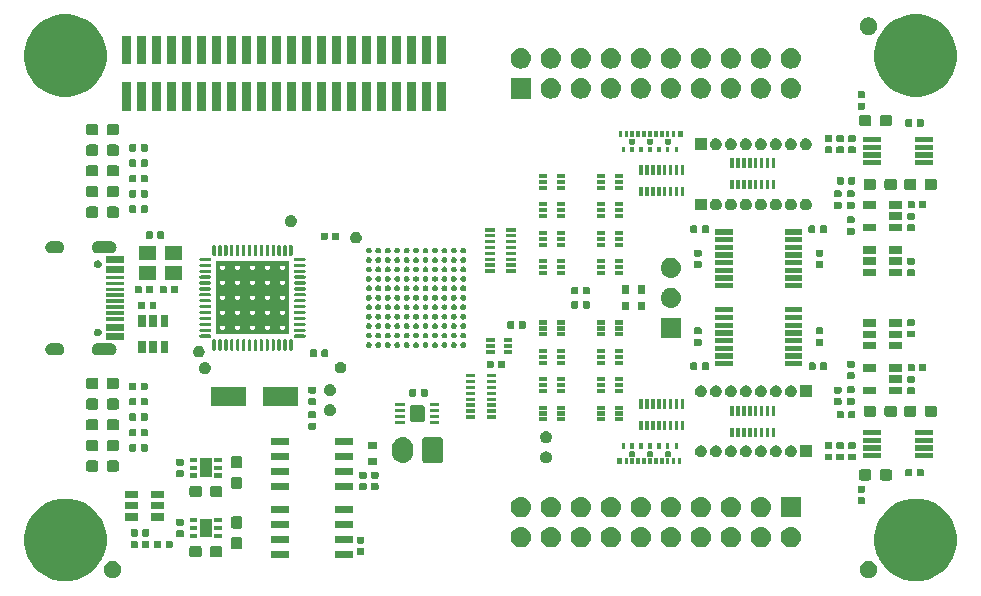
<source format=gts>
G04 #@! TF.GenerationSoftware,KiCad,Pcbnew,(5.1.2)-1*
G04 #@! TF.CreationDate,2019-08-15T23:29:17+02:00*
G04 #@! TF.ProjectId,glasgow,676c6173-676f-4772-9e6b-696361645f70,rev?*
G04 #@! TF.SameCoordinates,Original*
G04 #@! TF.FileFunction,Soldermask,Top*
G04 #@! TF.FilePolarity,Negative*
%FSLAX46Y46*%
G04 Gerber Fmt 4.6, Leading zero omitted, Abs format (unit mm)*
G04 Created by KiCad (PCBNEW (5.1.2)-1) date 2019-08-15 23:29:17*
%MOMM*%
%LPD*%
G04 APERTURE LIST*
%ADD10C,0.200000*%
%ADD11C,0.100000*%
%ADD12C,0.863600*%
G04 APERTURE END LIST*
D10*
X67610000Y-98040000D02*
G75*
G03X67610000Y-98040000I-300000J0D01*
G01*
X68880000Y-98040000D02*
G75*
G03X68880000Y-98040000I-300000J0D01*
G01*
X70150000Y-98040000D02*
G75*
G03X70150000Y-98040000I-300000J0D01*
G01*
X71420000Y-98040000D02*
G75*
G03X71420000Y-98040000I-300000J0D01*
G01*
X72690000Y-98040000D02*
G75*
G03X72690000Y-98040000I-300000J0D01*
G01*
X72690000Y-96770000D02*
G75*
G03X72690000Y-96770000I-300000J0D01*
G01*
X71420000Y-96770000D02*
G75*
G03X71420000Y-96770000I-300000J0D01*
G01*
X70150000Y-96770000D02*
G75*
G03X70150000Y-96770000I-300000J0D01*
G01*
X68880000Y-96770000D02*
G75*
G03X68880000Y-96770000I-300000J0D01*
G01*
X67610000Y-96770000D02*
G75*
G03X67610000Y-96770000I-300000J0D01*
G01*
X67610000Y-92960000D02*
G75*
G03X67610000Y-92960000I-300000J0D01*
G01*
X68880000Y-92960000D02*
G75*
G03X68880000Y-92960000I-300000J0D01*
G01*
X70150000Y-92960000D02*
G75*
G03X70150000Y-92960000I-300000J0D01*
G01*
X71420000Y-92960000D02*
G75*
G03X71420000Y-92960000I-300000J0D01*
G01*
X72690000Y-92960000D02*
G75*
G03X72690000Y-92960000I-300000J0D01*
G01*
X72690000Y-94230000D02*
G75*
G03X72690000Y-94230000I-300000J0D01*
G01*
X71420000Y-94230000D02*
G75*
G03X71420000Y-94230000I-300000J0D01*
G01*
X70150000Y-94230000D02*
G75*
G03X70150000Y-94230000I-300000J0D01*
G01*
X68880000Y-94230000D02*
G75*
G03X68880000Y-94230000I-300000J0D01*
G01*
X67610000Y-94230000D02*
G75*
G03X67610000Y-94230000I-300000J0D01*
G01*
X67610000Y-95500000D02*
G75*
G03X67610000Y-95500000I-300000J0D01*
G01*
X68880000Y-95500000D02*
G75*
G03X68880000Y-95500000I-300000J0D01*
G01*
X72690000Y-95500000D02*
G75*
G03X72690000Y-95500000I-300000J0D01*
G01*
X71420000Y-95500000D02*
G75*
G03X71420000Y-95500000I-300000J0D01*
G01*
D11*
G36*
X72960000Y-98610000D02*
G01*
X72600000Y-98610000D01*
X72600000Y-92390000D01*
X72960000Y-92390000D01*
X72960000Y-98610000D01*
G37*
G36*
X66740000Y-98610000D02*
G01*
X66740000Y-98250000D01*
X72960000Y-98250000D01*
X72960000Y-98610000D01*
X66740000Y-98610000D01*
G37*
G36*
X66740000Y-92390000D02*
G01*
X67100000Y-92390000D01*
X67100000Y-98610000D01*
X66740000Y-98610000D01*
X66740000Y-92390000D01*
G37*
G36*
X72960000Y-92390000D02*
G01*
X72960000Y-92750000D01*
X66740000Y-92750000D01*
X66740000Y-92390000D01*
X72960000Y-92390000D01*
G37*
D12*
X67310000Y-93595000D02*
X72390000Y-93595000D01*
X67310000Y-94865000D02*
X72390000Y-94865000D01*
X67310000Y-96135000D02*
X72390000Y-96135000D01*
X67310000Y-97405000D02*
X72390000Y-97405000D01*
X71755000Y-92960000D02*
X71755000Y-98040000D01*
X70485000Y-92960000D02*
X70485000Y-98040000D01*
X69215000Y-92960000D02*
X69215000Y-98040000D01*
X67945000Y-92960000D02*
X67945000Y-98040000D01*
D10*
X70150000Y-95500000D02*
G75*
G03X70150000Y-95500000I-300000J0D01*
G01*
D11*
G36*
X127020910Y-112634502D02*
G01*
X127020913Y-112634503D01*
X127020912Y-112634503D01*
X127656851Y-112897917D01*
X127657874Y-112898341D01*
X128231119Y-113281371D01*
X128718629Y-113768881D01*
X129087313Y-114320655D01*
X129101660Y-114342128D01*
X129166357Y-114498320D01*
X129365498Y-114979090D01*
X129500000Y-115655278D01*
X129500000Y-116344722D01*
X129365498Y-117020910D01*
X129273408Y-117243234D01*
X129148225Y-117545455D01*
X129101659Y-117657874D01*
X128718629Y-118231119D01*
X128231119Y-118718629D01*
X127657874Y-119101659D01*
X127657873Y-119101660D01*
X127657872Y-119101660D01*
X127369327Y-119221179D01*
X127020910Y-119365498D01*
X126344722Y-119500000D01*
X125655278Y-119500000D01*
X124979090Y-119365498D01*
X124630673Y-119221179D01*
X124342128Y-119101660D01*
X124342127Y-119101660D01*
X124342126Y-119101659D01*
X123768881Y-118718629D01*
X123281371Y-118231119D01*
X122898341Y-117657874D01*
X122851776Y-117545455D01*
X122726592Y-117243234D01*
X122634502Y-117020910D01*
X122500000Y-116344722D01*
X122500000Y-115655278D01*
X122634502Y-114979090D01*
X122833643Y-114498320D01*
X122898340Y-114342128D01*
X122912688Y-114320655D01*
X123281371Y-113768881D01*
X123768881Y-113281371D01*
X124342126Y-112898341D01*
X124343150Y-112897917D01*
X124979088Y-112634503D01*
X124979087Y-112634503D01*
X124979090Y-112634502D01*
X125655278Y-112500000D01*
X126344722Y-112500000D01*
X127020910Y-112634502D01*
X127020910Y-112634502D01*
G37*
G36*
X55020910Y-112634502D02*
G01*
X55020913Y-112634503D01*
X55020912Y-112634503D01*
X55656851Y-112897917D01*
X55657874Y-112898341D01*
X56231119Y-113281371D01*
X56718629Y-113768881D01*
X57087313Y-114320655D01*
X57101660Y-114342128D01*
X57166357Y-114498320D01*
X57365498Y-114979090D01*
X57500000Y-115655278D01*
X57500000Y-116344722D01*
X57365498Y-117020910D01*
X57273408Y-117243234D01*
X57148225Y-117545455D01*
X57101659Y-117657874D01*
X56718629Y-118231119D01*
X56231119Y-118718629D01*
X55657874Y-119101659D01*
X55657873Y-119101660D01*
X55657872Y-119101660D01*
X55369327Y-119221179D01*
X55020910Y-119365498D01*
X54344722Y-119500000D01*
X53655278Y-119500000D01*
X52979090Y-119365498D01*
X52630673Y-119221179D01*
X52342128Y-119101660D01*
X52342127Y-119101660D01*
X52342126Y-119101659D01*
X51768881Y-118718629D01*
X51281371Y-118231119D01*
X50898341Y-117657874D01*
X50851776Y-117545455D01*
X50726592Y-117243234D01*
X50634502Y-117020910D01*
X50500000Y-116344722D01*
X50500000Y-115655278D01*
X50634502Y-114979090D01*
X50833643Y-114498320D01*
X50898340Y-114342128D01*
X50912688Y-114320655D01*
X51281371Y-113768881D01*
X51768881Y-113281371D01*
X52342126Y-112898341D01*
X52343150Y-112897917D01*
X52979088Y-112634503D01*
X52979087Y-112634503D01*
X52979090Y-112634502D01*
X53655278Y-112500000D01*
X54344722Y-112500000D01*
X55020910Y-112634502D01*
X55020910Y-112634502D01*
G37*
G36*
X122218763Y-117778821D02*
G01*
X122218764Y-117778821D01*
X122218767Y-117778822D01*
X122355258Y-117835359D01*
X122355259Y-117835360D01*
X122355262Y-117835361D01*
X122478097Y-117917436D01*
X122582564Y-118021903D01*
X122664639Y-118144738D01*
X122664640Y-118144741D01*
X122664641Y-118144742D01*
X122721178Y-118281233D01*
X122721179Y-118281236D01*
X122721179Y-118281237D01*
X122750000Y-118426129D01*
X122750000Y-118573871D01*
X122721179Y-118718763D01*
X122721178Y-118718767D01*
X122664641Y-118855258D01*
X122664639Y-118855262D01*
X122582564Y-118978097D01*
X122478097Y-119082564D01*
X122355262Y-119164639D01*
X122355259Y-119164640D01*
X122355258Y-119164641D01*
X122218767Y-119221178D01*
X122218764Y-119221179D01*
X122218763Y-119221179D01*
X122073871Y-119250000D01*
X121926129Y-119250000D01*
X121781237Y-119221179D01*
X121781236Y-119221179D01*
X121781233Y-119221178D01*
X121644742Y-119164641D01*
X121644741Y-119164640D01*
X121644738Y-119164639D01*
X121521903Y-119082564D01*
X121417436Y-118978097D01*
X121335361Y-118855262D01*
X121335359Y-118855258D01*
X121278822Y-118718767D01*
X121278821Y-118718763D01*
X121250000Y-118573871D01*
X121250000Y-118426129D01*
X121278821Y-118281237D01*
X121278821Y-118281236D01*
X121278822Y-118281233D01*
X121335359Y-118144742D01*
X121335360Y-118144741D01*
X121335361Y-118144738D01*
X121417436Y-118021903D01*
X121521903Y-117917436D01*
X121644738Y-117835361D01*
X121644741Y-117835360D01*
X121644742Y-117835359D01*
X121781233Y-117778822D01*
X121781236Y-117778821D01*
X121781237Y-117778821D01*
X121926129Y-117750000D01*
X122073871Y-117750000D01*
X122218763Y-117778821D01*
X122218763Y-117778821D01*
G37*
G36*
X58218763Y-117778821D02*
G01*
X58218764Y-117778821D01*
X58218767Y-117778822D01*
X58355258Y-117835359D01*
X58355259Y-117835360D01*
X58355262Y-117835361D01*
X58478097Y-117917436D01*
X58582564Y-118021903D01*
X58664639Y-118144738D01*
X58664640Y-118144741D01*
X58664641Y-118144742D01*
X58721178Y-118281233D01*
X58721179Y-118281236D01*
X58721179Y-118281237D01*
X58750000Y-118426129D01*
X58750000Y-118573871D01*
X58721179Y-118718763D01*
X58721178Y-118718767D01*
X58664641Y-118855258D01*
X58664639Y-118855262D01*
X58582564Y-118978097D01*
X58478097Y-119082564D01*
X58355262Y-119164639D01*
X58355259Y-119164640D01*
X58355258Y-119164641D01*
X58218767Y-119221178D01*
X58218764Y-119221179D01*
X58218763Y-119221179D01*
X58073871Y-119250000D01*
X57926129Y-119250000D01*
X57781237Y-119221179D01*
X57781236Y-119221179D01*
X57781233Y-119221178D01*
X57644742Y-119164641D01*
X57644741Y-119164640D01*
X57644738Y-119164639D01*
X57521903Y-119082564D01*
X57417436Y-118978097D01*
X57335361Y-118855262D01*
X57335359Y-118855258D01*
X57278822Y-118718767D01*
X57278821Y-118718763D01*
X57250000Y-118573871D01*
X57250000Y-118426129D01*
X57278821Y-118281237D01*
X57278821Y-118281236D01*
X57278822Y-118281233D01*
X57335359Y-118144742D01*
X57335360Y-118144741D01*
X57335361Y-118144738D01*
X57417436Y-118021903D01*
X57521903Y-117917436D01*
X57644738Y-117835361D01*
X57644741Y-117835360D01*
X57644742Y-117835359D01*
X57781233Y-117778822D01*
X57781236Y-117778821D01*
X57781237Y-117778821D01*
X57926129Y-117750000D01*
X58073871Y-117750000D01*
X58218763Y-117778821D01*
X58218763Y-117778821D01*
G37*
G36*
X72975000Y-117505000D02*
G01*
X71425000Y-117505000D01*
X71425000Y-116905000D01*
X72975000Y-116905000D01*
X72975000Y-117505000D01*
X72975000Y-117505000D01*
G37*
G36*
X78375000Y-117505000D02*
G01*
X76825000Y-117505000D01*
X76825000Y-116905000D01*
X78375000Y-116905000D01*
X78375000Y-117505000D01*
X78375000Y-117505000D01*
G37*
G36*
X65376903Y-116529345D02*
G01*
X65417188Y-116541565D01*
X65454329Y-116561417D01*
X65486874Y-116588126D01*
X65513582Y-116620670D01*
X65533435Y-116657812D01*
X65545655Y-116698097D01*
X65550000Y-116742208D01*
X65550000Y-117257792D01*
X65545655Y-117301903D01*
X65533435Y-117342188D01*
X65513583Y-117379329D01*
X65486874Y-117411874D01*
X65454329Y-117438583D01*
X65417188Y-117458435D01*
X65376903Y-117470655D01*
X65332792Y-117475000D01*
X64717208Y-117475000D01*
X64673097Y-117470655D01*
X64632812Y-117458435D01*
X64595671Y-117438583D01*
X64563126Y-117411874D01*
X64536417Y-117379329D01*
X64516565Y-117342188D01*
X64504345Y-117301903D01*
X64500000Y-117257792D01*
X64500000Y-116742208D01*
X64504345Y-116698097D01*
X64516565Y-116657812D01*
X64536418Y-116620670D01*
X64563126Y-116588126D01*
X64595671Y-116561417D01*
X64632812Y-116541565D01*
X64673097Y-116529345D01*
X64717208Y-116525000D01*
X65332792Y-116525000D01*
X65376903Y-116529345D01*
X65376903Y-116529345D01*
G37*
G36*
X67126903Y-116529345D02*
G01*
X67167188Y-116541565D01*
X67204329Y-116561417D01*
X67236874Y-116588126D01*
X67263582Y-116620670D01*
X67283435Y-116657812D01*
X67295655Y-116698097D01*
X67300000Y-116742208D01*
X67300000Y-117257792D01*
X67295655Y-117301903D01*
X67283435Y-117342188D01*
X67263583Y-117379329D01*
X67236874Y-117411874D01*
X67204329Y-117438583D01*
X67167188Y-117458435D01*
X67126903Y-117470655D01*
X67082792Y-117475000D01*
X66467208Y-117475000D01*
X66423097Y-117470655D01*
X66382812Y-117458435D01*
X66345671Y-117438583D01*
X66313126Y-117411874D01*
X66286417Y-117379329D01*
X66266565Y-117342188D01*
X66254345Y-117301903D01*
X66250000Y-117257792D01*
X66250000Y-116742208D01*
X66254345Y-116698097D01*
X66266565Y-116657812D01*
X66286418Y-116620670D01*
X66313126Y-116588126D01*
X66345671Y-116561417D01*
X66382812Y-116541565D01*
X66423097Y-116529345D01*
X66467208Y-116525000D01*
X67082792Y-116525000D01*
X67126903Y-116529345D01*
X67126903Y-116529345D01*
G37*
G36*
X79219345Y-116692615D02*
G01*
X79242751Y-116699715D01*
X79264326Y-116711248D01*
X79283234Y-116726766D01*
X79298752Y-116745674D01*
X79310285Y-116767249D01*
X79317385Y-116790655D01*
X79320000Y-116817206D01*
X79320000Y-117152794D01*
X79317385Y-117179345D01*
X79310285Y-117202751D01*
X79298752Y-117224326D01*
X79283234Y-117243234D01*
X79264326Y-117258752D01*
X79242751Y-117270285D01*
X79219345Y-117277385D01*
X79192794Y-117280000D01*
X78807206Y-117280000D01*
X78780655Y-117277385D01*
X78757249Y-117270285D01*
X78735674Y-117258752D01*
X78716766Y-117243234D01*
X78701248Y-117224326D01*
X78689715Y-117202751D01*
X78682615Y-117179345D01*
X78680000Y-117152794D01*
X78680000Y-116817206D01*
X78682615Y-116790655D01*
X78689715Y-116767249D01*
X78701248Y-116745674D01*
X78716766Y-116726766D01*
X78735674Y-116711248D01*
X78757249Y-116699715D01*
X78780655Y-116692615D01*
X78807206Y-116690000D01*
X79192794Y-116690000D01*
X79219345Y-116692615D01*
X79219345Y-116692615D01*
G37*
G36*
X68801903Y-115754345D02*
G01*
X68842188Y-115766565D01*
X68879329Y-115786417D01*
X68911874Y-115813126D01*
X68938583Y-115845671D01*
X68958435Y-115882812D01*
X68970655Y-115923097D01*
X68975000Y-115967208D01*
X68975000Y-116582792D01*
X68970655Y-116626903D01*
X68958435Y-116667188D01*
X68938583Y-116704329D01*
X68911874Y-116736874D01*
X68879329Y-116763583D01*
X68842188Y-116783435D01*
X68801903Y-116795655D01*
X68757792Y-116800000D01*
X68242208Y-116800000D01*
X68198097Y-116795655D01*
X68157812Y-116783435D01*
X68120671Y-116763583D01*
X68088126Y-116736874D01*
X68061417Y-116704329D01*
X68041565Y-116667188D01*
X68029345Y-116626903D01*
X68025000Y-116582792D01*
X68025000Y-115967208D01*
X68029345Y-115923097D01*
X68041565Y-115882812D01*
X68061417Y-115845671D01*
X68088126Y-115813126D01*
X68120671Y-115786417D01*
X68157812Y-115766565D01*
X68198097Y-115754345D01*
X68242208Y-115750000D01*
X68757792Y-115750000D01*
X68801903Y-115754345D01*
X68801903Y-115754345D01*
G37*
G36*
X62979345Y-116082615D02*
G01*
X63002751Y-116089715D01*
X63024326Y-116101248D01*
X63043234Y-116116766D01*
X63058752Y-116135674D01*
X63070285Y-116157249D01*
X63077385Y-116180655D01*
X63080000Y-116207206D01*
X63080000Y-116592794D01*
X63077385Y-116619345D01*
X63070285Y-116642751D01*
X63058752Y-116664326D01*
X63043234Y-116683234D01*
X63024326Y-116698752D01*
X63002751Y-116710285D01*
X62979345Y-116717385D01*
X62952794Y-116720000D01*
X62617206Y-116720000D01*
X62590655Y-116717385D01*
X62567249Y-116710285D01*
X62545674Y-116698752D01*
X62526766Y-116683234D01*
X62511248Y-116664326D01*
X62499715Y-116642751D01*
X62492615Y-116619345D01*
X62490000Y-116592794D01*
X62490000Y-116207206D01*
X62492615Y-116180655D01*
X62499715Y-116157249D01*
X62511248Y-116135674D01*
X62526766Y-116116766D01*
X62545674Y-116101248D01*
X62567249Y-116089715D01*
X62590655Y-116082615D01*
X62617206Y-116080000D01*
X62952794Y-116080000D01*
X62979345Y-116082615D01*
X62979345Y-116082615D01*
G37*
G36*
X60994345Y-116082615D02*
G01*
X61017751Y-116089715D01*
X61039326Y-116101248D01*
X61058234Y-116116766D01*
X61073752Y-116135674D01*
X61085285Y-116157249D01*
X61092385Y-116180655D01*
X61095000Y-116207206D01*
X61095000Y-116592794D01*
X61092385Y-116619345D01*
X61085285Y-116642751D01*
X61073752Y-116664326D01*
X61058234Y-116683234D01*
X61039326Y-116698752D01*
X61017751Y-116710285D01*
X60994345Y-116717385D01*
X60967794Y-116720000D01*
X60632206Y-116720000D01*
X60605655Y-116717385D01*
X60582249Y-116710285D01*
X60560674Y-116698752D01*
X60541766Y-116683234D01*
X60526248Y-116664326D01*
X60514715Y-116642751D01*
X60507615Y-116619345D01*
X60505000Y-116592794D01*
X60505000Y-116207206D01*
X60507615Y-116180655D01*
X60514715Y-116157249D01*
X60526248Y-116135674D01*
X60541766Y-116116766D01*
X60560674Y-116101248D01*
X60582249Y-116089715D01*
X60605655Y-116082615D01*
X60632206Y-116080000D01*
X60967794Y-116080000D01*
X60994345Y-116082615D01*
X60994345Y-116082615D01*
G37*
G36*
X60024345Y-116082615D02*
G01*
X60047751Y-116089715D01*
X60069326Y-116101248D01*
X60088234Y-116116766D01*
X60103752Y-116135674D01*
X60115285Y-116157249D01*
X60122385Y-116180655D01*
X60125000Y-116207206D01*
X60125000Y-116592794D01*
X60122385Y-116619345D01*
X60115285Y-116642751D01*
X60103752Y-116664326D01*
X60088234Y-116683234D01*
X60069326Y-116698752D01*
X60047751Y-116710285D01*
X60024345Y-116717385D01*
X59997794Y-116720000D01*
X59662206Y-116720000D01*
X59635655Y-116717385D01*
X59612249Y-116710285D01*
X59590674Y-116698752D01*
X59571766Y-116683234D01*
X59556248Y-116664326D01*
X59544715Y-116642751D01*
X59537615Y-116619345D01*
X59535000Y-116592794D01*
X59535000Y-116207206D01*
X59537615Y-116180655D01*
X59544715Y-116157249D01*
X59556248Y-116135674D01*
X59571766Y-116116766D01*
X59590674Y-116101248D01*
X59612249Y-116089715D01*
X59635655Y-116082615D01*
X59662206Y-116080000D01*
X59997794Y-116080000D01*
X60024345Y-116082615D01*
X60024345Y-116082615D01*
G37*
G36*
X62009345Y-116082615D02*
G01*
X62032751Y-116089715D01*
X62054326Y-116101248D01*
X62073234Y-116116766D01*
X62088752Y-116135674D01*
X62100285Y-116157249D01*
X62107385Y-116180655D01*
X62110000Y-116207206D01*
X62110000Y-116592794D01*
X62107385Y-116619345D01*
X62100285Y-116642751D01*
X62088752Y-116664326D01*
X62073234Y-116683234D01*
X62054326Y-116698752D01*
X62032751Y-116710285D01*
X62009345Y-116717385D01*
X61982794Y-116720000D01*
X61647206Y-116720000D01*
X61620655Y-116717385D01*
X61597249Y-116710285D01*
X61575674Y-116698752D01*
X61556766Y-116683234D01*
X61541248Y-116664326D01*
X61529715Y-116642751D01*
X61522615Y-116619345D01*
X61520000Y-116592794D01*
X61520000Y-116207206D01*
X61522615Y-116180655D01*
X61529715Y-116157249D01*
X61541248Y-116135674D01*
X61556766Y-116116766D01*
X61575674Y-116101248D01*
X61597249Y-116089715D01*
X61620655Y-116082615D01*
X61647206Y-116080000D01*
X61982794Y-116080000D01*
X62009345Y-116082615D01*
X62009345Y-116082615D01*
G37*
G36*
X102878149Y-114916813D02*
G01*
X102899295Y-114918896D01*
X102948676Y-114933876D01*
X103062083Y-114968277D01*
X103212112Y-115048469D01*
X103343612Y-115156388D01*
X103451531Y-115287888D01*
X103531723Y-115437917D01*
X103581104Y-115600706D01*
X103597779Y-115770000D01*
X103586667Y-115882812D01*
X103581104Y-115939295D01*
X103566481Y-115987500D01*
X103531723Y-116102083D01*
X103451531Y-116252112D01*
X103343612Y-116383612D01*
X103212112Y-116491531D01*
X103062083Y-116571723D01*
X102948676Y-116606124D01*
X102899295Y-116621104D01*
X102878149Y-116623187D01*
X102772425Y-116633600D01*
X102687575Y-116633600D01*
X102581851Y-116623187D01*
X102560705Y-116621104D01*
X102511324Y-116606124D01*
X102397917Y-116571723D01*
X102247888Y-116491531D01*
X102116388Y-116383612D01*
X102008469Y-116252112D01*
X101928277Y-116102083D01*
X101893519Y-115987500D01*
X101878896Y-115939295D01*
X101873333Y-115882812D01*
X101862221Y-115770000D01*
X101878896Y-115600706D01*
X101928277Y-115437917D01*
X102008469Y-115287888D01*
X102116388Y-115156388D01*
X102247888Y-115048469D01*
X102397917Y-114968277D01*
X102511324Y-114933876D01*
X102560705Y-114918896D01*
X102581851Y-114916813D01*
X102687575Y-114906400D01*
X102772425Y-114906400D01*
X102878149Y-114916813D01*
X102878149Y-114916813D01*
G37*
G36*
X115578149Y-114916813D02*
G01*
X115599295Y-114918896D01*
X115648676Y-114933876D01*
X115762083Y-114968277D01*
X115912112Y-115048469D01*
X116043612Y-115156388D01*
X116151531Y-115287888D01*
X116231723Y-115437917D01*
X116281104Y-115600706D01*
X116297779Y-115770000D01*
X116286667Y-115882812D01*
X116281104Y-115939295D01*
X116266481Y-115987500D01*
X116231723Y-116102083D01*
X116151531Y-116252112D01*
X116043612Y-116383612D01*
X115912112Y-116491531D01*
X115762083Y-116571723D01*
X115648676Y-116606124D01*
X115599295Y-116621104D01*
X115578149Y-116623187D01*
X115472425Y-116633600D01*
X115387575Y-116633600D01*
X115281851Y-116623187D01*
X115260705Y-116621104D01*
X115211324Y-116606124D01*
X115097917Y-116571723D01*
X114947888Y-116491531D01*
X114816388Y-116383612D01*
X114708469Y-116252112D01*
X114628277Y-116102083D01*
X114593519Y-115987500D01*
X114578896Y-115939295D01*
X114573333Y-115882812D01*
X114562221Y-115770000D01*
X114578896Y-115600706D01*
X114628277Y-115437917D01*
X114708469Y-115287888D01*
X114816388Y-115156388D01*
X114947888Y-115048469D01*
X115097917Y-114968277D01*
X115211324Y-114933876D01*
X115260705Y-114918896D01*
X115281851Y-114916813D01*
X115387575Y-114906400D01*
X115472425Y-114906400D01*
X115578149Y-114916813D01*
X115578149Y-114916813D01*
G37*
G36*
X113038149Y-114916813D02*
G01*
X113059295Y-114918896D01*
X113108676Y-114933876D01*
X113222083Y-114968277D01*
X113372112Y-115048469D01*
X113503612Y-115156388D01*
X113611531Y-115287888D01*
X113691723Y-115437917D01*
X113741104Y-115600706D01*
X113757779Y-115770000D01*
X113746667Y-115882812D01*
X113741104Y-115939295D01*
X113726481Y-115987500D01*
X113691723Y-116102083D01*
X113611531Y-116252112D01*
X113503612Y-116383612D01*
X113372112Y-116491531D01*
X113222083Y-116571723D01*
X113108676Y-116606124D01*
X113059295Y-116621104D01*
X113038149Y-116623187D01*
X112932425Y-116633600D01*
X112847575Y-116633600D01*
X112741851Y-116623187D01*
X112720705Y-116621104D01*
X112671324Y-116606124D01*
X112557917Y-116571723D01*
X112407888Y-116491531D01*
X112276388Y-116383612D01*
X112168469Y-116252112D01*
X112088277Y-116102083D01*
X112053519Y-115987500D01*
X112038896Y-115939295D01*
X112033333Y-115882812D01*
X112022221Y-115770000D01*
X112038896Y-115600706D01*
X112088277Y-115437917D01*
X112168469Y-115287888D01*
X112276388Y-115156388D01*
X112407888Y-115048469D01*
X112557917Y-114968277D01*
X112671324Y-114933876D01*
X112720705Y-114918896D01*
X112741851Y-114916813D01*
X112847575Y-114906400D01*
X112932425Y-114906400D01*
X113038149Y-114916813D01*
X113038149Y-114916813D01*
G37*
G36*
X107958149Y-114916813D02*
G01*
X107979295Y-114918896D01*
X108028676Y-114933876D01*
X108142083Y-114968277D01*
X108292112Y-115048469D01*
X108423612Y-115156388D01*
X108531531Y-115287888D01*
X108611723Y-115437917D01*
X108661104Y-115600706D01*
X108677779Y-115770000D01*
X108666667Y-115882812D01*
X108661104Y-115939295D01*
X108646481Y-115987500D01*
X108611723Y-116102083D01*
X108531531Y-116252112D01*
X108423612Y-116383612D01*
X108292112Y-116491531D01*
X108142083Y-116571723D01*
X108028676Y-116606124D01*
X107979295Y-116621104D01*
X107958149Y-116623187D01*
X107852425Y-116633600D01*
X107767575Y-116633600D01*
X107661851Y-116623187D01*
X107640705Y-116621104D01*
X107591324Y-116606124D01*
X107477917Y-116571723D01*
X107327888Y-116491531D01*
X107196388Y-116383612D01*
X107088469Y-116252112D01*
X107008277Y-116102083D01*
X106973519Y-115987500D01*
X106958896Y-115939295D01*
X106953333Y-115882812D01*
X106942221Y-115770000D01*
X106958896Y-115600706D01*
X107008277Y-115437917D01*
X107088469Y-115287888D01*
X107196388Y-115156388D01*
X107327888Y-115048469D01*
X107477917Y-114968277D01*
X107591324Y-114933876D01*
X107640705Y-114918896D01*
X107661851Y-114916813D01*
X107767575Y-114906400D01*
X107852425Y-114906400D01*
X107958149Y-114916813D01*
X107958149Y-114916813D01*
G37*
G36*
X105418149Y-114916813D02*
G01*
X105439295Y-114918896D01*
X105488676Y-114933876D01*
X105602083Y-114968277D01*
X105752112Y-115048469D01*
X105883612Y-115156388D01*
X105991531Y-115287888D01*
X106071723Y-115437917D01*
X106121104Y-115600706D01*
X106137779Y-115770000D01*
X106126667Y-115882812D01*
X106121104Y-115939295D01*
X106106481Y-115987500D01*
X106071723Y-116102083D01*
X105991531Y-116252112D01*
X105883612Y-116383612D01*
X105752112Y-116491531D01*
X105602083Y-116571723D01*
X105488676Y-116606124D01*
X105439295Y-116621104D01*
X105418149Y-116623187D01*
X105312425Y-116633600D01*
X105227575Y-116633600D01*
X105121851Y-116623187D01*
X105100705Y-116621104D01*
X105051324Y-116606124D01*
X104937917Y-116571723D01*
X104787888Y-116491531D01*
X104656388Y-116383612D01*
X104548469Y-116252112D01*
X104468277Y-116102083D01*
X104433519Y-115987500D01*
X104418896Y-115939295D01*
X104413333Y-115882812D01*
X104402221Y-115770000D01*
X104418896Y-115600706D01*
X104468277Y-115437917D01*
X104548469Y-115287888D01*
X104656388Y-115156388D01*
X104787888Y-115048469D01*
X104937917Y-114968277D01*
X105051324Y-114933876D01*
X105100705Y-114918896D01*
X105121851Y-114916813D01*
X105227575Y-114906400D01*
X105312425Y-114906400D01*
X105418149Y-114916813D01*
X105418149Y-114916813D01*
G37*
G36*
X100338149Y-114916813D02*
G01*
X100359295Y-114918896D01*
X100408676Y-114933876D01*
X100522083Y-114968277D01*
X100672112Y-115048469D01*
X100803612Y-115156388D01*
X100911531Y-115287888D01*
X100991723Y-115437917D01*
X101041104Y-115600706D01*
X101057779Y-115770000D01*
X101046667Y-115882812D01*
X101041104Y-115939295D01*
X101026481Y-115987500D01*
X100991723Y-116102083D01*
X100911531Y-116252112D01*
X100803612Y-116383612D01*
X100672112Y-116491531D01*
X100522083Y-116571723D01*
X100408676Y-116606124D01*
X100359295Y-116621104D01*
X100338149Y-116623187D01*
X100232425Y-116633600D01*
X100147575Y-116633600D01*
X100041851Y-116623187D01*
X100020705Y-116621104D01*
X99971324Y-116606124D01*
X99857917Y-116571723D01*
X99707888Y-116491531D01*
X99576388Y-116383612D01*
X99468469Y-116252112D01*
X99388277Y-116102083D01*
X99353519Y-115987500D01*
X99338896Y-115939295D01*
X99333333Y-115882812D01*
X99322221Y-115770000D01*
X99338896Y-115600706D01*
X99388277Y-115437917D01*
X99468469Y-115287888D01*
X99576388Y-115156388D01*
X99707888Y-115048469D01*
X99857917Y-114968277D01*
X99971324Y-114933876D01*
X100020705Y-114918896D01*
X100041851Y-114916813D01*
X100147575Y-114906400D01*
X100232425Y-114906400D01*
X100338149Y-114916813D01*
X100338149Y-114916813D01*
G37*
G36*
X97798149Y-114916813D02*
G01*
X97819295Y-114918896D01*
X97868676Y-114933876D01*
X97982083Y-114968277D01*
X98132112Y-115048469D01*
X98263612Y-115156388D01*
X98371531Y-115287888D01*
X98451723Y-115437917D01*
X98501104Y-115600706D01*
X98517779Y-115770000D01*
X98506667Y-115882812D01*
X98501104Y-115939295D01*
X98486481Y-115987500D01*
X98451723Y-116102083D01*
X98371531Y-116252112D01*
X98263612Y-116383612D01*
X98132112Y-116491531D01*
X97982083Y-116571723D01*
X97868676Y-116606124D01*
X97819295Y-116621104D01*
X97798149Y-116623187D01*
X97692425Y-116633600D01*
X97607575Y-116633600D01*
X97501851Y-116623187D01*
X97480705Y-116621104D01*
X97431324Y-116606124D01*
X97317917Y-116571723D01*
X97167888Y-116491531D01*
X97036388Y-116383612D01*
X96928469Y-116252112D01*
X96848277Y-116102083D01*
X96813519Y-115987500D01*
X96798896Y-115939295D01*
X96793333Y-115882812D01*
X96782221Y-115770000D01*
X96798896Y-115600706D01*
X96848277Y-115437917D01*
X96928469Y-115287888D01*
X97036388Y-115156388D01*
X97167888Y-115048469D01*
X97317917Y-114968277D01*
X97431324Y-114933876D01*
X97480705Y-114918896D01*
X97501851Y-114916813D01*
X97607575Y-114906400D01*
X97692425Y-114906400D01*
X97798149Y-114916813D01*
X97798149Y-114916813D01*
G37*
G36*
X95258149Y-114916813D02*
G01*
X95279295Y-114918896D01*
X95328676Y-114933876D01*
X95442083Y-114968277D01*
X95592112Y-115048469D01*
X95723612Y-115156388D01*
X95831531Y-115287888D01*
X95911723Y-115437917D01*
X95961104Y-115600706D01*
X95977779Y-115770000D01*
X95966667Y-115882812D01*
X95961104Y-115939295D01*
X95946481Y-115987500D01*
X95911723Y-116102083D01*
X95831531Y-116252112D01*
X95723612Y-116383612D01*
X95592112Y-116491531D01*
X95442083Y-116571723D01*
X95328676Y-116606124D01*
X95279295Y-116621104D01*
X95258149Y-116623187D01*
X95152425Y-116633600D01*
X95067575Y-116633600D01*
X94961851Y-116623187D01*
X94940705Y-116621104D01*
X94891324Y-116606124D01*
X94777917Y-116571723D01*
X94627888Y-116491531D01*
X94496388Y-116383612D01*
X94388469Y-116252112D01*
X94308277Y-116102083D01*
X94273519Y-115987500D01*
X94258896Y-115939295D01*
X94253333Y-115882812D01*
X94242221Y-115770000D01*
X94258896Y-115600706D01*
X94308277Y-115437917D01*
X94388469Y-115287888D01*
X94496388Y-115156388D01*
X94627888Y-115048469D01*
X94777917Y-114968277D01*
X94891324Y-114933876D01*
X94940705Y-114918896D01*
X94961851Y-114916813D01*
X95067575Y-114906400D01*
X95152425Y-114906400D01*
X95258149Y-114916813D01*
X95258149Y-114916813D01*
G37*
G36*
X92718149Y-114916813D02*
G01*
X92739295Y-114918896D01*
X92788676Y-114933876D01*
X92902083Y-114968277D01*
X93052112Y-115048469D01*
X93183612Y-115156388D01*
X93291531Y-115287888D01*
X93371723Y-115437917D01*
X93421104Y-115600706D01*
X93437779Y-115770000D01*
X93426667Y-115882812D01*
X93421104Y-115939295D01*
X93406481Y-115987500D01*
X93371723Y-116102083D01*
X93291531Y-116252112D01*
X93183612Y-116383612D01*
X93052112Y-116491531D01*
X92902083Y-116571723D01*
X92788676Y-116606124D01*
X92739295Y-116621104D01*
X92718149Y-116623187D01*
X92612425Y-116633600D01*
X92527575Y-116633600D01*
X92421851Y-116623187D01*
X92400705Y-116621104D01*
X92351324Y-116606124D01*
X92237917Y-116571723D01*
X92087888Y-116491531D01*
X91956388Y-116383612D01*
X91848469Y-116252112D01*
X91768277Y-116102083D01*
X91733519Y-115987500D01*
X91718896Y-115939295D01*
X91713333Y-115882812D01*
X91702221Y-115770000D01*
X91718896Y-115600706D01*
X91768277Y-115437917D01*
X91848469Y-115287888D01*
X91956388Y-115156388D01*
X92087888Y-115048469D01*
X92237917Y-114968277D01*
X92351324Y-114933876D01*
X92400705Y-114918896D01*
X92421851Y-114916813D01*
X92527575Y-114906400D01*
X92612425Y-114906400D01*
X92718149Y-114916813D01*
X92718149Y-114916813D01*
G37*
G36*
X110498149Y-114916813D02*
G01*
X110519295Y-114918896D01*
X110568676Y-114933876D01*
X110682083Y-114968277D01*
X110832112Y-115048469D01*
X110963612Y-115156388D01*
X111071531Y-115287888D01*
X111151723Y-115437917D01*
X111201104Y-115600706D01*
X111217779Y-115770000D01*
X111206667Y-115882812D01*
X111201104Y-115939295D01*
X111186481Y-115987500D01*
X111151723Y-116102083D01*
X111071531Y-116252112D01*
X110963612Y-116383612D01*
X110832112Y-116491531D01*
X110682083Y-116571723D01*
X110568676Y-116606124D01*
X110519295Y-116621104D01*
X110498149Y-116623187D01*
X110392425Y-116633600D01*
X110307575Y-116633600D01*
X110201851Y-116623187D01*
X110180705Y-116621104D01*
X110131324Y-116606124D01*
X110017917Y-116571723D01*
X109867888Y-116491531D01*
X109736388Y-116383612D01*
X109628469Y-116252112D01*
X109548277Y-116102083D01*
X109513519Y-115987500D01*
X109498896Y-115939295D01*
X109493333Y-115882812D01*
X109482221Y-115770000D01*
X109498896Y-115600706D01*
X109548277Y-115437917D01*
X109628469Y-115287888D01*
X109736388Y-115156388D01*
X109867888Y-115048469D01*
X110017917Y-114968277D01*
X110131324Y-114933876D01*
X110180705Y-114918896D01*
X110201851Y-114916813D01*
X110307575Y-114906400D01*
X110392425Y-114906400D01*
X110498149Y-114916813D01*
X110498149Y-114916813D01*
G37*
G36*
X79219345Y-115722615D02*
G01*
X79242751Y-115729715D01*
X79264326Y-115741248D01*
X79283234Y-115756766D01*
X79298752Y-115775674D01*
X79310285Y-115797249D01*
X79317385Y-115820655D01*
X79320000Y-115847206D01*
X79320000Y-116182794D01*
X79317385Y-116209345D01*
X79310285Y-116232751D01*
X79298752Y-116254326D01*
X79283234Y-116273234D01*
X79264326Y-116288752D01*
X79242751Y-116300285D01*
X79219345Y-116307385D01*
X79192794Y-116310000D01*
X78807206Y-116310000D01*
X78780655Y-116307385D01*
X78757249Y-116300285D01*
X78735674Y-116288752D01*
X78716766Y-116273234D01*
X78701248Y-116254326D01*
X78689715Y-116232751D01*
X78682615Y-116209345D01*
X78680000Y-116182794D01*
X78680000Y-115847206D01*
X78682615Y-115820655D01*
X78689715Y-115797249D01*
X78701248Y-115775674D01*
X78716766Y-115756766D01*
X78735674Y-115741248D01*
X78757249Y-115729715D01*
X78780655Y-115722615D01*
X78807206Y-115720000D01*
X79192794Y-115720000D01*
X79219345Y-115722615D01*
X79219345Y-115722615D01*
G37*
G36*
X78375000Y-116235000D02*
G01*
X76825000Y-116235000D01*
X76825000Y-115635000D01*
X78375000Y-115635000D01*
X78375000Y-116235000D01*
X78375000Y-116235000D01*
G37*
G36*
X72975000Y-116235000D02*
G01*
X71425000Y-116235000D01*
X71425000Y-115635000D01*
X72975000Y-115635000D01*
X72975000Y-116235000D01*
X72975000Y-116235000D01*
G37*
G36*
X67275000Y-115825000D02*
G01*
X66625000Y-115825000D01*
X66625000Y-115475000D01*
X67275000Y-115475000D01*
X67275000Y-115825000D01*
X67275000Y-115825000D01*
G37*
G36*
X65175000Y-115825000D02*
G01*
X64525000Y-115825000D01*
X64525000Y-115475000D01*
X65175000Y-115475000D01*
X65175000Y-115825000D01*
X65175000Y-115825000D01*
G37*
G36*
X66400000Y-115800000D02*
G01*
X65400000Y-115800000D01*
X65400000Y-114200000D01*
X66400000Y-114200000D01*
X66400000Y-115800000D01*
X66400000Y-115800000D01*
G37*
G36*
X63919345Y-115192615D02*
G01*
X63942751Y-115199715D01*
X63964326Y-115211248D01*
X63983234Y-115226766D01*
X63998752Y-115245674D01*
X64010285Y-115267249D01*
X64017385Y-115290655D01*
X64020000Y-115317206D01*
X64020000Y-115652794D01*
X64017385Y-115679345D01*
X64010285Y-115702751D01*
X63998752Y-115724326D01*
X63983234Y-115743234D01*
X63964326Y-115758752D01*
X63942751Y-115770285D01*
X63919345Y-115777385D01*
X63892794Y-115780000D01*
X63507206Y-115780000D01*
X63480655Y-115777385D01*
X63457249Y-115770285D01*
X63435674Y-115758752D01*
X63416766Y-115743234D01*
X63401248Y-115724326D01*
X63389715Y-115702751D01*
X63382615Y-115679345D01*
X63380000Y-115652794D01*
X63380000Y-115317206D01*
X63382615Y-115290655D01*
X63389715Y-115267249D01*
X63401248Y-115245674D01*
X63416766Y-115226766D01*
X63435674Y-115211248D01*
X63457249Y-115199715D01*
X63480655Y-115192615D01*
X63507206Y-115190000D01*
X63892794Y-115190000D01*
X63919345Y-115192615D01*
X63919345Y-115192615D01*
G37*
G36*
X60994345Y-115082615D02*
G01*
X61017751Y-115089715D01*
X61039326Y-115101248D01*
X61058234Y-115116766D01*
X61073752Y-115135674D01*
X61085285Y-115157249D01*
X61092385Y-115180655D01*
X61095000Y-115207206D01*
X61095000Y-115592794D01*
X61092385Y-115619345D01*
X61085285Y-115642751D01*
X61073752Y-115664326D01*
X61058234Y-115683234D01*
X61039326Y-115698752D01*
X61017751Y-115710285D01*
X60994345Y-115717385D01*
X60967794Y-115720000D01*
X60632206Y-115720000D01*
X60605655Y-115717385D01*
X60582249Y-115710285D01*
X60560674Y-115698752D01*
X60541766Y-115683234D01*
X60526248Y-115664326D01*
X60514715Y-115642751D01*
X60507615Y-115619345D01*
X60505000Y-115592794D01*
X60505000Y-115207206D01*
X60507615Y-115180655D01*
X60514715Y-115157249D01*
X60526248Y-115135674D01*
X60541766Y-115116766D01*
X60560674Y-115101248D01*
X60582249Y-115089715D01*
X60605655Y-115082615D01*
X60632206Y-115080000D01*
X60967794Y-115080000D01*
X60994345Y-115082615D01*
X60994345Y-115082615D01*
G37*
G36*
X60024345Y-115082615D02*
G01*
X60047751Y-115089715D01*
X60069326Y-115101248D01*
X60088234Y-115116766D01*
X60103752Y-115135674D01*
X60115285Y-115157249D01*
X60122385Y-115180655D01*
X60125000Y-115207206D01*
X60125000Y-115592794D01*
X60122385Y-115619345D01*
X60115285Y-115642751D01*
X60103752Y-115664326D01*
X60088234Y-115683234D01*
X60069326Y-115698752D01*
X60047751Y-115710285D01*
X60024345Y-115717385D01*
X59997794Y-115720000D01*
X59662206Y-115720000D01*
X59635655Y-115717385D01*
X59612249Y-115710285D01*
X59590674Y-115698752D01*
X59571766Y-115683234D01*
X59556248Y-115664326D01*
X59544715Y-115642751D01*
X59537615Y-115619345D01*
X59535000Y-115592794D01*
X59535000Y-115207206D01*
X59537615Y-115180655D01*
X59544715Y-115157249D01*
X59556248Y-115135674D01*
X59571766Y-115116766D01*
X59590674Y-115101248D01*
X59612249Y-115089715D01*
X59635655Y-115082615D01*
X59662206Y-115080000D01*
X59997794Y-115080000D01*
X60024345Y-115082615D01*
X60024345Y-115082615D01*
G37*
G36*
X67275000Y-115175000D02*
G01*
X66625000Y-115175000D01*
X66625000Y-114825000D01*
X67275000Y-114825000D01*
X67275000Y-115175000D01*
X67275000Y-115175000D01*
G37*
G36*
X65175000Y-115175000D02*
G01*
X64525000Y-115175000D01*
X64525000Y-114825000D01*
X65175000Y-114825000D01*
X65175000Y-115175000D01*
X65175000Y-115175000D01*
G37*
G36*
X68801903Y-114004345D02*
G01*
X68842188Y-114016565D01*
X68879329Y-114036417D01*
X68911874Y-114063126D01*
X68938583Y-114095671D01*
X68958435Y-114132812D01*
X68970655Y-114173097D01*
X68975000Y-114217208D01*
X68975000Y-114832792D01*
X68970655Y-114876903D01*
X68958435Y-114917188D01*
X68938583Y-114954329D01*
X68911874Y-114986874D01*
X68879329Y-115013583D01*
X68842188Y-115033435D01*
X68801903Y-115045655D01*
X68757792Y-115050000D01*
X68242208Y-115050000D01*
X68198097Y-115045655D01*
X68157812Y-115033435D01*
X68120671Y-115013583D01*
X68088126Y-114986874D01*
X68061417Y-114954329D01*
X68041565Y-114917188D01*
X68029345Y-114876903D01*
X68025000Y-114832792D01*
X68025000Y-114217208D01*
X68029345Y-114173097D01*
X68041565Y-114132812D01*
X68061417Y-114095671D01*
X68088126Y-114063126D01*
X68120671Y-114036417D01*
X68157812Y-114016565D01*
X68198097Y-114004345D01*
X68242208Y-114000000D01*
X68757792Y-114000000D01*
X68801903Y-114004345D01*
X68801903Y-114004345D01*
G37*
G36*
X78375000Y-114965000D02*
G01*
X76825000Y-114965000D01*
X76825000Y-114365000D01*
X78375000Y-114365000D01*
X78375000Y-114965000D01*
X78375000Y-114965000D01*
G37*
G36*
X72975000Y-114965000D02*
G01*
X71425000Y-114965000D01*
X71425000Y-114365000D01*
X72975000Y-114365000D01*
X72975000Y-114965000D01*
X72975000Y-114965000D01*
G37*
G36*
X63919345Y-114222615D02*
G01*
X63942751Y-114229715D01*
X63964326Y-114241248D01*
X63983234Y-114256766D01*
X63998752Y-114275674D01*
X64010285Y-114297249D01*
X64017385Y-114320655D01*
X64020000Y-114347206D01*
X64020000Y-114682794D01*
X64017385Y-114709345D01*
X64010285Y-114732751D01*
X63998752Y-114754326D01*
X63983234Y-114773234D01*
X63964326Y-114788752D01*
X63942751Y-114800285D01*
X63919345Y-114807385D01*
X63892794Y-114810000D01*
X63507206Y-114810000D01*
X63480655Y-114807385D01*
X63457249Y-114800285D01*
X63435674Y-114788752D01*
X63416766Y-114773234D01*
X63401248Y-114754326D01*
X63389715Y-114732751D01*
X63382615Y-114709345D01*
X63380000Y-114682794D01*
X63380000Y-114347206D01*
X63382615Y-114320655D01*
X63389715Y-114297249D01*
X63401248Y-114275674D01*
X63416766Y-114256766D01*
X63435674Y-114241248D01*
X63457249Y-114229715D01*
X63480655Y-114222615D01*
X63507206Y-114220000D01*
X63892794Y-114220000D01*
X63919345Y-114222615D01*
X63919345Y-114222615D01*
G37*
G36*
X65175000Y-114525000D02*
G01*
X64525000Y-114525000D01*
X64525000Y-114175000D01*
X65175000Y-114175000D01*
X65175000Y-114525000D01*
X65175000Y-114525000D01*
G37*
G36*
X67275000Y-114525000D02*
G01*
X66625000Y-114525000D01*
X66625000Y-114175000D01*
X67275000Y-114175000D01*
X67275000Y-114525000D01*
X67275000Y-114525000D01*
G37*
G36*
X60130000Y-114375000D02*
G01*
X59070000Y-114375000D01*
X59070000Y-113725000D01*
X60130000Y-113725000D01*
X60130000Y-114375000D01*
X60130000Y-114375000D01*
G37*
G36*
X62330000Y-114375000D02*
G01*
X61270000Y-114375000D01*
X61270000Y-113725000D01*
X62330000Y-113725000D01*
X62330000Y-114375000D01*
X62330000Y-114375000D01*
G37*
G36*
X116293600Y-114093600D02*
G01*
X114566400Y-114093600D01*
X114566400Y-112366400D01*
X116293600Y-112366400D01*
X116293600Y-114093600D01*
X116293600Y-114093600D01*
G37*
G36*
X100338149Y-112376813D02*
G01*
X100359295Y-112378896D01*
X100404520Y-112392615D01*
X100522083Y-112428277D01*
X100672112Y-112508469D01*
X100803612Y-112616388D01*
X100911531Y-112747888D01*
X100991723Y-112897917D01*
X101041104Y-113060706D01*
X101057779Y-113230000D01*
X101041104Y-113399294D01*
X100991723Y-113562083D01*
X100911531Y-113712112D01*
X100803612Y-113843612D01*
X100672112Y-113951531D01*
X100522083Y-114031723D01*
X100418560Y-114063126D01*
X100359295Y-114081104D01*
X100338149Y-114083187D01*
X100232425Y-114093600D01*
X100147575Y-114093600D01*
X100041851Y-114083187D01*
X100020705Y-114081104D01*
X99961440Y-114063126D01*
X99857917Y-114031723D01*
X99707888Y-113951531D01*
X99576388Y-113843612D01*
X99468469Y-113712112D01*
X99388277Y-113562083D01*
X99338896Y-113399294D01*
X99322221Y-113230000D01*
X99338896Y-113060706D01*
X99388277Y-112897917D01*
X99468469Y-112747888D01*
X99576388Y-112616388D01*
X99707888Y-112508469D01*
X99857917Y-112428277D01*
X99975480Y-112392615D01*
X100020705Y-112378896D01*
X100041851Y-112376813D01*
X100147575Y-112366400D01*
X100232425Y-112366400D01*
X100338149Y-112376813D01*
X100338149Y-112376813D01*
G37*
G36*
X97798149Y-112376813D02*
G01*
X97819295Y-112378896D01*
X97864520Y-112392615D01*
X97982083Y-112428277D01*
X98132112Y-112508469D01*
X98263612Y-112616388D01*
X98371531Y-112747888D01*
X98451723Y-112897917D01*
X98501104Y-113060706D01*
X98517779Y-113230000D01*
X98501104Y-113399294D01*
X98451723Y-113562083D01*
X98371531Y-113712112D01*
X98263612Y-113843612D01*
X98132112Y-113951531D01*
X97982083Y-114031723D01*
X97878560Y-114063126D01*
X97819295Y-114081104D01*
X97798149Y-114083187D01*
X97692425Y-114093600D01*
X97607575Y-114093600D01*
X97501851Y-114083187D01*
X97480705Y-114081104D01*
X97421440Y-114063126D01*
X97317917Y-114031723D01*
X97167888Y-113951531D01*
X97036388Y-113843612D01*
X96928469Y-113712112D01*
X96848277Y-113562083D01*
X96798896Y-113399294D01*
X96782221Y-113230000D01*
X96798896Y-113060706D01*
X96848277Y-112897917D01*
X96928469Y-112747888D01*
X97036388Y-112616388D01*
X97167888Y-112508469D01*
X97317917Y-112428277D01*
X97435480Y-112392615D01*
X97480705Y-112378896D01*
X97501851Y-112376813D01*
X97607575Y-112366400D01*
X97692425Y-112366400D01*
X97798149Y-112376813D01*
X97798149Y-112376813D01*
G37*
G36*
X113038149Y-112376813D02*
G01*
X113059295Y-112378896D01*
X113104520Y-112392615D01*
X113222083Y-112428277D01*
X113372112Y-112508469D01*
X113503612Y-112616388D01*
X113611531Y-112747888D01*
X113691723Y-112897917D01*
X113741104Y-113060706D01*
X113757779Y-113230000D01*
X113741104Y-113399294D01*
X113691723Y-113562083D01*
X113611531Y-113712112D01*
X113503612Y-113843612D01*
X113372112Y-113951531D01*
X113222083Y-114031723D01*
X113118560Y-114063126D01*
X113059295Y-114081104D01*
X113038149Y-114083187D01*
X112932425Y-114093600D01*
X112847575Y-114093600D01*
X112741851Y-114083187D01*
X112720705Y-114081104D01*
X112661440Y-114063126D01*
X112557917Y-114031723D01*
X112407888Y-113951531D01*
X112276388Y-113843612D01*
X112168469Y-113712112D01*
X112088277Y-113562083D01*
X112038896Y-113399294D01*
X112022221Y-113230000D01*
X112038896Y-113060706D01*
X112088277Y-112897917D01*
X112168469Y-112747888D01*
X112276388Y-112616388D01*
X112407888Y-112508469D01*
X112557917Y-112428277D01*
X112675480Y-112392615D01*
X112720705Y-112378896D01*
X112741851Y-112376813D01*
X112847575Y-112366400D01*
X112932425Y-112366400D01*
X113038149Y-112376813D01*
X113038149Y-112376813D01*
G37*
G36*
X105418149Y-112376813D02*
G01*
X105439295Y-112378896D01*
X105484520Y-112392615D01*
X105602083Y-112428277D01*
X105752112Y-112508469D01*
X105883612Y-112616388D01*
X105991531Y-112747888D01*
X106071723Y-112897917D01*
X106121104Y-113060706D01*
X106137779Y-113230000D01*
X106121104Y-113399294D01*
X106071723Y-113562083D01*
X105991531Y-113712112D01*
X105883612Y-113843612D01*
X105752112Y-113951531D01*
X105602083Y-114031723D01*
X105498560Y-114063126D01*
X105439295Y-114081104D01*
X105418149Y-114083187D01*
X105312425Y-114093600D01*
X105227575Y-114093600D01*
X105121851Y-114083187D01*
X105100705Y-114081104D01*
X105041440Y-114063126D01*
X104937917Y-114031723D01*
X104787888Y-113951531D01*
X104656388Y-113843612D01*
X104548469Y-113712112D01*
X104468277Y-113562083D01*
X104418896Y-113399294D01*
X104402221Y-113230000D01*
X104418896Y-113060706D01*
X104468277Y-112897917D01*
X104548469Y-112747888D01*
X104656388Y-112616388D01*
X104787888Y-112508469D01*
X104937917Y-112428277D01*
X105055480Y-112392615D01*
X105100705Y-112378896D01*
X105121851Y-112376813D01*
X105227575Y-112366400D01*
X105312425Y-112366400D01*
X105418149Y-112376813D01*
X105418149Y-112376813D01*
G37*
G36*
X102878149Y-112376813D02*
G01*
X102899295Y-112378896D01*
X102944520Y-112392615D01*
X103062083Y-112428277D01*
X103212112Y-112508469D01*
X103343612Y-112616388D01*
X103451531Y-112747888D01*
X103531723Y-112897917D01*
X103581104Y-113060706D01*
X103597779Y-113230000D01*
X103581104Y-113399294D01*
X103531723Y-113562083D01*
X103451531Y-113712112D01*
X103343612Y-113843612D01*
X103212112Y-113951531D01*
X103062083Y-114031723D01*
X102958560Y-114063126D01*
X102899295Y-114081104D01*
X102878149Y-114083187D01*
X102772425Y-114093600D01*
X102687575Y-114093600D01*
X102581851Y-114083187D01*
X102560705Y-114081104D01*
X102501440Y-114063126D01*
X102397917Y-114031723D01*
X102247888Y-113951531D01*
X102116388Y-113843612D01*
X102008469Y-113712112D01*
X101928277Y-113562083D01*
X101878896Y-113399294D01*
X101862221Y-113230000D01*
X101878896Y-113060706D01*
X101928277Y-112897917D01*
X102008469Y-112747888D01*
X102116388Y-112616388D01*
X102247888Y-112508469D01*
X102397917Y-112428277D01*
X102515480Y-112392615D01*
X102560705Y-112378896D01*
X102581851Y-112376813D01*
X102687575Y-112366400D01*
X102772425Y-112366400D01*
X102878149Y-112376813D01*
X102878149Y-112376813D01*
G37*
G36*
X92718149Y-112376813D02*
G01*
X92739295Y-112378896D01*
X92784520Y-112392615D01*
X92902083Y-112428277D01*
X93052112Y-112508469D01*
X93183612Y-112616388D01*
X93291531Y-112747888D01*
X93371723Y-112897917D01*
X93421104Y-113060706D01*
X93437779Y-113230000D01*
X93421104Y-113399294D01*
X93371723Y-113562083D01*
X93291531Y-113712112D01*
X93183612Y-113843612D01*
X93052112Y-113951531D01*
X92902083Y-114031723D01*
X92798560Y-114063126D01*
X92739295Y-114081104D01*
X92718149Y-114083187D01*
X92612425Y-114093600D01*
X92527575Y-114093600D01*
X92421851Y-114083187D01*
X92400705Y-114081104D01*
X92341440Y-114063126D01*
X92237917Y-114031723D01*
X92087888Y-113951531D01*
X91956388Y-113843612D01*
X91848469Y-113712112D01*
X91768277Y-113562083D01*
X91718896Y-113399294D01*
X91702221Y-113230000D01*
X91718896Y-113060706D01*
X91768277Y-112897917D01*
X91848469Y-112747888D01*
X91956388Y-112616388D01*
X92087888Y-112508469D01*
X92237917Y-112428277D01*
X92355480Y-112392615D01*
X92400705Y-112378896D01*
X92421851Y-112376813D01*
X92527575Y-112366400D01*
X92612425Y-112366400D01*
X92718149Y-112376813D01*
X92718149Y-112376813D01*
G37*
G36*
X110498149Y-112376813D02*
G01*
X110519295Y-112378896D01*
X110564520Y-112392615D01*
X110682083Y-112428277D01*
X110832112Y-112508469D01*
X110963612Y-112616388D01*
X111071531Y-112747888D01*
X111151723Y-112897917D01*
X111201104Y-113060706D01*
X111217779Y-113230000D01*
X111201104Y-113399294D01*
X111151723Y-113562083D01*
X111071531Y-113712112D01*
X110963612Y-113843612D01*
X110832112Y-113951531D01*
X110682083Y-114031723D01*
X110578560Y-114063126D01*
X110519295Y-114081104D01*
X110498149Y-114083187D01*
X110392425Y-114093600D01*
X110307575Y-114093600D01*
X110201851Y-114083187D01*
X110180705Y-114081104D01*
X110121440Y-114063126D01*
X110017917Y-114031723D01*
X109867888Y-113951531D01*
X109736388Y-113843612D01*
X109628469Y-113712112D01*
X109548277Y-113562083D01*
X109498896Y-113399294D01*
X109482221Y-113230000D01*
X109498896Y-113060706D01*
X109548277Y-112897917D01*
X109628469Y-112747888D01*
X109736388Y-112616388D01*
X109867888Y-112508469D01*
X110017917Y-112428277D01*
X110135480Y-112392615D01*
X110180705Y-112378896D01*
X110201851Y-112376813D01*
X110307575Y-112366400D01*
X110392425Y-112366400D01*
X110498149Y-112376813D01*
X110498149Y-112376813D01*
G37*
G36*
X95258149Y-112376813D02*
G01*
X95279295Y-112378896D01*
X95324520Y-112392615D01*
X95442083Y-112428277D01*
X95592112Y-112508469D01*
X95723612Y-112616388D01*
X95831531Y-112747888D01*
X95911723Y-112897917D01*
X95961104Y-113060706D01*
X95977779Y-113230000D01*
X95961104Y-113399294D01*
X95911723Y-113562083D01*
X95831531Y-113712112D01*
X95723612Y-113843612D01*
X95592112Y-113951531D01*
X95442083Y-114031723D01*
X95338560Y-114063126D01*
X95279295Y-114081104D01*
X95258149Y-114083187D01*
X95152425Y-114093600D01*
X95067575Y-114093600D01*
X94961851Y-114083187D01*
X94940705Y-114081104D01*
X94881440Y-114063126D01*
X94777917Y-114031723D01*
X94627888Y-113951531D01*
X94496388Y-113843612D01*
X94388469Y-113712112D01*
X94308277Y-113562083D01*
X94258896Y-113399294D01*
X94242221Y-113230000D01*
X94258896Y-113060706D01*
X94308277Y-112897917D01*
X94388469Y-112747888D01*
X94496388Y-112616388D01*
X94627888Y-112508469D01*
X94777917Y-112428277D01*
X94895480Y-112392615D01*
X94940705Y-112378896D01*
X94961851Y-112376813D01*
X95067575Y-112366400D01*
X95152425Y-112366400D01*
X95258149Y-112376813D01*
X95258149Y-112376813D01*
G37*
G36*
X107958149Y-112376813D02*
G01*
X107979295Y-112378896D01*
X108024520Y-112392615D01*
X108142083Y-112428277D01*
X108292112Y-112508469D01*
X108423612Y-112616388D01*
X108531531Y-112747888D01*
X108611723Y-112897917D01*
X108661104Y-113060706D01*
X108677779Y-113230000D01*
X108661104Y-113399294D01*
X108611723Y-113562083D01*
X108531531Y-113712112D01*
X108423612Y-113843612D01*
X108292112Y-113951531D01*
X108142083Y-114031723D01*
X108038560Y-114063126D01*
X107979295Y-114081104D01*
X107958149Y-114083187D01*
X107852425Y-114093600D01*
X107767575Y-114093600D01*
X107661851Y-114083187D01*
X107640705Y-114081104D01*
X107581440Y-114063126D01*
X107477917Y-114031723D01*
X107327888Y-113951531D01*
X107196388Y-113843612D01*
X107088469Y-113712112D01*
X107008277Y-113562083D01*
X106958896Y-113399294D01*
X106942221Y-113230000D01*
X106958896Y-113060706D01*
X107008277Y-112897917D01*
X107088469Y-112747888D01*
X107196388Y-112616388D01*
X107327888Y-112508469D01*
X107477917Y-112428277D01*
X107595480Y-112392615D01*
X107640705Y-112378896D01*
X107661851Y-112376813D01*
X107767575Y-112366400D01*
X107852425Y-112366400D01*
X107958149Y-112376813D01*
X107958149Y-112376813D01*
G37*
G36*
X78375000Y-113695000D02*
G01*
X76825000Y-113695000D01*
X76825000Y-113095000D01*
X78375000Y-113095000D01*
X78375000Y-113695000D01*
X78375000Y-113695000D01*
G37*
G36*
X72975000Y-113695000D02*
G01*
X71425000Y-113695000D01*
X71425000Y-113095000D01*
X72975000Y-113095000D01*
X72975000Y-113695000D01*
X72975000Y-113695000D01*
G37*
G36*
X62330000Y-113425000D02*
G01*
X61270000Y-113425000D01*
X61270000Y-112775000D01*
X62330000Y-112775000D01*
X62330000Y-113425000D01*
X62330000Y-113425000D01*
G37*
G36*
X60130000Y-113425000D02*
G01*
X59070000Y-113425000D01*
X59070000Y-112775000D01*
X60130000Y-112775000D01*
X60130000Y-113425000D01*
X60130000Y-113425000D01*
G37*
G36*
X121619345Y-112392615D02*
G01*
X121642751Y-112399715D01*
X121664326Y-112411248D01*
X121683234Y-112426766D01*
X121698752Y-112445674D01*
X121710285Y-112467249D01*
X121717385Y-112490655D01*
X121720000Y-112517206D01*
X121720000Y-112852794D01*
X121717385Y-112879345D01*
X121710285Y-112902751D01*
X121698752Y-112924326D01*
X121683234Y-112943234D01*
X121664326Y-112958752D01*
X121642751Y-112970285D01*
X121619345Y-112977385D01*
X121592794Y-112980000D01*
X121207206Y-112980000D01*
X121180655Y-112977385D01*
X121157249Y-112970285D01*
X121135674Y-112958752D01*
X121116766Y-112943234D01*
X121101248Y-112924326D01*
X121089715Y-112902751D01*
X121082615Y-112879345D01*
X121080000Y-112852794D01*
X121080000Y-112517206D01*
X121082615Y-112490655D01*
X121089715Y-112467249D01*
X121101248Y-112445674D01*
X121116766Y-112426766D01*
X121135674Y-112411248D01*
X121157249Y-112399715D01*
X121180655Y-112392615D01*
X121207206Y-112390000D01*
X121592794Y-112390000D01*
X121619345Y-112392615D01*
X121619345Y-112392615D01*
G37*
G36*
X62330000Y-112475000D02*
G01*
X61270000Y-112475000D01*
X61270000Y-111825000D01*
X62330000Y-111825000D01*
X62330000Y-112475000D01*
X62330000Y-112475000D01*
G37*
G36*
X60130000Y-112475000D02*
G01*
X59070000Y-112475000D01*
X59070000Y-111825000D01*
X60130000Y-111825000D01*
X60130000Y-112475000D01*
X60130000Y-112475000D01*
G37*
G36*
X67126903Y-111429345D02*
G01*
X67167188Y-111441565D01*
X67204329Y-111461417D01*
X67236874Y-111488126D01*
X67263583Y-111520671D01*
X67283435Y-111557812D01*
X67295655Y-111598097D01*
X67300000Y-111642208D01*
X67300000Y-112157792D01*
X67295655Y-112201903D01*
X67283435Y-112242188D01*
X67263583Y-112279329D01*
X67236874Y-112311874D01*
X67204329Y-112338583D01*
X67167188Y-112358435D01*
X67126903Y-112370655D01*
X67082792Y-112375000D01*
X66467208Y-112375000D01*
X66423097Y-112370655D01*
X66382812Y-112358435D01*
X66345671Y-112338583D01*
X66313126Y-112311874D01*
X66286417Y-112279329D01*
X66266565Y-112242188D01*
X66254345Y-112201903D01*
X66250000Y-112157792D01*
X66250000Y-111642208D01*
X66254345Y-111598097D01*
X66266565Y-111557812D01*
X66286417Y-111520671D01*
X66313126Y-111488126D01*
X66345671Y-111461417D01*
X66382812Y-111441565D01*
X66423097Y-111429345D01*
X66467208Y-111425000D01*
X67082792Y-111425000D01*
X67126903Y-111429345D01*
X67126903Y-111429345D01*
G37*
G36*
X65376903Y-111429345D02*
G01*
X65417188Y-111441565D01*
X65454329Y-111461417D01*
X65486874Y-111488126D01*
X65513583Y-111520671D01*
X65533435Y-111557812D01*
X65545655Y-111598097D01*
X65550000Y-111642208D01*
X65550000Y-112157792D01*
X65545655Y-112201903D01*
X65533435Y-112242188D01*
X65513583Y-112279329D01*
X65486874Y-112311874D01*
X65454329Y-112338583D01*
X65417188Y-112358435D01*
X65376903Y-112370655D01*
X65332792Y-112375000D01*
X64717208Y-112375000D01*
X64673097Y-112370655D01*
X64632812Y-112358435D01*
X64595671Y-112338583D01*
X64563126Y-112311874D01*
X64536417Y-112279329D01*
X64516565Y-112242188D01*
X64504345Y-112201903D01*
X64500000Y-112157792D01*
X64500000Y-111642208D01*
X64504345Y-111598097D01*
X64516565Y-111557812D01*
X64536417Y-111520671D01*
X64563126Y-111488126D01*
X64595671Y-111461417D01*
X64632812Y-111441565D01*
X64673097Y-111429345D01*
X64717208Y-111425000D01*
X65332792Y-111425000D01*
X65376903Y-111429345D01*
X65376903Y-111429345D01*
G37*
G36*
X121619345Y-111422615D02*
G01*
X121642751Y-111429715D01*
X121664326Y-111441248D01*
X121683234Y-111456766D01*
X121698752Y-111475674D01*
X121710285Y-111497249D01*
X121717385Y-111520655D01*
X121720000Y-111547206D01*
X121720000Y-111882794D01*
X121717385Y-111909345D01*
X121710285Y-111932751D01*
X121698752Y-111954326D01*
X121683234Y-111973234D01*
X121664326Y-111988752D01*
X121642751Y-112000285D01*
X121619345Y-112007385D01*
X121592794Y-112010000D01*
X121207206Y-112010000D01*
X121180655Y-112007385D01*
X121157249Y-112000285D01*
X121135674Y-111988752D01*
X121116766Y-111973234D01*
X121101248Y-111954326D01*
X121089715Y-111932751D01*
X121082615Y-111909345D01*
X121080000Y-111882794D01*
X121080000Y-111547206D01*
X121082615Y-111520655D01*
X121089715Y-111497249D01*
X121101248Y-111475674D01*
X121116766Y-111456766D01*
X121135674Y-111441248D01*
X121157249Y-111429715D01*
X121180655Y-111422615D01*
X121207206Y-111420000D01*
X121592794Y-111420000D01*
X121619345Y-111422615D01*
X121619345Y-111422615D01*
G37*
G36*
X72975000Y-111805000D02*
G01*
X71425000Y-111805000D01*
X71425000Y-111205000D01*
X72975000Y-111205000D01*
X72975000Y-111805000D01*
X72975000Y-111805000D01*
G37*
G36*
X78375000Y-111805000D02*
G01*
X76825000Y-111805000D01*
X76825000Y-111205000D01*
X78375000Y-111205000D01*
X78375000Y-111805000D01*
X78375000Y-111805000D01*
G37*
G36*
X80419345Y-111192615D02*
G01*
X80442751Y-111199715D01*
X80464326Y-111211248D01*
X80483234Y-111226766D01*
X80498752Y-111245674D01*
X80510285Y-111267249D01*
X80517385Y-111290655D01*
X80520000Y-111317206D01*
X80520000Y-111652794D01*
X80517385Y-111679345D01*
X80510285Y-111702751D01*
X80498752Y-111724326D01*
X80483234Y-111743234D01*
X80464326Y-111758752D01*
X80442751Y-111770285D01*
X80419345Y-111777385D01*
X80392794Y-111780000D01*
X80007206Y-111780000D01*
X79980655Y-111777385D01*
X79957249Y-111770285D01*
X79935674Y-111758752D01*
X79916766Y-111743234D01*
X79901248Y-111724326D01*
X79889715Y-111702751D01*
X79882615Y-111679345D01*
X79880000Y-111652794D01*
X79880000Y-111317206D01*
X79882615Y-111290655D01*
X79889715Y-111267249D01*
X79901248Y-111245674D01*
X79916766Y-111226766D01*
X79935674Y-111211248D01*
X79957249Y-111199715D01*
X79980655Y-111192615D01*
X80007206Y-111190000D01*
X80392794Y-111190000D01*
X80419345Y-111192615D01*
X80419345Y-111192615D01*
G37*
G36*
X79419345Y-111192615D02*
G01*
X79442751Y-111199715D01*
X79464326Y-111211248D01*
X79483234Y-111226766D01*
X79498752Y-111245674D01*
X79510285Y-111267249D01*
X79517385Y-111290655D01*
X79520000Y-111317206D01*
X79520000Y-111652794D01*
X79517385Y-111679345D01*
X79510285Y-111702751D01*
X79498752Y-111724326D01*
X79483234Y-111743234D01*
X79464326Y-111758752D01*
X79442751Y-111770285D01*
X79419345Y-111777385D01*
X79392794Y-111780000D01*
X79007206Y-111780000D01*
X78980655Y-111777385D01*
X78957249Y-111770285D01*
X78935674Y-111758752D01*
X78916766Y-111743234D01*
X78901248Y-111724326D01*
X78889715Y-111702751D01*
X78882615Y-111679345D01*
X78880000Y-111652794D01*
X78880000Y-111317206D01*
X78882615Y-111290655D01*
X78889715Y-111267249D01*
X78901248Y-111245674D01*
X78916766Y-111226766D01*
X78935674Y-111211248D01*
X78957249Y-111199715D01*
X78980655Y-111192615D01*
X79007206Y-111190000D01*
X79392794Y-111190000D01*
X79419345Y-111192615D01*
X79419345Y-111192615D01*
G37*
G36*
X68801903Y-110654345D02*
G01*
X68842188Y-110666565D01*
X68879329Y-110686417D01*
X68911874Y-110713126D01*
X68938583Y-110745671D01*
X68958435Y-110782812D01*
X68970655Y-110823097D01*
X68975000Y-110867208D01*
X68975000Y-111482792D01*
X68970655Y-111526903D01*
X68958435Y-111567188D01*
X68938583Y-111604329D01*
X68911874Y-111636874D01*
X68879329Y-111663583D01*
X68842188Y-111683435D01*
X68801903Y-111695655D01*
X68757792Y-111700000D01*
X68242208Y-111700000D01*
X68198097Y-111695655D01*
X68157812Y-111683435D01*
X68120671Y-111663583D01*
X68088126Y-111636874D01*
X68061417Y-111604329D01*
X68041565Y-111567188D01*
X68029345Y-111526903D01*
X68025000Y-111482792D01*
X68025000Y-110867208D01*
X68029345Y-110823097D01*
X68041565Y-110782812D01*
X68061417Y-110745671D01*
X68088126Y-110713126D01*
X68120671Y-110686417D01*
X68157812Y-110666565D01*
X68198097Y-110654345D01*
X68242208Y-110650000D01*
X68757792Y-110650000D01*
X68801903Y-110654345D01*
X68801903Y-110654345D01*
G37*
G36*
X123826903Y-110029345D02*
G01*
X123867188Y-110041565D01*
X123904329Y-110061417D01*
X123936874Y-110088126D01*
X123963583Y-110120671D01*
X123983435Y-110157812D01*
X123995655Y-110198097D01*
X124000000Y-110242208D01*
X124000000Y-110757792D01*
X123995655Y-110801903D01*
X123983435Y-110842188D01*
X123963583Y-110879329D01*
X123936874Y-110911874D01*
X123904329Y-110938583D01*
X123867188Y-110958435D01*
X123826903Y-110970655D01*
X123782792Y-110975000D01*
X123167208Y-110975000D01*
X123123097Y-110970655D01*
X123082812Y-110958435D01*
X123045671Y-110938583D01*
X123013126Y-110911874D01*
X122986417Y-110879329D01*
X122966565Y-110842188D01*
X122954345Y-110801903D01*
X122950000Y-110757792D01*
X122950000Y-110242208D01*
X122954345Y-110198097D01*
X122966565Y-110157812D01*
X122986417Y-110120671D01*
X123013126Y-110088126D01*
X123045671Y-110061417D01*
X123082812Y-110041565D01*
X123123097Y-110029345D01*
X123167208Y-110025000D01*
X123782792Y-110025000D01*
X123826903Y-110029345D01*
X123826903Y-110029345D01*
G37*
G36*
X122076903Y-110029345D02*
G01*
X122117188Y-110041565D01*
X122154329Y-110061417D01*
X122186874Y-110088126D01*
X122213583Y-110120671D01*
X122233435Y-110157812D01*
X122245655Y-110198097D01*
X122250000Y-110242208D01*
X122250000Y-110757792D01*
X122245655Y-110801903D01*
X122233435Y-110842188D01*
X122213583Y-110879329D01*
X122186874Y-110911874D01*
X122154329Y-110938583D01*
X122117188Y-110958435D01*
X122076903Y-110970655D01*
X122032792Y-110975000D01*
X121417208Y-110975000D01*
X121373097Y-110970655D01*
X121332812Y-110958435D01*
X121295671Y-110938583D01*
X121263126Y-110911874D01*
X121236417Y-110879329D01*
X121216565Y-110842188D01*
X121204345Y-110801903D01*
X121200000Y-110757792D01*
X121200000Y-110242208D01*
X121204345Y-110198097D01*
X121216565Y-110157812D01*
X121236417Y-110120671D01*
X121263126Y-110088126D01*
X121295671Y-110061417D01*
X121332812Y-110041565D01*
X121373097Y-110029345D01*
X121417208Y-110025000D01*
X122032792Y-110025000D01*
X122076903Y-110029345D01*
X122076903Y-110029345D01*
G37*
G36*
X79419345Y-110222615D02*
G01*
X79442751Y-110229715D01*
X79464326Y-110241248D01*
X79483234Y-110256766D01*
X79498752Y-110275674D01*
X79510285Y-110297249D01*
X79517385Y-110320655D01*
X79520000Y-110347206D01*
X79520000Y-110682794D01*
X79517385Y-110709345D01*
X79510285Y-110732751D01*
X79498752Y-110754326D01*
X79483234Y-110773234D01*
X79464326Y-110788752D01*
X79442751Y-110800285D01*
X79419345Y-110807385D01*
X79392794Y-110810000D01*
X79007206Y-110810000D01*
X78980655Y-110807385D01*
X78957249Y-110800285D01*
X78935674Y-110788752D01*
X78916766Y-110773234D01*
X78901248Y-110754326D01*
X78889715Y-110732751D01*
X78882615Y-110709345D01*
X78880000Y-110682794D01*
X78880000Y-110347206D01*
X78882615Y-110320655D01*
X78889715Y-110297249D01*
X78901248Y-110275674D01*
X78916766Y-110256766D01*
X78935674Y-110241248D01*
X78957249Y-110229715D01*
X78980655Y-110222615D01*
X79007206Y-110220000D01*
X79392794Y-110220000D01*
X79419345Y-110222615D01*
X79419345Y-110222615D01*
G37*
G36*
X80419345Y-110222615D02*
G01*
X80442751Y-110229715D01*
X80464326Y-110241248D01*
X80483234Y-110256766D01*
X80498752Y-110275674D01*
X80510285Y-110297249D01*
X80517385Y-110320655D01*
X80520000Y-110347206D01*
X80520000Y-110682794D01*
X80517385Y-110709345D01*
X80510285Y-110732751D01*
X80498752Y-110754326D01*
X80483234Y-110773234D01*
X80464326Y-110788752D01*
X80442751Y-110800285D01*
X80419345Y-110807385D01*
X80392794Y-110810000D01*
X80007206Y-110810000D01*
X79980655Y-110807385D01*
X79957249Y-110800285D01*
X79935674Y-110788752D01*
X79916766Y-110773234D01*
X79901248Y-110754326D01*
X79889715Y-110732751D01*
X79882615Y-110709345D01*
X79880000Y-110682794D01*
X79880000Y-110347206D01*
X79882615Y-110320655D01*
X79889715Y-110297249D01*
X79901248Y-110275674D01*
X79916766Y-110256766D01*
X79935674Y-110241248D01*
X79957249Y-110229715D01*
X79980655Y-110222615D01*
X80007206Y-110220000D01*
X80392794Y-110220000D01*
X80419345Y-110222615D01*
X80419345Y-110222615D01*
G37*
G36*
X65175000Y-110725000D02*
G01*
X64525000Y-110725000D01*
X64525000Y-110375000D01*
X65175000Y-110375000D01*
X65175000Y-110725000D01*
X65175000Y-110725000D01*
G37*
G36*
X67275000Y-110725000D02*
G01*
X66625000Y-110725000D01*
X66625000Y-110375000D01*
X67275000Y-110375000D01*
X67275000Y-110725000D01*
X67275000Y-110725000D01*
G37*
G36*
X66400000Y-110700000D02*
G01*
X65400000Y-110700000D01*
X65400000Y-109100000D01*
X66400000Y-109100000D01*
X66400000Y-110700000D01*
X66400000Y-110700000D01*
G37*
G36*
X63919345Y-110092615D02*
G01*
X63942751Y-110099715D01*
X63964326Y-110111248D01*
X63983234Y-110126766D01*
X63998752Y-110145674D01*
X64010285Y-110167249D01*
X64017385Y-110190655D01*
X64020000Y-110217206D01*
X64020000Y-110552794D01*
X64017385Y-110579345D01*
X64010285Y-110602751D01*
X63998752Y-110624326D01*
X63983234Y-110643234D01*
X63964326Y-110658752D01*
X63942751Y-110670285D01*
X63919345Y-110677385D01*
X63892794Y-110680000D01*
X63507206Y-110680000D01*
X63480655Y-110677385D01*
X63457249Y-110670285D01*
X63435674Y-110658752D01*
X63416766Y-110643234D01*
X63401248Y-110624326D01*
X63389715Y-110602751D01*
X63382615Y-110579345D01*
X63380000Y-110552794D01*
X63380000Y-110217206D01*
X63382615Y-110190655D01*
X63389715Y-110167249D01*
X63401248Y-110145674D01*
X63416766Y-110126766D01*
X63435674Y-110111248D01*
X63457249Y-110099715D01*
X63480655Y-110092615D01*
X63507206Y-110090000D01*
X63892794Y-110090000D01*
X63919345Y-110092615D01*
X63919345Y-110092615D01*
G37*
G36*
X125609345Y-109982615D02*
G01*
X125632751Y-109989715D01*
X125654326Y-110001248D01*
X125673234Y-110016766D01*
X125688752Y-110035674D01*
X125700285Y-110057249D01*
X125707385Y-110080655D01*
X125710000Y-110107206D01*
X125710000Y-110492794D01*
X125707385Y-110519345D01*
X125700285Y-110542751D01*
X125688752Y-110564326D01*
X125673234Y-110583234D01*
X125654326Y-110598752D01*
X125632751Y-110610285D01*
X125609345Y-110617385D01*
X125582794Y-110620000D01*
X125247206Y-110620000D01*
X125220655Y-110617385D01*
X125197249Y-110610285D01*
X125175674Y-110598752D01*
X125156766Y-110583234D01*
X125141248Y-110564326D01*
X125129715Y-110542751D01*
X125122615Y-110519345D01*
X125120000Y-110492794D01*
X125120000Y-110107206D01*
X125122615Y-110080655D01*
X125129715Y-110057249D01*
X125141248Y-110035674D01*
X125156766Y-110016766D01*
X125175674Y-110001248D01*
X125197249Y-109989715D01*
X125220655Y-109982615D01*
X125247206Y-109980000D01*
X125582794Y-109980000D01*
X125609345Y-109982615D01*
X125609345Y-109982615D01*
G37*
G36*
X126579345Y-109982615D02*
G01*
X126602751Y-109989715D01*
X126624326Y-110001248D01*
X126643234Y-110016766D01*
X126658752Y-110035674D01*
X126670285Y-110057249D01*
X126677385Y-110080655D01*
X126680000Y-110107206D01*
X126680000Y-110492794D01*
X126677385Y-110519345D01*
X126670285Y-110542751D01*
X126658752Y-110564326D01*
X126643234Y-110583234D01*
X126624326Y-110598752D01*
X126602751Y-110610285D01*
X126579345Y-110617385D01*
X126552794Y-110620000D01*
X126217206Y-110620000D01*
X126190655Y-110617385D01*
X126167249Y-110610285D01*
X126145674Y-110598752D01*
X126126766Y-110583234D01*
X126111248Y-110564326D01*
X126099715Y-110542751D01*
X126092615Y-110519345D01*
X126090000Y-110492794D01*
X126090000Y-110107206D01*
X126092615Y-110080655D01*
X126099715Y-110057249D01*
X126111248Y-110035674D01*
X126126766Y-110016766D01*
X126145674Y-110001248D01*
X126167249Y-109989715D01*
X126190655Y-109982615D01*
X126217206Y-109980000D01*
X126552794Y-109980000D01*
X126579345Y-109982615D01*
X126579345Y-109982615D01*
G37*
G36*
X72975000Y-110535000D02*
G01*
X71425000Y-110535000D01*
X71425000Y-109935000D01*
X72975000Y-109935000D01*
X72975000Y-110535000D01*
X72975000Y-110535000D01*
G37*
G36*
X78375000Y-110535000D02*
G01*
X76825000Y-110535000D01*
X76825000Y-109935000D01*
X78375000Y-109935000D01*
X78375000Y-110535000D01*
X78375000Y-110535000D01*
G37*
G36*
X58376903Y-109279345D02*
G01*
X58417188Y-109291565D01*
X58454329Y-109311417D01*
X58486874Y-109338126D01*
X58513583Y-109370671D01*
X58533435Y-109407812D01*
X58545655Y-109448097D01*
X58550000Y-109492208D01*
X58550000Y-110007792D01*
X58545655Y-110051903D01*
X58533435Y-110092188D01*
X58513583Y-110129329D01*
X58486874Y-110161874D01*
X58454329Y-110188583D01*
X58417188Y-110208435D01*
X58376903Y-110220655D01*
X58332792Y-110225000D01*
X57717208Y-110225000D01*
X57673097Y-110220655D01*
X57632812Y-110208435D01*
X57595671Y-110188583D01*
X57563126Y-110161874D01*
X57536417Y-110129329D01*
X57516565Y-110092188D01*
X57504345Y-110051903D01*
X57500000Y-110007792D01*
X57500000Y-109492208D01*
X57504345Y-109448097D01*
X57516565Y-109407812D01*
X57536417Y-109370671D01*
X57563126Y-109338126D01*
X57595671Y-109311417D01*
X57632812Y-109291565D01*
X57673097Y-109279345D01*
X57717208Y-109275000D01*
X58332792Y-109275000D01*
X58376903Y-109279345D01*
X58376903Y-109279345D01*
G37*
G36*
X56626903Y-109279345D02*
G01*
X56667188Y-109291565D01*
X56704329Y-109311417D01*
X56736874Y-109338126D01*
X56763583Y-109370671D01*
X56783435Y-109407812D01*
X56795655Y-109448097D01*
X56800000Y-109492208D01*
X56800000Y-110007792D01*
X56795655Y-110051903D01*
X56783435Y-110092188D01*
X56763583Y-110129329D01*
X56736874Y-110161874D01*
X56704329Y-110188583D01*
X56667188Y-110208435D01*
X56626903Y-110220655D01*
X56582792Y-110225000D01*
X55967208Y-110225000D01*
X55923097Y-110220655D01*
X55882812Y-110208435D01*
X55845671Y-110188583D01*
X55813126Y-110161874D01*
X55786417Y-110129329D01*
X55766565Y-110092188D01*
X55754345Y-110051903D01*
X55750000Y-110007792D01*
X55750000Y-109492208D01*
X55754345Y-109448097D01*
X55766565Y-109407812D01*
X55786417Y-109370671D01*
X55813126Y-109338126D01*
X55845671Y-109311417D01*
X55882812Y-109291565D01*
X55923097Y-109279345D01*
X55967208Y-109275000D01*
X56582792Y-109275000D01*
X56626903Y-109279345D01*
X56626903Y-109279345D01*
G37*
G36*
X67275000Y-110075000D02*
G01*
X66625000Y-110075000D01*
X66625000Y-109725000D01*
X67275000Y-109725000D01*
X67275000Y-110075000D01*
X67275000Y-110075000D01*
G37*
G36*
X65175000Y-110075000D02*
G01*
X64525000Y-110075000D01*
X64525000Y-109725000D01*
X65175000Y-109725000D01*
X65175000Y-110075000D01*
X65175000Y-110075000D01*
G37*
G36*
X68801903Y-108904345D02*
G01*
X68842188Y-108916565D01*
X68879329Y-108936417D01*
X68911874Y-108963126D01*
X68938583Y-108995671D01*
X68958435Y-109032812D01*
X68970655Y-109073097D01*
X68975000Y-109117208D01*
X68975000Y-109732792D01*
X68970655Y-109776903D01*
X68958435Y-109817188D01*
X68938583Y-109854329D01*
X68911874Y-109886874D01*
X68879329Y-109913583D01*
X68842188Y-109933435D01*
X68801903Y-109945655D01*
X68757792Y-109950000D01*
X68242208Y-109950000D01*
X68198097Y-109945655D01*
X68157812Y-109933435D01*
X68120671Y-109913583D01*
X68088126Y-109886874D01*
X68061417Y-109854329D01*
X68041565Y-109817188D01*
X68029345Y-109776903D01*
X68025000Y-109732792D01*
X68025000Y-109117208D01*
X68029345Y-109073097D01*
X68041565Y-109032812D01*
X68061417Y-108995671D01*
X68088126Y-108963126D01*
X68120671Y-108936417D01*
X68157812Y-108916565D01*
X68198097Y-108904345D01*
X68242208Y-108900000D01*
X68757792Y-108900000D01*
X68801903Y-108904345D01*
X68801903Y-108904345D01*
G37*
G36*
X63919345Y-109122615D02*
G01*
X63942751Y-109129715D01*
X63964326Y-109141248D01*
X63983234Y-109156766D01*
X63998752Y-109175674D01*
X64010285Y-109197249D01*
X64017385Y-109220655D01*
X64020000Y-109247206D01*
X64020000Y-109582794D01*
X64017385Y-109609345D01*
X64010285Y-109632751D01*
X63998752Y-109654326D01*
X63983234Y-109673234D01*
X63964326Y-109688752D01*
X63942751Y-109700285D01*
X63919345Y-109707385D01*
X63892794Y-109710000D01*
X63507206Y-109710000D01*
X63480655Y-109707385D01*
X63457249Y-109700285D01*
X63435674Y-109688752D01*
X63416766Y-109673234D01*
X63401248Y-109654326D01*
X63389715Y-109632751D01*
X63382615Y-109609345D01*
X63380000Y-109582794D01*
X63380000Y-109247206D01*
X63382615Y-109220655D01*
X63389715Y-109197249D01*
X63401248Y-109175674D01*
X63416766Y-109156766D01*
X63435674Y-109141248D01*
X63457249Y-109129715D01*
X63480655Y-109122615D01*
X63507206Y-109120000D01*
X63892794Y-109120000D01*
X63919345Y-109122615D01*
X63919345Y-109122615D01*
G37*
G36*
X80350000Y-109700000D02*
G01*
X79650000Y-109700000D01*
X79650000Y-109100000D01*
X80350000Y-109100000D01*
X80350000Y-109700000D01*
X80350000Y-109700000D01*
G37*
G36*
X102150000Y-109600000D02*
G01*
X101850000Y-109600000D01*
X101850000Y-109100000D01*
X102150000Y-109100000D01*
X102150000Y-109600000D01*
X102150000Y-109600000D01*
G37*
G36*
X103150000Y-109600000D02*
G01*
X102850000Y-109600000D01*
X102850000Y-109100000D01*
X103150000Y-109100000D01*
X103150000Y-109600000D01*
X103150000Y-109600000D01*
G37*
G36*
X102650000Y-109600000D02*
G01*
X102350000Y-109600000D01*
X102350000Y-109100000D01*
X102650000Y-109100000D01*
X102650000Y-109600000D01*
X102650000Y-109600000D01*
G37*
G36*
X106150000Y-109600000D02*
G01*
X105850000Y-109600000D01*
X105850000Y-109100000D01*
X106150000Y-109100000D01*
X106150000Y-109600000D01*
X106150000Y-109600000D01*
G37*
G36*
X101650000Y-109600000D02*
G01*
X101350000Y-109600000D01*
X101350000Y-109100000D01*
X101650000Y-109100000D01*
X101650000Y-109600000D01*
X101650000Y-109600000D01*
G37*
G36*
X101150000Y-109600000D02*
G01*
X100700000Y-109600000D01*
X100700000Y-109100000D01*
X101150000Y-109100000D01*
X101150000Y-109600000D01*
X101150000Y-109600000D01*
G37*
G36*
X104150000Y-109600000D02*
G01*
X103850000Y-109600000D01*
X103850000Y-109100000D01*
X104150000Y-109100000D01*
X104150000Y-109600000D01*
X104150000Y-109600000D01*
G37*
G36*
X104650000Y-109600000D02*
G01*
X104350000Y-109600000D01*
X104350000Y-109100000D01*
X104650000Y-109100000D01*
X104650000Y-109600000D01*
X104650000Y-109600000D01*
G37*
G36*
X105650000Y-109600000D02*
G01*
X105350000Y-109600000D01*
X105350000Y-109100000D01*
X105650000Y-109100000D01*
X105650000Y-109600000D01*
X105650000Y-109600000D01*
G37*
G36*
X105150000Y-109600000D02*
G01*
X104850000Y-109600000D01*
X104850000Y-109100000D01*
X105150000Y-109100000D01*
X105150000Y-109600000D01*
X105150000Y-109600000D01*
G37*
G36*
X103650000Y-109600000D02*
G01*
X103350000Y-109600000D01*
X103350000Y-109100000D01*
X103650000Y-109100000D01*
X103650000Y-109600000D01*
X103650000Y-109600000D01*
G37*
G36*
X82730551Y-107312589D02*
G01*
X82894542Y-107362334D01*
X83045685Y-107443121D01*
X83178159Y-107551841D01*
X83286879Y-107684315D01*
X83367666Y-107835458D01*
X83417411Y-107999449D01*
X83430000Y-108127262D01*
X83430000Y-108672739D01*
X83417411Y-108800551D01*
X83367666Y-108964542D01*
X83286879Y-109115685D01*
X83178159Y-109248159D01*
X83045684Y-109356878D01*
X82894541Y-109437666D01*
X82730550Y-109487411D01*
X82560000Y-109504210D01*
X82389449Y-109487411D01*
X82225458Y-109437666D01*
X82074315Y-109356879D01*
X81941841Y-109248159D01*
X81833122Y-109115684D01*
X81752334Y-108964541D01*
X81702589Y-108800550D01*
X81690000Y-108672738D01*
X81690000Y-108127261D01*
X81702589Y-107999449D01*
X81752334Y-107835460D01*
X81752335Y-107835458D01*
X81752336Y-107835455D01*
X81833122Y-107684316D01*
X81886947Y-107618731D01*
X81941842Y-107551841D01*
X82074316Y-107443121D01*
X82225459Y-107362334D01*
X82389450Y-107312589D01*
X82560000Y-107295790D01*
X82730551Y-107312589D01*
X82730551Y-107312589D01*
G37*
G36*
X94845842Y-108519214D02*
G01*
X94845844Y-108519215D01*
X94845845Y-108519215D01*
X94847740Y-108520000D01*
X94936841Y-108556907D01*
X95018731Y-108611624D01*
X95088376Y-108681269D01*
X95143093Y-108763159D01*
X95143094Y-108763161D01*
X95158581Y-108800549D01*
X95180786Y-108854158D01*
X95200000Y-108950752D01*
X95200000Y-109049248D01*
X95180982Y-109144858D01*
X95180785Y-109145845D01*
X95148277Y-109224326D01*
X95143093Y-109236841D01*
X95088376Y-109318731D01*
X95018731Y-109388376D01*
X94936841Y-109443093D01*
X94936840Y-109443094D01*
X94936839Y-109443094D01*
X94845845Y-109480785D01*
X94845844Y-109480785D01*
X94845842Y-109480786D01*
X94749248Y-109500000D01*
X94650752Y-109500000D01*
X94554158Y-109480786D01*
X94554156Y-109480785D01*
X94554155Y-109480785D01*
X94463161Y-109443094D01*
X94463160Y-109443094D01*
X94463159Y-109443093D01*
X94381269Y-109388376D01*
X94311624Y-109318731D01*
X94256907Y-109236841D01*
X94251723Y-109224326D01*
X94219215Y-109145845D01*
X94219019Y-109144858D01*
X94200000Y-109049248D01*
X94200000Y-108950752D01*
X94219214Y-108854158D01*
X94241420Y-108800549D01*
X94256906Y-108763161D01*
X94256907Y-108763159D01*
X94311624Y-108681269D01*
X94381269Y-108611624D01*
X94463159Y-108556907D01*
X94552260Y-108520000D01*
X94554155Y-108519215D01*
X94554156Y-108519215D01*
X94554158Y-108519214D01*
X94650752Y-108500000D01*
X94749248Y-108500000D01*
X94845842Y-108519214D01*
X94845842Y-108519214D01*
G37*
G36*
X85794544Y-107304401D02*
G01*
X85835383Y-107316789D01*
X85873025Y-107336910D01*
X85906016Y-107363984D01*
X85933090Y-107396975D01*
X85953211Y-107434617D01*
X85965599Y-107475456D01*
X85970000Y-107520139D01*
X85970000Y-109279861D01*
X85965599Y-109324544D01*
X85953211Y-109365383D01*
X85933090Y-109403025D01*
X85906016Y-109436016D01*
X85873025Y-109463090D01*
X85835383Y-109483211D01*
X85794544Y-109495599D01*
X85749861Y-109500000D01*
X84450139Y-109500000D01*
X84405456Y-109495599D01*
X84364617Y-109483211D01*
X84326975Y-109463090D01*
X84293984Y-109436016D01*
X84266910Y-109403025D01*
X84246789Y-109365383D01*
X84234401Y-109324544D01*
X84230000Y-109279861D01*
X84230000Y-107520139D01*
X84234401Y-107475456D01*
X84246789Y-107434617D01*
X84266910Y-107396975D01*
X84293984Y-107363984D01*
X84326975Y-107336910D01*
X84364617Y-107316789D01*
X84405456Y-107304401D01*
X84450139Y-107300000D01*
X85749861Y-107300000D01*
X85794544Y-107304401D01*
X85794544Y-107304401D01*
G37*
G36*
X65175000Y-109425000D02*
G01*
X64525000Y-109425000D01*
X64525000Y-109075000D01*
X65175000Y-109075000D01*
X65175000Y-109425000D01*
X65175000Y-109425000D01*
G37*
G36*
X67275000Y-109425000D02*
G01*
X66625000Y-109425000D01*
X66625000Y-109075000D01*
X67275000Y-109075000D01*
X67275000Y-109425000D01*
X67275000Y-109425000D01*
G37*
G36*
X118819345Y-108692615D02*
G01*
X118842751Y-108699715D01*
X118864326Y-108711248D01*
X118883234Y-108726766D01*
X118898752Y-108745674D01*
X118910285Y-108767249D01*
X118917385Y-108790655D01*
X118920000Y-108817206D01*
X118920000Y-109152794D01*
X118917385Y-109179345D01*
X118910285Y-109202751D01*
X118898752Y-109224326D01*
X118883234Y-109243234D01*
X118864326Y-109258752D01*
X118842751Y-109270285D01*
X118819345Y-109277385D01*
X118792794Y-109280000D01*
X118407206Y-109280000D01*
X118380655Y-109277385D01*
X118357249Y-109270285D01*
X118335674Y-109258752D01*
X118316766Y-109243234D01*
X118301248Y-109224326D01*
X118289715Y-109202751D01*
X118282615Y-109179345D01*
X118280000Y-109152794D01*
X118280000Y-108817206D01*
X118282615Y-108790655D01*
X118289715Y-108767249D01*
X118301248Y-108745674D01*
X118316766Y-108726766D01*
X118335674Y-108711248D01*
X118357249Y-108699715D01*
X118380655Y-108692615D01*
X118407206Y-108690000D01*
X118792794Y-108690000D01*
X118819345Y-108692615D01*
X118819345Y-108692615D01*
G37*
G36*
X119819345Y-108692615D02*
G01*
X119842751Y-108699715D01*
X119864326Y-108711248D01*
X119883234Y-108726766D01*
X119898752Y-108745674D01*
X119910285Y-108767249D01*
X119917385Y-108790655D01*
X119920000Y-108817206D01*
X119920000Y-109152794D01*
X119917385Y-109179345D01*
X119910285Y-109202751D01*
X119898752Y-109224326D01*
X119883234Y-109243234D01*
X119864326Y-109258752D01*
X119842751Y-109270285D01*
X119819345Y-109277385D01*
X119792794Y-109280000D01*
X119407206Y-109280000D01*
X119380655Y-109277385D01*
X119357249Y-109270285D01*
X119335674Y-109258752D01*
X119316766Y-109243234D01*
X119301248Y-109224326D01*
X119289715Y-109202751D01*
X119282615Y-109179345D01*
X119280000Y-109152794D01*
X119280000Y-108817206D01*
X119282615Y-108790655D01*
X119289715Y-108767249D01*
X119301248Y-108745674D01*
X119316766Y-108726766D01*
X119335674Y-108711248D01*
X119357249Y-108699715D01*
X119380655Y-108692615D01*
X119407206Y-108690000D01*
X119792794Y-108690000D01*
X119819345Y-108692615D01*
X119819345Y-108692615D01*
G37*
G36*
X120819345Y-108692615D02*
G01*
X120842751Y-108699715D01*
X120864326Y-108711248D01*
X120883234Y-108726766D01*
X120898752Y-108745674D01*
X120910285Y-108767249D01*
X120917385Y-108790655D01*
X120920000Y-108817206D01*
X120920000Y-109152794D01*
X120917385Y-109179345D01*
X120910285Y-109202751D01*
X120898752Y-109224326D01*
X120883234Y-109243234D01*
X120864326Y-109258752D01*
X120842751Y-109270285D01*
X120819345Y-109277385D01*
X120792794Y-109280000D01*
X120407206Y-109280000D01*
X120380655Y-109277385D01*
X120357249Y-109270285D01*
X120335674Y-109258752D01*
X120316766Y-109243234D01*
X120301248Y-109224326D01*
X120289715Y-109202751D01*
X120282615Y-109179345D01*
X120280000Y-109152794D01*
X120280000Y-108817206D01*
X120282615Y-108790655D01*
X120289715Y-108767249D01*
X120301248Y-108745674D01*
X120316766Y-108726766D01*
X120335674Y-108711248D01*
X120357249Y-108699715D01*
X120380655Y-108692615D01*
X120407206Y-108690000D01*
X120792794Y-108690000D01*
X120819345Y-108692615D01*
X120819345Y-108692615D01*
G37*
G36*
X72975000Y-109265000D02*
G01*
X71425000Y-109265000D01*
X71425000Y-108665000D01*
X72975000Y-108665000D01*
X72975000Y-109265000D01*
X72975000Y-109265000D01*
G37*
G36*
X78375000Y-109265000D02*
G01*
X76825000Y-109265000D01*
X76825000Y-108665000D01*
X78375000Y-108665000D01*
X78375000Y-109265000D01*
X78375000Y-109265000D01*
G37*
G36*
X123025000Y-109100000D02*
G01*
X121575000Y-109100000D01*
X121575000Y-108650000D01*
X123025000Y-108650000D01*
X123025000Y-109100000D01*
X123025000Y-109100000D01*
G37*
G36*
X127425000Y-109100000D02*
G01*
X125975000Y-109100000D01*
X125975000Y-108650000D01*
X127425000Y-108650000D01*
X127425000Y-109100000D01*
X127425000Y-109100000D01*
G37*
G36*
X114258018Y-108007235D02*
G01*
X114352264Y-108035823D01*
X114439129Y-108082253D01*
X114515264Y-108144736D01*
X114577747Y-108220871D01*
X114624177Y-108307736D01*
X114652765Y-108401982D01*
X114662420Y-108500000D01*
X114652765Y-108598018D01*
X114624177Y-108692264D01*
X114577747Y-108779129D01*
X114515264Y-108855264D01*
X114439129Y-108917747D01*
X114352264Y-108964177D01*
X114258018Y-108992765D01*
X114184565Y-109000000D01*
X114135435Y-109000000D01*
X114061982Y-108992765D01*
X113967736Y-108964177D01*
X113880871Y-108917747D01*
X113804736Y-108855264D01*
X113742253Y-108779129D01*
X113695823Y-108692264D01*
X113667235Y-108598018D01*
X113657580Y-108500000D01*
X113667235Y-108401982D01*
X113695823Y-108307736D01*
X113742253Y-108220871D01*
X113804736Y-108144736D01*
X113880871Y-108082253D01*
X113967736Y-108035823D01*
X114061982Y-108007235D01*
X114135435Y-108000000D01*
X114184565Y-108000000D01*
X114258018Y-108007235D01*
X114258018Y-108007235D01*
G37*
G36*
X117200000Y-109000000D02*
G01*
X116200000Y-109000000D01*
X116200000Y-108000000D01*
X117200000Y-108000000D01*
X117200000Y-109000000D01*
X117200000Y-109000000D01*
G37*
G36*
X111718018Y-108007235D02*
G01*
X111812264Y-108035823D01*
X111899129Y-108082253D01*
X111975264Y-108144736D01*
X112037747Y-108220871D01*
X112084177Y-108307736D01*
X112112765Y-108401982D01*
X112122420Y-108500000D01*
X112112765Y-108598018D01*
X112084177Y-108692264D01*
X112037747Y-108779129D01*
X111975264Y-108855264D01*
X111899129Y-108917747D01*
X111812264Y-108964177D01*
X111718018Y-108992765D01*
X111644565Y-109000000D01*
X111595435Y-109000000D01*
X111521982Y-108992765D01*
X111427736Y-108964177D01*
X111340871Y-108917747D01*
X111264736Y-108855264D01*
X111202253Y-108779129D01*
X111155823Y-108692264D01*
X111127235Y-108598018D01*
X111117580Y-108500000D01*
X111127235Y-108401982D01*
X111155823Y-108307736D01*
X111202253Y-108220871D01*
X111264736Y-108144736D01*
X111340871Y-108082253D01*
X111427736Y-108035823D01*
X111521982Y-108007235D01*
X111595435Y-108000000D01*
X111644565Y-108000000D01*
X111718018Y-108007235D01*
X111718018Y-108007235D01*
G37*
G36*
X110448018Y-108007235D02*
G01*
X110542264Y-108035823D01*
X110629129Y-108082253D01*
X110705264Y-108144736D01*
X110767747Y-108220871D01*
X110814177Y-108307736D01*
X110842765Y-108401982D01*
X110852420Y-108500000D01*
X110842765Y-108598018D01*
X110814177Y-108692264D01*
X110767747Y-108779129D01*
X110705264Y-108855264D01*
X110629129Y-108917747D01*
X110542264Y-108964177D01*
X110448018Y-108992765D01*
X110374565Y-109000000D01*
X110325435Y-109000000D01*
X110251982Y-108992765D01*
X110157736Y-108964177D01*
X110070871Y-108917747D01*
X109994736Y-108855264D01*
X109932253Y-108779129D01*
X109885823Y-108692264D01*
X109857235Y-108598018D01*
X109847580Y-108500000D01*
X109857235Y-108401982D01*
X109885823Y-108307736D01*
X109932253Y-108220871D01*
X109994736Y-108144736D01*
X110070871Y-108082253D01*
X110157736Y-108035823D01*
X110251982Y-108007235D01*
X110325435Y-108000000D01*
X110374565Y-108000000D01*
X110448018Y-108007235D01*
X110448018Y-108007235D01*
G37*
G36*
X107908018Y-108007235D02*
G01*
X108002264Y-108035823D01*
X108089129Y-108082253D01*
X108165264Y-108144736D01*
X108227747Y-108220871D01*
X108274177Y-108307736D01*
X108302765Y-108401982D01*
X108312420Y-108500000D01*
X108302765Y-108598018D01*
X108274177Y-108692264D01*
X108227747Y-108779129D01*
X108165264Y-108855264D01*
X108089129Y-108917747D01*
X108002264Y-108964177D01*
X107908018Y-108992765D01*
X107834565Y-109000000D01*
X107785435Y-109000000D01*
X107711982Y-108992765D01*
X107617736Y-108964177D01*
X107530871Y-108917747D01*
X107454736Y-108855264D01*
X107392253Y-108779129D01*
X107345823Y-108692264D01*
X107317235Y-108598018D01*
X107307580Y-108500000D01*
X107317235Y-108401982D01*
X107345823Y-108307736D01*
X107392253Y-108220871D01*
X107454736Y-108144736D01*
X107530871Y-108082253D01*
X107617736Y-108035823D01*
X107711982Y-108007235D01*
X107785435Y-108000000D01*
X107834565Y-108000000D01*
X107908018Y-108007235D01*
X107908018Y-108007235D01*
G37*
G36*
X109178018Y-108007235D02*
G01*
X109272264Y-108035823D01*
X109359129Y-108082253D01*
X109435264Y-108144736D01*
X109497747Y-108220871D01*
X109544177Y-108307736D01*
X109572765Y-108401982D01*
X109582420Y-108500000D01*
X109572765Y-108598018D01*
X109544177Y-108692264D01*
X109497747Y-108779129D01*
X109435264Y-108855264D01*
X109359129Y-108917747D01*
X109272264Y-108964177D01*
X109178018Y-108992765D01*
X109104565Y-109000000D01*
X109055435Y-109000000D01*
X108981982Y-108992765D01*
X108887736Y-108964177D01*
X108800871Y-108917747D01*
X108724736Y-108855264D01*
X108662253Y-108779129D01*
X108615823Y-108692264D01*
X108587235Y-108598018D01*
X108577580Y-108500000D01*
X108587235Y-108401982D01*
X108615823Y-108307736D01*
X108662253Y-108220871D01*
X108724736Y-108144736D01*
X108800871Y-108082253D01*
X108887736Y-108035823D01*
X108981982Y-108007235D01*
X109055435Y-108000000D01*
X109104565Y-108000000D01*
X109178018Y-108007235D01*
X109178018Y-108007235D01*
G37*
G36*
X115528018Y-108007235D02*
G01*
X115622264Y-108035823D01*
X115709129Y-108082253D01*
X115785264Y-108144736D01*
X115847747Y-108220871D01*
X115894177Y-108307736D01*
X115922765Y-108401982D01*
X115932420Y-108500000D01*
X115922765Y-108598018D01*
X115894177Y-108692264D01*
X115847747Y-108779129D01*
X115785264Y-108855264D01*
X115709129Y-108917747D01*
X115622264Y-108964177D01*
X115528018Y-108992765D01*
X115454565Y-109000000D01*
X115405435Y-109000000D01*
X115331982Y-108992765D01*
X115237736Y-108964177D01*
X115150871Y-108917747D01*
X115074736Y-108855264D01*
X115012253Y-108779129D01*
X114965823Y-108692264D01*
X114937235Y-108598018D01*
X114927580Y-108500000D01*
X114937235Y-108401982D01*
X114965823Y-108307736D01*
X115012253Y-108220871D01*
X115074736Y-108144736D01*
X115150871Y-108082253D01*
X115237736Y-108035823D01*
X115331982Y-108007235D01*
X115405435Y-108000000D01*
X115454565Y-108000000D01*
X115528018Y-108007235D01*
X115528018Y-108007235D01*
G37*
G36*
X112988018Y-108007235D02*
G01*
X113082264Y-108035823D01*
X113169129Y-108082253D01*
X113245264Y-108144736D01*
X113307747Y-108220871D01*
X113354177Y-108307736D01*
X113382765Y-108401982D01*
X113392420Y-108500000D01*
X113382765Y-108598018D01*
X113354177Y-108692264D01*
X113307747Y-108779129D01*
X113245264Y-108855264D01*
X113169129Y-108917747D01*
X113082264Y-108964177D01*
X112988018Y-108992765D01*
X112914565Y-109000000D01*
X112865435Y-109000000D01*
X112791982Y-108992765D01*
X112697736Y-108964177D01*
X112610871Y-108917747D01*
X112534736Y-108855264D01*
X112472253Y-108779129D01*
X112425823Y-108692264D01*
X112397235Y-108598018D01*
X112387580Y-108500000D01*
X112397235Y-108401982D01*
X112425823Y-108307736D01*
X112472253Y-108220871D01*
X112534736Y-108144736D01*
X112610871Y-108082253D01*
X112697736Y-108035823D01*
X112791982Y-108007235D01*
X112865435Y-108000000D01*
X112914565Y-108000000D01*
X112988018Y-108007235D01*
X112988018Y-108007235D01*
G37*
G36*
X105099998Y-108449999D02*
G01*
X105100001Y-108450000D01*
X105101717Y-108451409D01*
X105248591Y-108598283D01*
X105250000Y-108599999D01*
X105250000Y-108600000D01*
X105250218Y-108602209D01*
X105250218Y-108947791D01*
X105250001Y-108949998D01*
X105250000Y-108950000D01*
X105250001Y-108950000D01*
X105249998Y-108950001D01*
X105247791Y-108950218D01*
X104752209Y-108950218D01*
X104750002Y-108950001D01*
X104750000Y-108950000D01*
X104749999Y-108949998D01*
X104749782Y-108947791D01*
X104749782Y-108602209D01*
X104750000Y-108600000D01*
X104750000Y-108599999D01*
X104751409Y-108598283D01*
X104898283Y-108451409D01*
X104899999Y-108450000D01*
X104900002Y-108449999D01*
X104902209Y-108449782D01*
X105097791Y-108449782D01*
X105099998Y-108449999D01*
X105099998Y-108449999D01*
G37*
G36*
X103599998Y-108449999D02*
G01*
X103600001Y-108450000D01*
X103601717Y-108451409D01*
X103748591Y-108598283D01*
X103750000Y-108599999D01*
X103750000Y-108600000D01*
X103750218Y-108602209D01*
X103750218Y-108947791D01*
X103750001Y-108949998D01*
X103750000Y-108950000D01*
X103749998Y-108950001D01*
X103747791Y-108950218D01*
X103252209Y-108950218D01*
X103250002Y-108950001D01*
X103250000Y-108950000D01*
X103249999Y-108949998D01*
X103249782Y-108947791D01*
X103249782Y-108602209D01*
X103250000Y-108600000D01*
X103250000Y-108599999D01*
X103251409Y-108598283D01*
X103398283Y-108451409D01*
X103399999Y-108450000D01*
X103400002Y-108449999D01*
X103402209Y-108449782D01*
X103597791Y-108449782D01*
X103599998Y-108449999D01*
X103599998Y-108449999D01*
G37*
G36*
X102099998Y-108449999D02*
G01*
X102100001Y-108450000D01*
X102101717Y-108451409D01*
X102248591Y-108598283D01*
X102250000Y-108599999D01*
X102250000Y-108600000D01*
X102250218Y-108602209D01*
X102250218Y-108947791D01*
X102250001Y-108949998D01*
X102250000Y-108950000D01*
X102249998Y-108950001D01*
X102247791Y-108950218D01*
X101752209Y-108950218D01*
X101750002Y-108950001D01*
X101750000Y-108950000D01*
X101749999Y-108949998D01*
X101749782Y-108947791D01*
X101749782Y-108602209D01*
X101750000Y-108600000D01*
X101750000Y-108599999D01*
X101751409Y-108598283D01*
X101898283Y-108451409D01*
X101899999Y-108450000D01*
X101900002Y-108449999D01*
X101902209Y-108449782D01*
X102097791Y-108449782D01*
X102099998Y-108449999D01*
X102099998Y-108449999D01*
G37*
G36*
X59909345Y-107882615D02*
G01*
X59932751Y-107889715D01*
X59954326Y-107901248D01*
X59973234Y-107916766D01*
X59988752Y-107935674D01*
X60000285Y-107957249D01*
X60007385Y-107980655D01*
X60010000Y-108007206D01*
X60010000Y-108392794D01*
X60007385Y-108419345D01*
X60000285Y-108442751D01*
X59988752Y-108464326D01*
X59973234Y-108483234D01*
X59954326Y-108498752D01*
X59932751Y-108510285D01*
X59909345Y-108517385D01*
X59882794Y-108520000D01*
X59547206Y-108520000D01*
X59520655Y-108517385D01*
X59497249Y-108510285D01*
X59475674Y-108498752D01*
X59456766Y-108483234D01*
X59441248Y-108464326D01*
X59429715Y-108442751D01*
X59422615Y-108419345D01*
X59420000Y-108392794D01*
X59420000Y-108007206D01*
X59422615Y-107980655D01*
X59429715Y-107957249D01*
X59441248Y-107935674D01*
X59456766Y-107916766D01*
X59475674Y-107901248D01*
X59497249Y-107889715D01*
X59520655Y-107882615D01*
X59547206Y-107880000D01*
X59882794Y-107880000D01*
X59909345Y-107882615D01*
X59909345Y-107882615D01*
G37*
G36*
X60879345Y-107882615D02*
G01*
X60902751Y-107889715D01*
X60924326Y-107901248D01*
X60943234Y-107916766D01*
X60958752Y-107935674D01*
X60970285Y-107957249D01*
X60977385Y-107980655D01*
X60980000Y-108007206D01*
X60980000Y-108392794D01*
X60977385Y-108419345D01*
X60970285Y-108442751D01*
X60958752Y-108464326D01*
X60943234Y-108483234D01*
X60924326Y-108498752D01*
X60902751Y-108510285D01*
X60879345Y-108517385D01*
X60852794Y-108520000D01*
X60517206Y-108520000D01*
X60490655Y-108517385D01*
X60467249Y-108510285D01*
X60445674Y-108498752D01*
X60426766Y-108483234D01*
X60411248Y-108464326D01*
X60399715Y-108442751D01*
X60392615Y-108419345D01*
X60390000Y-108392794D01*
X60390000Y-108007206D01*
X60392615Y-107980655D01*
X60399715Y-107957249D01*
X60411248Y-107935674D01*
X60426766Y-107916766D01*
X60445674Y-107901248D01*
X60467249Y-107889715D01*
X60490655Y-107882615D01*
X60517206Y-107880000D01*
X60852794Y-107880000D01*
X60879345Y-107882615D01*
X60879345Y-107882615D01*
G37*
G36*
X56626903Y-107529345D02*
G01*
X56667188Y-107541565D01*
X56704329Y-107561417D01*
X56736874Y-107588126D01*
X56763583Y-107620671D01*
X56783435Y-107657812D01*
X56795655Y-107698097D01*
X56800000Y-107742208D01*
X56800000Y-108257792D01*
X56795655Y-108301903D01*
X56783435Y-108342188D01*
X56763583Y-108379329D01*
X56736874Y-108411874D01*
X56704329Y-108438583D01*
X56667188Y-108458435D01*
X56626903Y-108470655D01*
X56582792Y-108475000D01*
X55967208Y-108475000D01*
X55923097Y-108470655D01*
X55882812Y-108458435D01*
X55845671Y-108438583D01*
X55813126Y-108411874D01*
X55786417Y-108379329D01*
X55766565Y-108342188D01*
X55754345Y-108301903D01*
X55750000Y-108257792D01*
X55750000Y-107742208D01*
X55754345Y-107698097D01*
X55766565Y-107657812D01*
X55786417Y-107620671D01*
X55813126Y-107588126D01*
X55845671Y-107561417D01*
X55882812Y-107541565D01*
X55923097Y-107529345D01*
X55967208Y-107525000D01*
X56582792Y-107525000D01*
X56626903Y-107529345D01*
X56626903Y-107529345D01*
G37*
G36*
X58376903Y-107529345D02*
G01*
X58417188Y-107541565D01*
X58454329Y-107561417D01*
X58486874Y-107588126D01*
X58513583Y-107620671D01*
X58533435Y-107657812D01*
X58545655Y-107698097D01*
X58550000Y-107742208D01*
X58550000Y-108257792D01*
X58545655Y-108301903D01*
X58533435Y-108342188D01*
X58513583Y-108379329D01*
X58486874Y-108411874D01*
X58454329Y-108438583D01*
X58417188Y-108458435D01*
X58376903Y-108470655D01*
X58332792Y-108475000D01*
X57717208Y-108475000D01*
X57673097Y-108470655D01*
X57632812Y-108458435D01*
X57595671Y-108438583D01*
X57563126Y-108411874D01*
X57536417Y-108379329D01*
X57516565Y-108342188D01*
X57504345Y-108301903D01*
X57500000Y-108257792D01*
X57500000Y-107742208D01*
X57504345Y-107698097D01*
X57516565Y-107657812D01*
X57536417Y-107620671D01*
X57563126Y-107588126D01*
X57595671Y-107561417D01*
X57632812Y-107541565D01*
X57673097Y-107529345D01*
X57717208Y-107525000D01*
X58332792Y-107525000D01*
X58376903Y-107529345D01*
X58376903Y-107529345D01*
G37*
G36*
X127425000Y-108450000D02*
G01*
X125975000Y-108450000D01*
X125975000Y-108000000D01*
X127425000Y-108000000D01*
X127425000Y-108450000D01*
X127425000Y-108450000D01*
G37*
G36*
X123025000Y-108450000D02*
G01*
X121575000Y-108450000D01*
X121575000Y-108000000D01*
X123025000Y-108000000D01*
X123025000Y-108450000D01*
X123025000Y-108450000D01*
G37*
G36*
X119819345Y-107722615D02*
G01*
X119842751Y-107729715D01*
X119864326Y-107741248D01*
X119883234Y-107756766D01*
X119898752Y-107775674D01*
X119910285Y-107797249D01*
X119917385Y-107820655D01*
X119920000Y-107847206D01*
X119920000Y-108182794D01*
X119917385Y-108209345D01*
X119910285Y-108232751D01*
X119898752Y-108254326D01*
X119883234Y-108273234D01*
X119864326Y-108288752D01*
X119842751Y-108300285D01*
X119819345Y-108307385D01*
X119792794Y-108310000D01*
X119407206Y-108310000D01*
X119380655Y-108307385D01*
X119357249Y-108300285D01*
X119335674Y-108288752D01*
X119316766Y-108273234D01*
X119301248Y-108254326D01*
X119289715Y-108232751D01*
X119282615Y-108209345D01*
X119280000Y-108182794D01*
X119280000Y-107847206D01*
X119282615Y-107820655D01*
X119289715Y-107797249D01*
X119301248Y-107775674D01*
X119316766Y-107756766D01*
X119335674Y-107741248D01*
X119357249Y-107729715D01*
X119380655Y-107722615D01*
X119407206Y-107720000D01*
X119792794Y-107720000D01*
X119819345Y-107722615D01*
X119819345Y-107722615D01*
G37*
G36*
X120819345Y-107722615D02*
G01*
X120842751Y-107729715D01*
X120864326Y-107741248D01*
X120883234Y-107756766D01*
X120898752Y-107775674D01*
X120910285Y-107797249D01*
X120917385Y-107820655D01*
X120920000Y-107847206D01*
X120920000Y-108182794D01*
X120917385Y-108209345D01*
X120910285Y-108232751D01*
X120898752Y-108254326D01*
X120883234Y-108273234D01*
X120864326Y-108288752D01*
X120842751Y-108300285D01*
X120819345Y-108307385D01*
X120792794Y-108310000D01*
X120407206Y-108310000D01*
X120380655Y-108307385D01*
X120357249Y-108300285D01*
X120335674Y-108288752D01*
X120316766Y-108273234D01*
X120301248Y-108254326D01*
X120289715Y-108232751D01*
X120282615Y-108209345D01*
X120280000Y-108182794D01*
X120280000Y-107847206D01*
X120282615Y-107820655D01*
X120289715Y-107797249D01*
X120301248Y-107775674D01*
X120316766Y-107756766D01*
X120335674Y-107741248D01*
X120357249Y-107729715D01*
X120380655Y-107722615D01*
X120407206Y-107720000D01*
X120792794Y-107720000D01*
X120819345Y-107722615D01*
X120819345Y-107722615D01*
G37*
G36*
X118819345Y-107722615D02*
G01*
X118842751Y-107729715D01*
X118864326Y-107741248D01*
X118883234Y-107756766D01*
X118898752Y-107775674D01*
X118910285Y-107797249D01*
X118917385Y-107820655D01*
X118920000Y-107847206D01*
X118920000Y-108182794D01*
X118917385Y-108209345D01*
X118910285Y-108232751D01*
X118898752Y-108254326D01*
X118883234Y-108273234D01*
X118864326Y-108288752D01*
X118842751Y-108300285D01*
X118819345Y-108307385D01*
X118792794Y-108310000D01*
X118407206Y-108310000D01*
X118380655Y-108307385D01*
X118357249Y-108300285D01*
X118335674Y-108288752D01*
X118316766Y-108273234D01*
X118301248Y-108254326D01*
X118289715Y-108232751D01*
X118282615Y-108209345D01*
X118280000Y-108182794D01*
X118280000Y-107847206D01*
X118282615Y-107820655D01*
X118289715Y-107797249D01*
X118301248Y-107775674D01*
X118316766Y-107756766D01*
X118335674Y-107741248D01*
X118357249Y-107729715D01*
X118380655Y-107722615D01*
X118407206Y-107720000D01*
X118792794Y-107720000D01*
X118819345Y-107722615D01*
X118819345Y-107722615D01*
G37*
G36*
X102150000Y-108300000D02*
G01*
X101850000Y-108300000D01*
X101850000Y-107800000D01*
X102150000Y-107800000D01*
X102150000Y-108300000D01*
X102150000Y-108300000D01*
G37*
G36*
X104400000Y-108300000D02*
G01*
X104100000Y-108300000D01*
X104100000Y-107800000D01*
X104400000Y-107800000D01*
X104400000Y-108300000D01*
X104400000Y-108300000D01*
G37*
G36*
X105900000Y-108300000D02*
G01*
X105600000Y-108300000D01*
X105600000Y-107800000D01*
X105900000Y-107800000D01*
X105900000Y-108300000D01*
X105900000Y-108300000D01*
G37*
G36*
X105150000Y-108300000D02*
G01*
X104850000Y-108300000D01*
X104850000Y-107800000D01*
X105150000Y-107800000D01*
X105150000Y-108300000D01*
X105150000Y-108300000D01*
G37*
G36*
X103650000Y-108300000D02*
G01*
X103350000Y-108300000D01*
X103350000Y-107800000D01*
X103650000Y-107800000D01*
X103650000Y-108300000D01*
X103650000Y-108300000D01*
G37*
G36*
X80350000Y-108300000D02*
G01*
X79650000Y-108300000D01*
X79650000Y-107700000D01*
X80350000Y-107700000D01*
X80350000Y-108300000D01*
X80350000Y-108300000D01*
G37*
G36*
X102900000Y-108300000D02*
G01*
X102600000Y-108300000D01*
X102600000Y-107800000D01*
X102900000Y-107800000D01*
X102900000Y-108300000D01*
X102900000Y-108300000D01*
G37*
G36*
X101400000Y-108300000D02*
G01*
X101100000Y-108300000D01*
X101100000Y-107800000D01*
X101400000Y-107800000D01*
X101400000Y-108300000D01*
X101400000Y-108300000D01*
G37*
G36*
X72975000Y-107995000D02*
G01*
X71425000Y-107995000D01*
X71425000Y-107395000D01*
X72975000Y-107395000D01*
X72975000Y-107995000D01*
X72975000Y-107995000D01*
G37*
G36*
X78375000Y-107995000D02*
G01*
X76825000Y-107995000D01*
X76825000Y-107395000D01*
X78375000Y-107395000D01*
X78375000Y-107995000D01*
X78375000Y-107995000D01*
G37*
G36*
X127425000Y-107800000D02*
G01*
X125975000Y-107800000D01*
X125975000Y-107350000D01*
X127425000Y-107350000D01*
X127425000Y-107800000D01*
X127425000Y-107800000D01*
G37*
G36*
X94845842Y-106819214D02*
G01*
X94845844Y-106819215D01*
X94845845Y-106819215D01*
X94936839Y-106856906D01*
X94936841Y-106856907D01*
X95018731Y-106911624D01*
X95088376Y-106981269D01*
X95143093Y-107063159D01*
X95180786Y-107154158D01*
X95200000Y-107250752D01*
X95200000Y-107349248D01*
X95183019Y-107434617D01*
X95180785Y-107445845D01*
X95157845Y-107501227D01*
X95143093Y-107536841D01*
X95088376Y-107618731D01*
X95018731Y-107688376D01*
X94936841Y-107743093D01*
X94936840Y-107743094D01*
X94936839Y-107743094D01*
X94845845Y-107780785D01*
X94845844Y-107780785D01*
X94845842Y-107780786D01*
X94749248Y-107800000D01*
X94650752Y-107800000D01*
X94554158Y-107780786D01*
X94554156Y-107780785D01*
X94554155Y-107780785D01*
X94463161Y-107743094D01*
X94463160Y-107743094D01*
X94463159Y-107743093D01*
X94381269Y-107688376D01*
X94311624Y-107618731D01*
X94256907Y-107536841D01*
X94242155Y-107501227D01*
X94219215Y-107445845D01*
X94216982Y-107434617D01*
X94200000Y-107349248D01*
X94200000Y-107250752D01*
X94219214Y-107154158D01*
X94256907Y-107063159D01*
X94311624Y-106981269D01*
X94381269Y-106911624D01*
X94463159Y-106856907D01*
X94463161Y-106856906D01*
X94554155Y-106819215D01*
X94554156Y-106819215D01*
X94554158Y-106819214D01*
X94650752Y-106800000D01*
X94749248Y-106800000D01*
X94845842Y-106819214D01*
X94845842Y-106819214D01*
G37*
G36*
X123025000Y-107800000D02*
G01*
X121575000Y-107800000D01*
X121575000Y-107350000D01*
X123025000Y-107350000D01*
X123025000Y-107800000D01*
X123025000Y-107800000D01*
G37*
G36*
X114100000Y-107300000D02*
G01*
X113800000Y-107300000D01*
X113800000Y-106500000D01*
X114100000Y-106500000D01*
X114100000Y-107300000D01*
X114100000Y-107300000D01*
G37*
G36*
X110600000Y-107300000D02*
G01*
X110300000Y-107300000D01*
X110300000Y-106500000D01*
X110600000Y-106500000D01*
X110600000Y-107300000D01*
X110600000Y-107300000D01*
G37*
G36*
X111100000Y-107300000D02*
G01*
X110800000Y-107300000D01*
X110800000Y-106500000D01*
X111100000Y-106500000D01*
X111100000Y-107300000D01*
X111100000Y-107300000D01*
G37*
G36*
X111600000Y-107300000D02*
G01*
X111300000Y-107300000D01*
X111300000Y-106500000D01*
X111600000Y-106500000D01*
X111600000Y-107300000D01*
X111600000Y-107300000D01*
G37*
G36*
X112600000Y-107300000D02*
G01*
X112300000Y-107300000D01*
X112300000Y-106500000D01*
X112600000Y-106500000D01*
X112600000Y-107300000D01*
X112600000Y-107300000D01*
G37*
G36*
X112100000Y-107300000D02*
G01*
X111800000Y-107300000D01*
X111800000Y-106500000D01*
X112100000Y-106500000D01*
X112100000Y-107300000D01*
X112100000Y-107300000D01*
G37*
G36*
X113100000Y-107300000D02*
G01*
X112800000Y-107300000D01*
X112800000Y-106500000D01*
X113100000Y-106500000D01*
X113100000Y-107300000D01*
X113100000Y-107300000D01*
G37*
G36*
X113600000Y-107300000D02*
G01*
X113300000Y-107300000D01*
X113300000Y-106500000D01*
X113600000Y-106500000D01*
X113600000Y-107300000D01*
X113600000Y-107300000D01*
G37*
G36*
X59909345Y-106582615D02*
G01*
X59932751Y-106589715D01*
X59954326Y-106601248D01*
X59973234Y-106616766D01*
X59988752Y-106635674D01*
X60000285Y-106657249D01*
X60007385Y-106680655D01*
X60010000Y-106707206D01*
X60010000Y-107092794D01*
X60007385Y-107119345D01*
X60000285Y-107142751D01*
X59988752Y-107164326D01*
X59973234Y-107183234D01*
X59954326Y-107198752D01*
X59932751Y-107210285D01*
X59909345Y-107217385D01*
X59882794Y-107220000D01*
X59547206Y-107220000D01*
X59520655Y-107217385D01*
X59497249Y-107210285D01*
X59475674Y-107198752D01*
X59456766Y-107183234D01*
X59441248Y-107164326D01*
X59429715Y-107142751D01*
X59422615Y-107119345D01*
X59420000Y-107092794D01*
X59420000Y-106707206D01*
X59422615Y-106680655D01*
X59429715Y-106657249D01*
X59441248Y-106635674D01*
X59456766Y-106616766D01*
X59475674Y-106601248D01*
X59497249Y-106589715D01*
X59520655Y-106582615D01*
X59547206Y-106580000D01*
X59882794Y-106580000D01*
X59909345Y-106582615D01*
X59909345Y-106582615D01*
G37*
G36*
X60879345Y-106582615D02*
G01*
X60902751Y-106589715D01*
X60924326Y-106601248D01*
X60943234Y-106616766D01*
X60958752Y-106635674D01*
X60970285Y-106657249D01*
X60977385Y-106680655D01*
X60980000Y-106707206D01*
X60980000Y-107092794D01*
X60977385Y-107119345D01*
X60970285Y-107142751D01*
X60958752Y-107164326D01*
X60943234Y-107183234D01*
X60924326Y-107198752D01*
X60902751Y-107210285D01*
X60879345Y-107217385D01*
X60852794Y-107220000D01*
X60517206Y-107220000D01*
X60490655Y-107217385D01*
X60467249Y-107210285D01*
X60445674Y-107198752D01*
X60426766Y-107183234D01*
X60411248Y-107164326D01*
X60399715Y-107142751D01*
X60392615Y-107119345D01*
X60390000Y-107092794D01*
X60390000Y-106707206D01*
X60392615Y-106680655D01*
X60399715Y-106657249D01*
X60411248Y-106635674D01*
X60426766Y-106616766D01*
X60445674Y-106601248D01*
X60467249Y-106589715D01*
X60490655Y-106582615D01*
X60517206Y-106580000D01*
X60852794Y-106580000D01*
X60879345Y-106582615D01*
X60879345Y-106582615D01*
G37*
G36*
X123025000Y-107150000D02*
G01*
X121575000Y-107150000D01*
X121575000Y-106700000D01*
X123025000Y-106700000D01*
X123025000Y-107150000D01*
X123025000Y-107150000D01*
G37*
G36*
X127425000Y-107150000D02*
G01*
X125975000Y-107150000D01*
X125975000Y-106700000D01*
X127425000Y-106700000D01*
X127425000Y-107150000D01*
X127425000Y-107150000D01*
G37*
G36*
X56626903Y-105779345D02*
G01*
X56667188Y-105791565D01*
X56704329Y-105811417D01*
X56736874Y-105838126D01*
X56763583Y-105870671D01*
X56783435Y-105907812D01*
X56795655Y-105948097D01*
X56800000Y-105992208D01*
X56800000Y-106507792D01*
X56795655Y-106551903D01*
X56783435Y-106592188D01*
X56763583Y-106629329D01*
X56736874Y-106661874D01*
X56704329Y-106688583D01*
X56667188Y-106708435D01*
X56626903Y-106720655D01*
X56582792Y-106725000D01*
X55967208Y-106725000D01*
X55923097Y-106720655D01*
X55882812Y-106708435D01*
X55845671Y-106688583D01*
X55813126Y-106661874D01*
X55786417Y-106629329D01*
X55766565Y-106592188D01*
X55754345Y-106551903D01*
X55750000Y-106507792D01*
X55750000Y-105992208D01*
X55754345Y-105948097D01*
X55766565Y-105907812D01*
X55786417Y-105870671D01*
X55813126Y-105838126D01*
X55845671Y-105811417D01*
X55882812Y-105791565D01*
X55923097Y-105779345D01*
X55967208Y-105775000D01*
X56582792Y-105775000D01*
X56626903Y-105779345D01*
X56626903Y-105779345D01*
G37*
G36*
X58376903Y-105779345D02*
G01*
X58417188Y-105791565D01*
X58454329Y-105811417D01*
X58486874Y-105838126D01*
X58513583Y-105870671D01*
X58533435Y-105907812D01*
X58545655Y-105948097D01*
X58550000Y-105992208D01*
X58550000Y-106507792D01*
X58545655Y-106551903D01*
X58533435Y-106592188D01*
X58513583Y-106629329D01*
X58486874Y-106661874D01*
X58454329Y-106688583D01*
X58417188Y-106708435D01*
X58376903Y-106720655D01*
X58332792Y-106725000D01*
X57717208Y-106725000D01*
X57673097Y-106720655D01*
X57632812Y-106708435D01*
X57595671Y-106688583D01*
X57563126Y-106661874D01*
X57536417Y-106629329D01*
X57516565Y-106592188D01*
X57504345Y-106551903D01*
X57500000Y-106507792D01*
X57500000Y-105992208D01*
X57504345Y-105948097D01*
X57516565Y-105907812D01*
X57536417Y-105870671D01*
X57563126Y-105838126D01*
X57595671Y-105811417D01*
X57632812Y-105791565D01*
X57673097Y-105779345D01*
X57717208Y-105775000D01*
X58332792Y-105775000D01*
X58376903Y-105779345D01*
X58376903Y-105779345D01*
G37*
G36*
X105400000Y-106700000D02*
G01*
X105100000Y-106700000D01*
X105100000Y-105900000D01*
X105400000Y-105900000D01*
X105400000Y-106700000D01*
X105400000Y-106700000D01*
G37*
G36*
X104900000Y-106700000D02*
G01*
X104600000Y-106700000D01*
X104600000Y-105900000D01*
X104900000Y-105900000D01*
X104900000Y-106700000D01*
X104900000Y-106700000D01*
G37*
G36*
X103400000Y-106700000D02*
G01*
X103100000Y-106700000D01*
X103100000Y-105900000D01*
X103400000Y-105900000D01*
X103400000Y-106700000D01*
X103400000Y-106700000D01*
G37*
G36*
X103900000Y-106700000D02*
G01*
X103600000Y-106700000D01*
X103600000Y-105900000D01*
X103900000Y-105900000D01*
X103900000Y-106700000D01*
X103900000Y-106700000D01*
G37*
G36*
X104400000Y-106700000D02*
G01*
X104100000Y-106700000D01*
X104100000Y-105900000D01*
X104400000Y-105900000D01*
X104400000Y-106700000D01*
X104400000Y-106700000D01*
G37*
G36*
X106400000Y-106700000D02*
G01*
X106100000Y-106700000D01*
X106100000Y-105900000D01*
X106400000Y-105900000D01*
X106400000Y-106700000D01*
X106400000Y-106700000D01*
G37*
G36*
X102900000Y-106700000D02*
G01*
X102600000Y-106700000D01*
X102600000Y-105900000D01*
X102900000Y-105900000D01*
X102900000Y-106700000D01*
X102900000Y-106700000D01*
G37*
G36*
X105900000Y-106700000D02*
G01*
X105600000Y-106700000D01*
X105600000Y-105900000D01*
X105900000Y-105900000D01*
X105900000Y-106700000D01*
X105900000Y-106700000D01*
G37*
G36*
X75119345Y-106092615D02*
G01*
X75142751Y-106099715D01*
X75164326Y-106111248D01*
X75183234Y-106126766D01*
X75198752Y-106145674D01*
X75210285Y-106167249D01*
X75217385Y-106190655D01*
X75220000Y-106217206D01*
X75220000Y-106552794D01*
X75217385Y-106579345D01*
X75210285Y-106602751D01*
X75198752Y-106624326D01*
X75183234Y-106643234D01*
X75164326Y-106658752D01*
X75142751Y-106670285D01*
X75119345Y-106677385D01*
X75092794Y-106680000D01*
X74707206Y-106680000D01*
X74680655Y-106677385D01*
X74657249Y-106670285D01*
X74635674Y-106658752D01*
X74616766Y-106643234D01*
X74601248Y-106624326D01*
X74589715Y-106602751D01*
X74582615Y-106579345D01*
X74580000Y-106552794D01*
X74580000Y-106217206D01*
X74582615Y-106190655D01*
X74589715Y-106167249D01*
X74601248Y-106145674D01*
X74616766Y-106126766D01*
X74635674Y-106111248D01*
X74657249Y-106099715D01*
X74680655Y-106092615D01*
X74707206Y-106090000D01*
X75092794Y-106090000D01*
X75119345Y-106092615D01*
X75119345Y-106092615D01*
G37*
G36*
X85617762Y-105925982D02*
G01*
X85625223Y-105928245D01*
X85632100Y-105931921D01*
X85638130Y-105936870D01*
X85643079Y-105942900D01*
X85646755Y-105949777D01*
X85649018Y-105957238D01*
X85650000Y-105967207D01*
X85650000Y-106132793D01*
X85649018Y-106142762D01*
X85646755Y-106150223D01*
X85643079Y-106157100D01*
X85638130Y-106163130D01*
X85632100Y-106168079D01*
X85625223Y-106171755D01*
X85617762Y-106174018D01*
X85607793Y-106175000D01*
X84917207Y-106175000D01*
X84907238Y-106174018D01*
X84899777Y-106171755D01*
X84892900Y-106168079D01*
X84886870Y-106163130D01*
X84881921Y-106157100D01*
X84878245Y-106150223D01*
X84875982Y-106142762D01*
X84875000Y-106132793D01*
X84875000Y-105967207D01*
X84875982Y-105957238D01*
X84878245Y-105949777D01*
X84881921Y-105942900D01*
X84886870Y-105936870D01*
X84892900Y-105931921D01*
X84899777Y-105928245D01*
X84907238Y-105925982D01*
X84917207Y-105925000D01*
X85607793Y-105925000D01*
X85617762Y-105925982D01*
X85617762Y-105925982D01*
G37*
G36*
X82692762Y-105925982D02*
G01*
X82700223Y-105928245D01*
X82707100Y-105931921D01*
X82713130Y-105936870D01*
X82718079Y-105942900D01*
X82721755Y-105949777D01*
X82724018Y-105957238D01*
X82725000Y-105967207D01*
X82725000Y-106132793D01*
X82724018Y-106142762D01*
X82721755Y-106150223D01*
X82718079Y-106157100D01*
X82713130Y-106163130D01*
X82707100Y-106168079D01*
X82700223Y-106171755D01*
X82692762Y-106174018D01*
X82682793Y-106175000D01*
X81992207Y-106175000D01*
X81982238Y-106174018D01*
X81974777Y-106171755D01*
X81967900Y-106168079D01*
X81961870Y-106163130D01*
X81956921Y-106157100D01*
X81953245Y-106150223D01*
X81950982Y-106142762D01*
X81950000Y-106132793D01*
X81950000Y-105967207D01*
X81950982Y-105957238D01*
X81953245Y-105949777D01*
X81956921Y-105942900D01*
X81961870Y-105936870D01*
X81967900Y-105931921D01*
X81974777Y-105928245D01*
X81982238Y-105925982D01*
X81992207Y-105925000D01*
X82682793Y-105925000D01*
X82692762Y-105925982D01*
X82692762Y-105925982D01*
G37*
G36*
X84271019Y-104604484D02*
G01*
X84312681Y-104617123D01*
X84351079Y-104637647D01*
X84384734Y-104665266D01*
X84412353Y-104698921D01*
X84432877Y-104737319D01*
X84445516Y-104778981D01*
X84450000Y-104824515D01*
X84450000Y-105775485D01*
X84445516Y-105821019D01*
X84432877Y-105862681D01*
X84412353Y-105901079D01*
X84384734Y-105934734D01*
X84351079Y-105962353D01*
X84312681Y-105982877D01*
X84271019Y-105995516D01*
X84225485Y-106000000D01*
X83374515Y-106000000D01*
X83328981Y-105995516D01*
X83287319Y-105982877D01*
X83248921Y-105962353D01*
X83215266Y-105934734D01*
X83187647Y-105901079D01*
X83167123Y-105862681D01*
X83154484Y-105821019D01*
X83150000Y-105775485D01*
X83150000Y-104824515D01*
X83154484Y-104778981D01*
X83167123Y-104737319D01*
X83187647Y-104698921D01*
X83215266Y-104665266D01*
X83248921Y-104637647D01*
X83287319Y-104617123D01*
X83328981Y-104604484D01*
X83374515Y-104600000D01*
X84225485Y-104600000D01*
X84271019Y-104604484D01*
X84271019Y-104604484D01*
G37*
G36*
X101200000Y-105975000D02*
G01*
X100500000Y-105975000D01*
X100500000Y-105625000D01*
X101200000Y-105625000D01*
X101200000Y-105975000D01*
X101200000Y-105975000D01*
G37*
G36*
X99700000Y-105975000D02*
G01*
X99000000Y-105975000D01*
X99000000Y-105625000D01*
X99700000Y-105625000D01*
X99700000Y-105975000D01*
X99700000Y-105975000D01*
G37*
G36*
X96300000Y-105975000D02*
G01*
X95600000Y-105975000D01*
X95600000Y-105625000D01*
X96300000Y-105625000D01*
X96300000Y-105975000D01*
X96300000Y-105975000D01*
G37*
G36*
X94800000Y-105975000D02*
G01*
X94100000Y-105975000D01*
X94100000Y-105625000D01*
X94800000Y-105625000D01*
X94800000Y-105975000D01*
X94800000Y-105975000D01*
G37*
G36*
X59894345Y-105282615D02*
G01*
X59917751Y-105289715D01*
X59939326Y-105301248D01*
X59958234Y-105316766D01*
X59973752Y-105335674D01*
X59985285Y-105357249D01*
X59992385Y-105380655D01*
X59995000Y-105407206D01*
X59995000Y-105792794D01*
X59992385Y-105819345D01*
X59985285Y-105842751D01*
X59973752Y-105864326D01*
X59958234Y-105883234D01*
X59939326Y-105898752D01*
X59917751Y-105910285D01*
X59894345Y-105917385D01*
X59867794Y-105920000D01*
X59532206Y-105920000D01*
X59505655Y-105917385D01*
X59482249Y-105910285D01*
X59460674Y-105898752D01*
X59441766Y-105883234D01*
X59426248Y-105864326D01*
X59414715Y-105842751D01*
X59407615Y-105819345D01*
X59405000Y-105792794D01*
X59405000Y-105407206D01*
X59407615Y-105380655D01*
X59414715Y-105357249D01*
X59426248Y-105335674D01*
X59441766Y-105316766D01*
X59460674Y-105301248D01*
X59482249Y-105289715D01*
X59505655Y-105282615D01*
X59532206Y-105280000D01*
X59867794Y-105280000D01*
X59894345Y-105282615D01*
X59894345Y-105282615D01*
G37*
G36*
X60864345Y-105282615D02*
G01*
X60887751Y-105289715D01*
X60909326Y-105301248D01*
X60928234Y-105316766D01*
X60943752Y-105335674D01*
X60955285Y-105357249D01*
X60962385Y-105380655D01*
X60965000Y-105407206D01*
X60965000Y-105792794D01*
X60962385Y-105819345D01*
X60955285Y-105842751D01*
X60943752Y-105864326D01*
X60928234Y-105883234D01*
X60909326Y-105898752D01*
X60887751Y-105910285D01*
X60864345Y-105917385D01*
X60837794Y-105920000D01*
X60502206Y-105920000D01*
X60475655Y-105917385D01*
X60452249Y-105910285D01*
X60430674Y-105898752D01*
X60411766Y-105883234D01*
X60396248Y-105864326D01*
X60384715Y-105842751D01*
X60377615Y-105819345D01*
X60375000Y-105792794D01*
X60375000Y-105407206D01*
X60377615Y-105380655D01*
X60384715Y-105357249D01*
X60396248Y-105335674D01*
X60411766Y-105316766D01*
X60430674Y-105301248D01*
X60452249Y-105289715D01*
X60475655Y-105282615D01*
X60502206Y-105280000D01*
X60837794Y-105280000D01*
X60864345Y-105282615D01*
X60864345Y-105282615D01*
G37*
G36*
X88700000Y-105750000D02*
G01*
X87900000Y-105750000D01*
X87900000Y-105450000D01*
X88700000Y-105450000D01*
X88700000Y-105750000D01*
X88700000Y-105750000D01*
G37*
G36*
X90500000Y-105750000D02*
G01*
X89700000Y-105750000D01*
X89700000Y-105450000D01*
X90500000Y-105450000D01*
X90500000Y-105750000D01*
X90500000Y-105750000D01*
G37*
G36*
X120779345Y-105082615D02*
G01*
X120802751Y-105089715D01*
X120824326Y-105101248D01*
X120843234Y-105116766D01*
X120858752Y-105135674D01*
X120870285Y-105157249D01*
X120877385Y-105180655D01*
X120880000Y-105207206D01*
X120880000Y-105592794D01*
X120877385Y-105619345D01*
X120870285Y-105642751D01*
X120858752Y-105664326D01*
X120843234Y-105683234D01*
X120824326Y-105698752D01*
X120802751Y-105710285D01*
X120779345Y-105717385D01*
X120752794Y-105720000D01*
X120417206Y-105720000D01*
X120390655Y-105717385D01*
X120367249Y-105710285D01*
X120345674Y-105698752D01*
X120326766Y-105683234D01*
X120311248Y-105664326D01*
X120299715Y-105642751D01*
X120292615Y-105619345D01*
X120290000Y-105592794D01*
X120290000Y-105207206D01*
X120292615Y-105180655D01*
X120299715Y-105157249D01*
X120311248Y-105135674D01*
X120326766Y-105116766D01*
X120345674Y-105101248D01*
X120367249Y-105089715D01*
X120390655Y-105082615D01*
X120417206Y-105080000D01*
X120752794Y-105080000D01*
X120779345Y-105082615D01*
X120779345Y-105082615D01*
G37*
G36*
X119809345Y-105082615D02*
G01*
X119832751Y-105089715D01*
X119854326Y-105101248D01*
X119873234Y-105116766D01*
X119888752Y-105135674D01*
X119900285Y-105157249D01*
X119907385Y-105180655D01*
X119910000Y-105207206D01*
X119910000Y-105592794D01*
X119907385Y-105619345D01*
X119900285Y-105642751D01*
X119888752Y-105664326D01*
X119873234Y-105683234D01*
X119854326Y-105698752D01*
X119832751Y-105710285D01*
X119809345Y-105717385D01*
X119782794Y-105720000D01*
X119447206Y-105720000D01*
X119420655Y-105717385D01*
X119397249Y-105710285D01*
X119375674Y-105698752D01*
X119356766Y-105683234D01*
X119341248Y-105664326D01*
X119329715Y-105642751D01*
X119322615Y-105619345D01*
X119320000Y-105592794D01*
X119320000Y-105207206D01*
X119322615Y-105180655D01*
X119329715Y-105157249D01*
X119341248Y-105135674D01*
X119356766Y-105116766D01*
X119375674Y-105101248D01*
X119397249Y-105089715D01*
X119420655Y-105082615D01*
X119447206Y-105080000D01*
X119782794Y-105080000D01*
X119809345Y-105082615D01*
X119809345Y-105082615D01*
G37*
G36*
X75119345Y-105122615D02*
G01*
X75142751Y-105129715D01*
X75164326Y-105141248D01*
X75183234Y-105156766D01*
X75198752Y-105175674D01*
X75210285Y-105197249D01*
X75217385Y-105220655D01*
X75220000Y-105247206D01*
X75220000Y-105582794D01*
X75217385Y-105609345D01*
X75210285Y-105632751D01*
X75198752Y-105654326D01*
X75183234Y-105673234D01*
X75164326Y-105688752D01*
X75142751Y-105700285D01*
X75119345Y-105707385D01*
X75092794Y-105710000D01*
X74707206Y-105710000D01*
X74680655Y-105707385D01*
X74657249Y-105700285D01*
X74635674Y-105688752D01*
X74616766Y-105673234D01*
X74601248Y-105654326D01*
X74589715Y-105632751D01*
X74582615Y-105609345D01*
X74580000Y-105582794D01*
X74580000Y-105247206D01*
X74582615Y-105220655D01*
X74589715Y-105197249D01*
X74601248Y-105175674D01*
X74616766Y-105156766D01*
X74635674Y-105141248D01*
X74657249Y-105129715D01*
X74680655Y-105122615D01*
X74707206Y-105120000D01*
X75092794Y-105120000D01*
X75119345Y-105122615D01*
X75119345Y-105122615D01*
G37*
G36*
X85617762Y-105425982D02*
G01*
X85625223Y-105428245D01*
X85632100Y-105431921D01*
X85638130Y-105436870D01*
X85643079Y-105442900D01*
X85646755Y-105449777D01*
X85649018Y-105457238D01*
X85650000Y-105467207D01*
X85650000Y-105632793D01*
X85649018Y-105642762D01*
X85646755Y-105650223D01*
X85643079Y-105657100D01*
X85638130Y-105663130D01*
X85632100Y-105668079D01*
X85625223Y-105671755D01*
X85617762Y-105674018D01*
X85607793Y-105675000D01*
X84917207Y-105675000D01*
X84907238Y-105674018D01*
X84899777Y-105671755D01*
X84892900Y-105668079D01*
X84886870Y-105663130D01*
X84881921Y-105657100D01*
X84878245Y-105650223D01*
X84875982Y-105642762D01*
X84875000Y-105632793D01*
X84875000Y-105467207D01*
X84875982Y-105457238D01*
X84878245Y-105449777D01*
X84881921Y-105442900D01*
X84886870Y-105436870D01*
X84892900Y-105431921D01*
X84899777Y-105428245D01*
X84907238Y-105425982D01*
X84917207Y-105425000D01*
X85607793Y-105425000D01*
X85617762Y-105425982D01*
X85617762Y-105425982D01*
G37*
G36*
X82692762Y-105425982D02*
G01*
X82700223Y-105428245D01*
X82707100Y-105431921D01*
X82713130Y-105436870D01*
X82718079Y-105442900D01*
X82721755Y-105449777D01*
X82724018Y-105457238D01*
X82725000Y-105467207D01*
X82725000Y-105632793D01*
X82724018Y-105642762D01*
X82721755Y-105650223D01*
X82718079Y-105657100D01*
X82713130Y-105663130D01*
X82707100Y-105668079D01*
X82700223Y-105671755D01*
X82692762Y-105674018D01*
X82682793Y-105675000D01*
X81992207Y-105675000D01*
X81982238Y-105674018D01*
X81974777Y-105671755D01*
X81967900Y-105668079D01*
X81961870Y-105663130D01*
X81956921Y-105657100D01*
X81953245Y-105650223D01*
X81950982Y-105642762D01*
X81950000Y-105632793D01*
X81950000Y-105467207D01*
X81950982Y-105457238D01*
X81953245Y-105449777D01*
X81956921Y-105442900D01*
X81961870Y-105436870D01*
X81967900Y-105431921D01*
X81974777Y-105428245D01*
X81982238Y-105425982D01*
X81992207Y-105425000D01*
X82682793Y-105425000D01*
X82692762Y-105425982D01*
X82692762Y-105425982D01*
G37*
G36*
X124226903Y-104629345D02*
G01*
X124267188Y-104641565D01*
X124304329Y-104661417D01*
X124336874Y-104688126D01*
X124363583Y-104720671D01*
X124383435Y-104757812D01*
X124395655Y-104798097D01*
X124400000Y-104842208D01*
X124400000Y-105357792D01*
X124395655Y-105401903D01*
X124383435Y-105442188D01*
X124363583Y-105479329D01*
X124336874Y-105511874D01*
X124304329Y-105538583D01*
X124267188Y-105558435D01*
X124226903Y-105570655D01*
X124182792Y-105575000D01*
X123567208Y-105575000D01*
X123523097Y-105570655D01*
X123482812Y-105558435D01*
X123445671Y-105538583D01*
X123413126Y-105511874D01*
X123386417Y-105479329D01*
X123366565Y-105442188D01*
X123354345Y-105401903D01*
X123350000Y-105357792D01*
X123350000Y-104842208D01*
X123354345Y-104798097D01*
X123366565Y-104757812D01*
X123386417Y-104720671D01*
X123413126Y-104688126D01*
X123445671Y-104661417D01*
X123482812Y-104641565D01*
X123523097Y-104629345D01*
X123567208Y-104625000D01*
X124182792Y-104625000D01*
X124226903Y-104629345D01*
X124226903Y-104629345D01*
G37*
G36*
X122476903Y-104629345D02*
G01*
X122517188Y-104641565D01*
X122554329Y-104661417D01*
X122586874Y-104688126D01*
X122613583Y-104720671D01*
X122633435Y-104757812D01*
X122645655Y-104798097D01*
X122650000Y-104842208D01*
X122650000Y-105357792D01*
X122645655Y-105401903D01*
X122633435Y-105442188D01*
X122613583Y-105479329D01*
X122586874Y-105511874D01*
X122554329Y-105538583D01*
X122517188Y-105558435D01*
X122476903Y-105570655D01*
X122432792Y-105575000D01*
X121817208Y-105575000D01*
X121773097Y-105570655D01*
X121732812Y-105558435D01*
X121695671Y-105538583D01*
X121663126Y-105511874D01*
X121636417Y-105479329D01*
X121616565Y-105442188D01*
X121604345Y-105401903D01*
X121600000Y-105357792D01*
X121600000Y-104842208D01*
X121604345Y-104798097D01*
X121616565Y-104757812D01*
X121636417Y-104720671D01*
X121663126Y-104688126D01*
X121695671Y-104661417D01*
X121732812Y-104641565D01*
X121773097Y-104629345D01*
X121817208Y-104625000D01*
X122432792Y-104625000D01*
X122476903Y-104629345D01*
X122476903Y-104629345D01*
G37*
G36*
X125876903Y-104629345D02*
G01*
X125917188Y-104641565D01*
X125954329Y-104661417D01*
X125986874Y-104688126D01*
X126013583Y-104720671D01*
X126033435Y-104757812D01*
X126045655Y-104798097D01*
X126050000Y-104842208D01*
X126050000Y-105357792D01*
X126045655Y-105401903D01*
X126033435Y-105442188D01*
X126013583Y-105479329D01*
X125986874Y-105511874D01*
X125954329Y-105538583D01*
X125917188Y-105558435D01*
X125876903Y-105570655D01*
X125832792Y-105575000D01*
X125217208Y-105575000D01*
X125173097Y-105570655D01*
X125132812Y-105558435D01*
X125095671Y-105538583D01*
X125063126Y-105511874D01*
X125036417Y-105479329D01*
X125016565Y-105442188D01*
X125004345Y-105401903D01*
X125000000Y-105357792D01*
X125000000Y-104842208D01*
X125004345Y-104798097D01*
X125016565Y-104757812D01*
X125036417Y-104720671D01*
X125063126Y-104688126D01*
X125095671Y-104661417D01*
X125132812Y-104641565D01*
X125173097Y-104629345D01*
X125217208Y-104625000D01*
X125832792Y-104625000D01*
X125876903Y-104629345D01*
X125876903Y-104629345D01*
G37*
G36*
X127626903Y-104629345D02*
G01*
X127667188Y-104641565D01*
X127704329Y-104661417D01*
X127736874Y-104688126D01*
X127763583Y-104720671D01*
X127783435Y-104757812D01*
X127795655Y-104798097D01*
X127800000Y-104842208D01*
X127800000Y-105357792D01*
X127795655Y-105401903D01*
X127783435Y-105442188D01*
X127763583Y-105479329D01*
X127736874Y-105511874D01*
X127704329Y-105538583D01*
X127667188Y-105558435D01*
X127626903Y-105570655D01*
X127582792Y-105575000D01*
X126967208Y-105575000D01*
X126923097Y-105570655D01*
X126882812Y-105558435D01*
X126845671Y-105538583D01*
X126813126Y-105511874D01*
X126786417Y-105479329D01*
X126766565Y-105442188D01*
X126754345Y-105401903D01*
X126750000Y-105357792D01*
X126750000Y-104842208D01*
X126754345Y-104798097D01*
X126766565Y-104757812D01*
X126786417Y-104720671D01*
X126813126Y-104688126D01*
X126845671Y-104661417D01*
X126882812Y-104641565D01*
X126923097Y-104629345D01*
X126967208Y-104625000D01*
X127582792Y-104625000D01*
X127626903Y-104629345D01*
X127626903Y-104629345D01*
G37*
G36*
X112600000Y-105500000D02*
G01*
X112300000Y-105500000D01*
X112300000Y-104700000D01*
X112600000Y-104700000D01*
X112600000Y-105500000D01*
X112600000Y-105500000D01*
G37*
G36*
X113600000Y-105500000D02*
G01*
X113300000Y-105500000D01*
X113300000Y-104700000D01*
X113600000Y-104700000D01*
X113600000Y-105500000D01*
X113600000Y-105500000D01*
G37*
G36*
X113100000Y-105500000D02*
G01*
X112800000Y-105500000D01*
X112800000Y-104700000D01*
X113100000Y-104700000D01*
X113100000Y-105500000D01*
X113100000Y-105500000D01*
G37*
G36*
X110600000Y-105500000D02*
G01*
X110300000Y-105500000D01*
X110300000Y-104700000D01*
X110600000Y-104700000D01*
X110600000Y-105500000D01*
X110600000Y-105500000D01*
G37*
G36*
X76545842Y-104519214D02*
G01*
X76545844Y-104519215D01*
X76545845Y-104519215D01*
X76636839Y-104556906D01*
X76636841Y-104556907D01*
X76718731Y-104611624D01*
X76788376Y-104681269D01*
X76825827Y-104737319D01*
X76843094Y-104763161D01*
X76870112Y-104828387D01*
X76880786Y-104854158D01*
X76900000Y-104950752D01*
X76900000Y-105049248D01*
X76880982Y-105144858D01*
X76880785Y-105145845D01*
X76846962Y-105227500D01*
X76843093Y-105236841D01*
X76788376Y-105318731D01*
X76718731Y-105388376D01*
X76636841Y-105443093D01*
X76636840Y-105443094D01*
X76636839Y-105443094D01*
X76545845Y-105480785D01*
X76545844Y-105480785D01*
X76545842Y-105480786D01*
X76449248Y-105500000D01*
X76350752Y-105500000D01*
X76254158Y-105480786D01*
X76254156Y-105480785D01*
X76254155Y-105480785D01*
X76163161Y-105443094D01*
X76163160Y-105443094D01*
X76163159Y-105443093D01*
X76081269Y-105388376D01*
X76011624Y-105318731D01*
X75956907Y-105236841D01*
X75953038Y-105227500D01*
X75919215Y-105145845D01*
X75919019Y-105144858D01*
X75900000Y-105049248D01*
X75900000Y-104950752D01*
X75919214Y-104854158D01*
X75929889Y-104828387D01*
X75956906Y-104763161D01*
X75974173Y-104737319D01*
X76011624Y-104681269D01*
X76081269Y-104611624D01*
X76163159Y-104556907D01*
X76163161Y-104556906D01*
X76254155Y-104519215D01*
X76254156Y-104519215D01*
X76254158Y-104519214D01*
X76350752Y-104500000D01*
X76449248Y-104500000D01*
X76545842Y-104519214D01*
X76545842Y-104519214D01*
G37*
G36*
X111600000Y-105500000D02*
G01*
X111300000Y-105500000D01*
X111300000Y-104700000D01*
X111600000Y-104700000D01*
X111600000Y-105500000D01*
X111600000Y-105500000D01*
G37*
G36*
X111100000Y-105500000D02*
G01*
X110800000Y-105500000D01*
X110800000Y-104700000D01*
X111100000Y-104700000D01*
X111100000Y-105500000D01*
X111100000Y-105500000D01*
G37*
G36*
X114100000Y-105500000D02*
G01*
X113800000Y-105500000D01*
X113800000Y-104700000D01*
X114100000Y-104700000D01*
X114100000Y-105500000D01*
X114100000Y-105500000D01*
G37*
G36*
X112100000Y-105500000D02*
G01*
X111800000Y-105500000D01*
X111800000Y-104700000D01*
X112100000Y-104700000D01*
X112100000Y-105500000D01*
X112100000Y-105500000D01*
G37*
G36*
X96300000Y-105475000D02*
G01*
X95600000Y-105475000D01*
X95600000Y-105125000D01*
X96300000Y-105125000D01*
X96300000Y-105475000D01*
X96300000Y-105475000D01*
G37*
G36*
X99700000Y-105475000D02*
G01*
X99000000Y-105475000D01*
X99000000Y-105125000D01*
X99700000Y-105125000D01*
X99700000Y-105475000D01*
X99700000Y-105475000D01*
G37*
G36*
X101200000Y-105475000D02*
G01*
X100500000Y-105475000D01*
X100500000Y-105125000D01*
X101200000Y-105125000D01*
X101200000Y-105475000D01*
X101200000Y-105475000D01*
G37*
G36*
X94800000Y-105475000D02*
G01*
X94100000Y-105475000D01*
X94100000Y-105125000D01*
X94800000Y-105125000D01*
X94800000Y-105475000D01*
X94800000Y-105475000D01*
G37*
G36*
X90500000Y-105250000D02*
G01*
X89700000Y-105250000D01*
X89700000Y-104950000D01*
X90500000Y-104950000D01*
X90500000Y-105250000D01*
X90500000Y-105250000D01*
G37*
G36*
X88700000Y-105250000D02*
G01*
X87900000Y-105250000D01*
X87900000Y-104950000D01*
X88700000Y-104950000D01*
X88700000Y-105250000D01*
X88700000Y-105250000D01*
G37*
G36*
X85617762Y-104925982D02*
G01*
X85625223Y-104928245D01*
X85632100Y-104931921D01*
X85638130Y-104936870D01*
X85643079Y-104942900D01*
X85646755Y-104949777D01*
X85649018Y-104957238D01*
X85650000Y-104967207D01*
X85650000Y-105132793D01*
X85649018Y-105142762D01*
X85646755Y-105150223D01*
X85643079Y-105157100D01*
X85638130Y-105163130D01*
X85632100Y-105168079D01*
X85625223Y-105171755D01*
X85617762Y-105174018D01*
X85607793Y-105175000D01*
X84917207Y-105175000D01*
X84907238Y-105174018D01*
X84899777Y-105171755D01*
X84892900Y-105168079D01*
X84886870Y-105163130D01*
X84881921Y-105157100D01*
X84878245Y-105150223D01*
X84875982Y-105142762D01*
X84875000Y-105132793D01*
X84875000Y-104967207D01*
X84875982Y-104957238D01*
X84878245Y-104949777D01*
X84881921Y-104942900D01*
X84886870Y-104936870D01*
X84892900Y-104931921D01*
X84899777Y-104928245D01*
X84907238Y-104925982D01*
X84917207Y-104925000D01*
X85607793Y-104925000D01*
X85617762Y-104925982D01*
X85617762Y-104925982D01*
G37*
G36*
X82692762Y-104925982D02*
G01*
X82700223Y-104928245D01*
X82707100Y-104931921D01*
X82713130Y-104936870D01*
X82718079Y-104942900D01*
X82721755Y-104949777D01*
X82724018Y-104957238D01*
X82725000Y-104967207D01*
X82725000Y-105132793D01*
X82724018Y-105142762D01*
X82721755Y-105150223D01*
X82718079Y-105157100D01*
X82713130Y-105163130D01*
X82707100Y-105168079D01*
X82700223Y-105171755D01*
X82692762Y-105174018D01*
X82682793Y-105175000D01*
X81992207Y-105175000D01*
X81982238Y-105174018D01*
X81974777Y-105171755D01*
X81967900Y-105168079D01*
X81961870Y-105163130D01*
X81956921Y-105157100D01*
X81953245Y-105150223D01*
X81950982Y-105142762D01*
X81950000Y-105132793D01*
X81950000Y-104967207D01*
X81950982Y-104957238D01*
X81953245Y-104949777D01*
X81956921Y-104942900D01*
X81961870Y-104936870D01*
X81967900Y-104931921D01*
X81974777Y-104928245D01*
X81982238Y-104925982D01*
X81992207Y-104925000D01*
X82682793Y-104925000D01*
X82692762Y-104925982D01*
X82692762Y-104925982D01*
G37*
G36*
X101200000Y-104975000D02*
G01*
X100500000Y-104975000D01*
X100500000Y-104625000D01*
X101200000Y-104625000D01*
X101200000Y-104975000D01*
X101200000Y-104975000D01*
G37*
G36*
X96300000Y-104975000D02*
G01*
X95600000Y-104975000D01*
X95600000Y-104625000D01*
X96300000Y-104625000D01*
X96300000Y-104975000D01*
X96300000Y-104975000D01*
G37*
G36*
X94800000Y-104975000D02*
G01*
X94100000Y-104975000D01*
X94100000Y-104625000D01*
X94800000Y-104625000D01*
X94800000Y-104975000D01*
X94800000Y-104975000D01*
G37*
G36*
X58376903Y-104029345D02*
G01*
X58417188Y-104041565D01*
X58454329Y-104061417D01*
X58486874Y-104088126D01*
X58513583Y-104120671D01*
X58533435Y-104157812D01*
X58545655Y-104198097D01*
X58550000Y-104242208D01*
X58550000Y-104757792D01*
X58545655Y-104801903D01*
X58533435Y-104842188D01*
X58513583Y-104879329D01*
X58486874Y-104911874D01*
X58454329Y-104938583D01*
X58417188Y-104958435D01*
X58376903Y-104970655D01*
X58332792Y-104975000D01*
X57717208Y-104975000D01*
X57673097Y-104970655D01*
X57632812Y-104958435D01*
X57595671Y-104938583D01*
X57563126Y-104911874D01*
X57536417Y-104879329D01*
X57516565Y-104842188D01*
X57504345Y-104801903D01*
X57500000Y-104757792D01*
X57500000Y-104242208D01*
X57504345Y-104198097D01*
X57516565Y-104157812D01*
X57536417Y-104120671D01*
X57563126Y-104088126D01*
X57595671Y-104061417D01*
X57632812Y-104041565D01*
X57673097Y-104029345D01*
X57717208Y-104025000D01*
X58332792Y-104025000D01*
X58376903Y-104029345D01*
X58376903Y-104029345D01*
G37*
G36*
X56626903Y-104029345D02*
G01*
X56667188Y-104041565D01*
X56704329Y-104061417D01*
X56736874Y-104088126D01*
X56763583Y-104120671D01*
X56783435Y-104157812D01*
X56795655Y-104198097D01*
X56800000Y-104242208D01*
X56800000Y-104757792D01*
X56795655Y-104801903D01*
X56783435Y-104842188D01*
X56763583Y-104879329D01*
X56736874Y-104911874D01*
X56704329Y-104938583D01*
X56667188Y-104958435D01*
X56626903Y-104970655D01*
X56582792Y-104975000D01*
X55967208Y-104975000D01*
X55923097Y-104970655D01*
X55882812Y-104958435D01*
X55845671Y-104938583D01*
X55813126Y-104911874D01*
X55786417Y-104879329D01*
X55766565Y-104842188D01*
X55754345Y-104801903D01*
X55750000Y-104757792D01*
X55750000Y-104242208D01*
X55754345Y-104198097D01*
X55766565Y-104157812D01*
X55786417Y-104120671D01*
X55813126Y-104088126D01*
X55845671Y-104061417D01*
X55882812Y-104041565D01*
X55923097Y-104029345D01*
X55967208Y-104025000D01*
X56582792Y-104025000D01*
X56626903Y-104029345D01*
X56626903Y-104029345D01*
G37*
G36*
X99700000Y-104975000D02*
G01*
X99000000Y-104975000D01*
X99000000Y-104625000D01*
X99700000Y-104625000D01*
X99700000Y-104975000D01*
X99700000Y-104975000D01*
G37*
G36*
X104900000Y-104900000D02*
G01*
X104600000Y-104900000D01*
X104600000Y-104100000D01*
X104900000Y-104100000D01*
X104900000Y-104900000D01*
X104900000Y-104900000D01*
G37*
G36*
X105900000Y-104900000D02*
G01*
X105600000Y-104900000D01*
X105600000Y-104100000D01*
X105900000Y-104100000D01*
X105900000Y-104900000D01*
X105900000Y-104900000D01*
G37*
G36*
X102900000Y-104900000D02*
G01*
X102600000Y-104900000D01*
X102600000Y-104100000D01*
X102900000Y-104100000D01*
X102900000Y-104900000D01*
X102900000Y-104900000D01*
G37*
G36*
X104400000Y-104900000D02*
G01*
X104100000Y-104900000D01*
X104100000Y-104100000D01*
X104400000Y-104100000D01*
X104400000Y-104900000D01*
X104400000Y-104900000D01*
G37*
G36*
X106400000Y-104900000D02*
G01*
X106100000Y-104900000D01*
X106100000Y-104100000D01*
X106400000Y-104100000D01*
X106400000Y-104900000D01*
X106400000Y-104900000D01*
G37*
G36*
X103900000Y-104900000D02*
G01*
X103600000Y-104900000D01*
X103600000Y-104100000D01*
X103900000Y-104100000D01*
X103900000Y-104900000D01*
X103900000Y-104900000D01*
G37*
G36*
X103400000Y-104900000D02*
G01*
X103100000Y-104900000D01*
X103100000Y-104100000D01*
X103400000Y-104100000D01*
X103400000Y-104900000D01*
X103400000Y-104900000D01*
G37*
G36*
X105400000Y-104900000D02*
G01*
X105100000Y-104900000D01*
X105100000Y-104100000D01*
X105400000Y-104100000D01*
X105400000Y-104900000D01*
X105400000Y-104900000D01*
G37*
G36*
X88700000Y-104750000D02*
G01*
X87900000Y-104750000D01*
X87900000Y-104450000D01*
X88700000Y-104450000D01*
X88700000Y-104750000D01*
X88700000Y-104750000D01*
G37*
G36*
X90500000Y-104750000D02*
G01*
X89700000Y-104750000D01*
X89700000Y-104450000D01*
X90500000Y-104450000D01*
X90500000Y-104750000D01*
X90500000Y-104750000D01*
G37*
G36*
X85617762Y-104425982D02*
G01*
X85625223Y-104428245D01*
X85632100Y-104431921D01*
X85638130Y-104436870D01*
X85643079Y-104442900D01*
X85646755Y-104449777D01*
X85649018Y-104457238D01*
X85650000Y-104467207D01*
X85650000Y-104632793D01*
X85649018Y-104642762D01*
X85646755Y-104650223D01*
X85643079Y-104657100D01*
X85638130Y-104663130D01*
X85632100Y-104668079D01*
X85625223Y-104671755D01*
X85617762Y-104674018D01*
X85607793Y-104675000D01*
X84917207Y-104675000D01*
X84907238Y-104674018D01*
X84899777Y-104671755D01*
X84892900Y-104668079D01*
X84886870Y-104663130D01*
X84881921Y-104657100D01*
X84878245Y-104650223D01*
X84875982Y-104642762D01*
X84875000Y-104632793D01*
X84875000Y-104467207D01*
X84875982Y-104457238D01*
X84878245Y-104449777D01*
X84881921Y-104442900D01*
X84886870Y-104436870D01*
X84892900Y-104431921D01*
X84899777Y-104428245D01*
X84907238Y-104425982D01*
X84917207Y-104425000D01*
X85607793Y-104425000D01*
X85617762Y-104425982D01*
X85617762Y-104425982D01*
G37*
G36*
X82692762Y-104425982D02*
G01*
X82700223Y-104428245D01*
X82707100Y-104431921D01*
X82713130Y-104436870D01*
X82718079Y-104442900D01*
X82721755Y-104449777D01*
X82724018Y-104457238D01*
X82725000Y-104467207D01*
X82725000Y-104632793D01*
X82724018Y-104642762D01*
X82721755Y-104650223D01*
X82718079Y-104657100D01*
X82713130Y-104663130D01*
X82707100Y-104668079D01*
X82700223Y-104671755D01*
X82692762Y-104674018D01*
X82682793Y-104675000D01*
X81992207Y-104675000D01*
X81982238Y-104674018D01*
X81974777Y-104671755D01*
X81967900Y-104668079D01*
X81961870Y-104663130D01*
X81956921Y-104657100D01*
X81953245Y-104650223D01*
X81950982Y-104642762D01*
X81950000Y-104632793D01*
X81950000Y-104467207D01*
X81950982Y-104457238D01*
X81953245Y-104449777D01*
X81956921Y-104442900D01*
X81961870Y-104436870D01*
X81967900Y-104431921D01*
X81974777Y-104428245D01*
X81982238Y-104425982D01*
X81992207Y-104425000D01*
X82682793Y-104425000D01*
X82692762Y-104425982D01*
X82692762Y-104425982D01*
G37*
G36*
X73700000Y-104650000D02*
G01*
X70700000Y-104650000D01*
X70700000Y-103050000D01*
X73700000Y-103050000D01*
X73700000Y-104650000D01*
X73700000Y-104650000D01*
G37*
G36*
X69300000Y-104650000D02*
G01*
X66300000Y-104650000D01*
X66300000Y-103050000D01*
X69300000Y-103050000D01*
X69300000Y-104650000D01*
X69300000Y-104650000D01*
G37*
G36*
X59894345Y-103982615D02*
G01*
X59917751Y-103989715D01*
X59939326Y-104001248D01*
X59958234Y-104016766D01*
X59973752Y-104035674D01*
X59985285Y-104057249D01*
X59992385Y-104080655D01*
X59995000Y-104107206D01*
X59995000Y-104492794D01*
X59992385Y-104519345D01*
X59985285Y-104542751D01*
X59973752Y-104564326D01*
X59958234Y-104583234D01*
X59939326Y-104598752D01*
X59917751Y-104610285D01*
X59894345Y-104617385D01*
X59867794Y-104620000D01*
X59532206Y-104620000D01*
X59505655Y-104617385D01*
X59482249Y-104610285D01*
X59460674Y-104598752D01*
X59441766Y-104583234D01*
X59426248Y-104564326D01*
X59414715Y-104542751D01*
X59407615Y-104519345D01*
X59405000Y-104492794D01*
X59405000Y-104107206D01*
X59407615Y-104080655D01*
X59414715Y-104057249D01*
X59426248Y-104035674D01*
X59441766Y-104016766D01*
X59460674Y-104001248D01*
X59482249Y-103989715D01*
X59505655Y-103982615D01*
X59532206Y-103980000D01*
X59867794Y-103980000D01*
X59894345Y-103982615D01*
X59894345Y-103982615D01*
G37*
G36*
X60864345Y-103982615D02*
G01*
X60887751Y-103989715D01*
X60909326Y-104001248D01*
X60928234Y-104016766D01*
X60943752Y-104035674D01*
X60955285Y-104057249D01*
X60962385Y-104080655D01*
X60965000Y-104107206D01*
X60965000Y-104492794D01*
X60962385Y-104519345D01*
X60955285Y-104542751D01*
X60943752Y-104564326D01*
X60928234Y-104583234D01*
X60909326Y-104598752D01*
X60887751Y-104610285D01*
X60864345Y-104617385D01*
X60837794Y-104620000D01*
X60502206Y-104620000D01*
X60475655Y-104617385D01*
X60452249Y-104610285D01*
X60430674Y-104598752D01*
X60411766Y-104583234D01*
X60396248Y-104564326D01*
X60384715Y-104542751D01*
X60377615Y-104519345D01*
X60375000Y-104492794D01*
X60375000Y-104107206D01*
X60377615Y-104080655D01*
X60384715Y-104057249D01*
X60396248Y-104035674D01*
X60411766Y-104016766D01*
X60430674Y-104001248D01*
X60452249Y-103989715D01*
X60475655Y-103982615D01*
X60502206Y-103980000D01*
X60837794Y-103980000D01*
X60864345Y-103982615D01*
X60864345Y-103982615D01*
G37*
G36*
X75119345Y-103992615D02*
G01*
X75142751Y-103999715D01*
X75164326Y-104011248D01*
X75183234Y-104026766D01*
X75198752Y-104045674D01*
X75210285Y-104067249D01*
X75217385Y-104090655D01*
X75220000Y-104117206D01*
X75220000Y-104452794D01*
X75217385Y-104479345D01*
X75210285Y-104502751D01*
X75198752Y-104524326D01*
X75183234Y-104543234D01*
X75164326Y-104558752D01*
X75142751Y-104570285D01*
X75119345Y-104577385D01*
X75092794Y-104580000D01*
X74707206Y-104580000D01*
X74680655Y-104577385D01*
X74657249Y-104570285D01*
X74635674Y-104558752D01*
X74616766Y-104543234D01*
X74601248Y-104524326D01*
X74589715Y-104502751D01*
X74582615Y-104479345D01*
X74580000Y-104452794D01*
X74580000Y-104117206D01*
X74582615Y-104090655D01*
X74589715Y-104067249D01*
X74601248Y-104045674D01*
X74616766Y-104026766D01*
X74635674Y-104011248D01*
X74657249Y-103999715D01*
X74680655Y-103992615D01*
X74707206Y-103990000D01*
X75092794Y-103990000D01*
X75119345Y-103992615D01*
X75119345Y-103992615D01*
G37*
G36*
X119619345Y-103992615D02*
G01*
X119642751Y-103999715D01*
X119664326Y-104011248D01*
X119683234Y-104026766D01*
X119698752Y-104045674D01*
X119710285Y-104067249D01*
X119717385Y-104090655D01*
X119720000Y-104117206D01*
X119720000Y-104452794D01*
X119717385Y-104479345D01*
X119710285Y-104502751D01*
X119698752Y-104524326D01*
X119683234Y-104543234D01*
X119664326Y-104558752D01*
X119642751Y-104570285D01*
X119619345Y-104577385D01*
X119592794Y-104580000D01*
X119207206Y-104580000D01*
X119180655Y-104577385D01*
X119157249Y-104570285D01*
X119135674Y-104558752D01*
X119116766Y-104543234D01*
X119101248Y-104524326D01*
X119089715Y-104502751D01*
X119082615Y-104479345D01*
X119080000Y-104452794D01*
X119080000Y-104117206D01*
X119082615Y-104090655D01*
X119089715Y-104067249D01*
X119101248Y-104045674D01*
X119116766Y-104026766D01*
X119135674Y-104011248D01*
X119157249Y-103999715D01*
X119180655Y-103992615D01*
X119207206Y-103990000D01*
X119592794Y-103990000D01*
X119619345Y-103992615D01*
X119619345Y-103992615D01*
G37*
G36*
X120719345Y-103977615D02*
G01*
X120742751Y-103984715D01*
X120764326Y-103996248D01*
X120783234Y-104011766D01*
X120798752Y-104030674D01*
X120810285Y-104052249D01*
X120817385Y-104075655D01*
X120820000Y-104102206D01*
X120820000Y-104437794D01*
X120817385Y-104464345D01*
X120810285Y-104487751D01*
X120798752Y-104509326D01*
X120783236Y-104528233D01*
X120764326Y-104543752D01*
X120742751Y-104555285D01*
X120719345Y-104562385D01*
X120692794Y-104565000D01*
X120307206Y-104565000D01*
X120280655Y-104562385D01*
X120257249Y-104555285D01*
X120235674Y-104543752D01*
X120216764Y-104528233D01*
X120201248Y-104509326D01*
X120189715Y-104487751D01*
X120182615Y-104464345D01*
X120180000Y-104437794D01*
X120180000Y-104102206D01*
X120182615Y-104075655D01*
X120189715Y-104052249D01*
X120201248Y-104030674D01*
X120216766Y-104011766D01*
X120235674Y-103996248D01*
X120257249Y-103984715D01*
X120280655Y-103977615D01*
X120307206Y-103975000D01*
X120692794Y-103975000D01*
X120719345Y-103977615D01*
X120719345Y-103977615D01*
G37*
G36*
X90500000Y-104250000D02*
G01*
X89700000Y-104250000D01*
X89700000Y-103950000D01*
X90500000Y-103950000D01*
X90500000Y-104250000D01*
X90500000Y-104250000D01*
G37*
G36*
X88700000Y-104250000D02*
G01*
X87900000Y-104250000D01*
X87900000Y-103950000D01*
X88700000Y-103950000D01*
X88700000Y-104250000D01*
X88700000Y-104250000D01*
G37*
G36*
X114258018Y-102927235D02*
G01*
X114352264Y-102955823D01*
X114439129Y-103002253D01*
X114515264Y-103064736D01*
X114577747Y-103140871D01*
X114624177Y-103227736D01*
X114652765Y-103321982D01*
X114662420Y-103420000D01*
X114652765Y-103518018D01*
X114624177Y-103612264D01*
X114577747Y-103699129D01*
X114515264Y-103775264D01*
X114439129Y-103837747D01*
X114352264Y-103884177D01*
X114258018Y-103912765D01*
X114184565Y-103920000D01*
X114135435Y-103920000D01*
X114061982Y-103912765D01*
X113967736Y-103884177D01*
X113880871Y-103837747D01*
X113804736Y-103775264D01*
X113742253Y-103699129D01*
X113695823Y-103612264D01*
X113667235Y-103518018D01*
X113657580Y-103420000D01*
X113667235Y-103321982D01*
X113695823Y-103227736D01*
X113742253Y-103140871D01*
X113804736Y-103064736D01*
X113880871Y-103002253D01*
X113967736Y-102955823D01*
X114061982Y-102927235D01*
X114135435Y-102920000D01*
X114184565Y-102920000D01*
X114258018Y-102927235D01*
X114258018Y-102927235D01*
G37*
G36*
X111718018Y-102927235D02*
G01*
X111812264Y-102955823D01*
X111899129Y-103002253D01*
X111975264Y-103064736D01*
X112037747Y-103140871D01*
X112084177Y-103227736D01*
X112112765Y-103321982D01*
X112122420Y-103420000D01*
X112112765Y-103518018D01*
X112084177Y-103612264D01*
X112037747Y-103699129D01*
X111975264Y-103775264D01*
X111899129Y-103837747D01*
X111812264Y-103884177D01*
X111718018Y-103912765D01*
X111644565Y-103920000D01*
X111595435Y-103920000D01*
X111521982Y-103912765D01*
X111427736Y-103884177D01*
X111340871Y-103837747D01*
X111264736Y-103775264D01*
X111202253Y-103699129D01*
X111155823Y-103612264D01*
X111127235Y-103518018D01*
X111117580Y-103420000D01*
X111127235Y-103321982D01*
X111155823Y-103227736D01*
X111202253Y-103140871D01*
X111264736Y-103064736D01*
X111340871Y-103002253D01*
X111427736Y-102955823D01*
X111521982Y-102927235D01*
X111595435Y-102920000D01*
X111644565Y-102920000D01*
X111718018Y-102927235D01*
X111718018Y-102927235D01*
G37*
G36*
X110448018Y-102927235D02*
G01*
X110542264Y-102955823D01*
X110629129Y-103002253D01*
X110705264Y-103064736D01*
X110767747Y-103140871D01*
X110814177Y-103227736D01*
X110842765Y-103321982D01*
X110852420Y-103420000D01*
X110842765Y-103518018D01*
X110814177Y-103612264D01*
X110767747Y-103699129D01*
X110705264Y-103775264D01*
X110629129Y-103837747D01*
X110542264Y-103884177D01*
X110448018Y-103912765D01*
X110374565Y-103920000D01*
X110325435Y-103920000D01*
X110251982Y-103912765D01*
X110157736Y-103884177D01*
X110070871Y-103837747D01*
X109994736Y-103775264D01*
X109932253Y-103699129D01*
X109885823Y-103612264D01*
X109857235Y-103518018D01*
X109847580Y-103420000D01*
X109857235Y-103321982D01*
X109885823Y-103227736D01*
X109932253Y-103140871D01*
X109994736Y-103064736D01*
X110070871Y-103002253D01*
X110157736Y-102955823D01*
X110251982Y-102927235D01*
X110325435Y-102920000D01*
X110374565Y-102920000D01*
X110448018Y-102927235D01*
X110448018Y-102927235D01*
G37*
G36*
X109178018Y-102927235D02*
G01*
X109272264Y-102955823D01*
X109359129Y-103002253D01*
X109435264Y-103064736D01*
X109497747Y-103140871D01*
X109544177Y-103227736D01*
X109572765Y-103321982D01*
X109582420Y-103420000D01*
X109572765Y-103518018D01*
X109544177Y-103612264D01*
X109497747Y-103699129D01*
X109435264Y-103775264D01*
X109359129Y-103837747D01*
X109272264Y-103884177D01*
X109178018Y-103912765D01*
X109104565Y-103920000D01*
X109055435Y-103920000D01*
X108981982Y-103912765D01*
X108887736Y-103884177D01*
X108800871Y-103837747D01*
X108724736Y-103775264D01*
X108662253Y-103699129D01*
X108615823Y-103612264D01*
X108587235Y-103518018D01*
X108577580Y-103420000D01*
X108587235Y-103321982D01*
X108615823Y-103227736D01*
X108662253Y-103140871D01*
X108724736Y-103064736D01*
X108800871Y-103002253D01*
X108887736Y-102955823D01*
X108981982Y-102927235D01*
X109055435Y-102920000D01*
X109104565Y-102920000D01*
X109178018Y-102927235D01*
X109178018Y-102927235D01*
G37*
G36*
X112988018Y-102927235D02*
G01*
X113082264Y-102955823D01*
X113169129Y-103002253D01*
X113245264Y-103064736D01*
X113307747Y-103140871D01*
X113354177Y-103227736D01*
X113382765Y-103321982D01*
X113392420Y-103420000D01*
X113382765Y-103518018D01*
X113354177Y-103612264D01*
X113307747Y-103699129D01*
X113245264Y-103775264D01*
X113169129Y-103837747D01*
X113082264Y-103884177D01*
X112988018Y-103912765D01*
X112914565Y-103920000D01*
X112865435Y-103920000D01*
X112791982Y-103912765D01*
X112697736Y-103884177D01*
X112610871Y-103837747D01*
X112534736Y-103775264D01*
X112472253Y-103699129D01*
X112425823Y-103612264D01*
X112397235Y-103518018D01*
X112387580Y-103420000D01*
X112397235Y-103321982D01*
X112425823Y-103227736D01*
X112472253Y-103140871D01*
X112534736Y-103064736D01*
X112610871Y-103002253D01*
X112697736Y-102955823D01*
X112791982Y-102927235D01*
X112865435Y-102920000D01*
X112914565Y-102920000D01*
X112988018Y-102927235D01*
X112988018Y-102927235D01*
G37*
G36*
X107908018Y-102927235D02*
G01*
X108002264Y-102955823D01*
X108089129Y-103002253D01*
X108165264Y-103064736D01*
X108227747Y-103140871D01*
X108274177Y-103227736D01*
X108302765Y-103321982D01*
X108312420Y-103420000D01*
X108302765Y-103518018D01*
X108274177Y-103612264D01*
X108227747Y-103699129D01*
X108165264Y-103775264D01*
X108089129Y-103837747D01*
X108002264Y-103884177D01*
X107908018Y-103912765D01*
X107834565Y-103920000D01*
X107785435Y-103920000D01*
X107711982Y-103912765D01*
X107617736Y-103884177D01*
X107530871Y-103837747D01*
X107454736Y-103775264D01*
X107392253Y-103699129D01*
X107345823Y-103612264D01*
X107317235Y-103518018D01*
X107307580Y-103420000D01*
X107317235Y-103321982D01*
X107345823Y-103227736D01*
X107392253Y-103140871D01*
X107454736Y-103064736D01*
X107530871Y-103002253D01*
X107617736Y-102955823D01*
X107711982Y-102927235D01*
X107785435Y-102920000D01*
X107834565Y-102920000D01*
X107908018Y-102927235D01*
X107908018Y-102927235D01*
G37*
G36*
X115528018Y-102927235D02*
G01*
X115622264Y-102955823D01*
X115709129Y-103002253D01*
X115785264Y-103064736D01*
X115847747Y-103140871D01*
X115894177Y-103227736D01*
X115922765Y-103321982D01*
X115932420Y-103420000D01*
X115922765Y-103518018D01*
X115894177Y-103612264D01*
X115847747Y-103699129D01*
X115785264Y-103775264D01*
X115709129Y-103837747D01*
X115622264Y-103884177D01*
X115528018Y-103912765D01*
X115454565Y-103920000D01*
X115405435Y-103920000D01*
X115331982Y-103912765D01*
X115237736Y-103884177D01*
X115150871Y-103837747D01*
X115074736Y-103775264D01*
X115012253Y-103699129D01*
X114965823Y-103612264D01*
X114937235Y-103518018D01*
X114927580Y-103420000D01*
X114937235Y-103321982D01*
X114965823Y-103227736D01*
X115012253Y-103140871D01*
X115074736Y-103064736D01*
X115150871Y-103002253D01*
X115237736Y-102955823D01*
X115331982Y-102927235D01*
X115405435Y-102920000D01*
X115454565Y-102920000D01*
X115528018Y-102927235D01*
X115528018Y-102927235D01*
G37*
G36*
X117200000Y-103920000D02*
G01*
X116200000Y-103920000D01*
X116200000Y-102920000D01*
X117200000Y-102920000D01*
X117200000Y-103920000D01*
X117200000Y-103920000D01*
G37*
G36*
X83609345Y-103232615D02*
G01*
X83632751Y-103239715D01*
X83654326Y-103251248D01*
X83673234Y-103266766D01*
X83688752Y-103285674D01*
X83700285Y-103307249D01*
X83707385Y-103330655D01*
X83710000Y-103357206D01*
X83710000Y-103742794D01*
X83707385Y-103769345D01*
X83700285Y-103792751D01*
X83688752Y-103814326D01*
X83673234Y-103833234D01*
X83654326Y-103848752D01*
X83632751Y-103860285D01*
X83609345Y-103867385D01*
X83582794Y-103870000D01*
X83247206Y-103870000D01*
X83220655Y-103867385D01*
X83197249Y-103860285D01*
X83175674Y-103848752D01*
X83156766Y-103833234D01*
X83141248Y-103814326D01*
X83129715Y-103792751D01*
X83122615Y-103769345D01*
X83120000Y-103742794D01*
X83120000Y-103357206D01*
X83122615Y-103330655D01*
X83129715Y-103307249D01*
X83141248Y-103285674D01*
X83156766Y-103266766D01*
X83175674Y-103251248D01*
X83197249Y-103239715D01*
X83220655Y-103232615D01*
X83247206Y-103230000D01*
X83582794Y-103230000D01*
X83609345Y-103232615D01*
X83609345Y-103232615D01*
G37*
G36*
X84579345Y-103232615D02*
G01*
X84602751Y-103239715D01*
X84624326Y-103251248D01*
X84643234Y-103266766D01*
X84658752Y-103285674D01*
X84670285Y-103307249D01*
X84677385Y-103330655D01*
X84680000Y-103357206D01*
X84680000Y-103742794D01*
X84677385Y-103769345D01*
X84670285Y-103792751D01*
X84658752Y-103814326D01*
X84643234Y-103833234D01*
X84624326Y-103848752D01*
X84602751Y-103860285D01*
X84579345Y-103867385D01*
X84552794Y-103870000D01*
X84217206Y-103870000D01*
X84190655Y-103867385D01*
X84167249Y-103860285D01*
X84145674Y-103848752D01*
X84126766Y-103833234D01*
X84111248Y-103814326D01*
X84099715Y-103792751D01*
X84092615Y-103769345D01*
X84090000Y-103742794D01*
X84090000Y-103357206D01*
X84092615Y-103330655D01*
X84099715Y-103307249D01*
X84111248Y-103285674D01*
X84126766Y-103266766D01*
X84145674Y-103251248D01*
X84167249Y-103239715D01*
X84190655Y-103232615D01*
X84217206Y-103230000D01*
X84552794Y-103230000D01*
X84579345Y-103232615D01*
X84579345Y-103232615D01*
G37*
G36*
X76545842Y-102819214D02*
G01*
X76545844Y-102819215D01*
X76545845Y-102819215D01*
X76636839Y-102856906D01*
X76636841Y-102856907D01*
X76718731Y-102911624D01*
X76788376Y-102981269D01*
X76843093Y-103063159D01*
X76843094Y-103063161D01*
X76877907Y-103147206D01*
X76880786Y-103154158D01*
X76898408Y-103242751D01*
X76900000Y-103250754D01*
X76900000Y-103349246D01*
X76880785Y-103445845D01*
X76846156Y-103529447D01*
X76843093Y-103536841D01*
X76788376Y-103618731D01*
X76718731Y-103688376D01*
X76636841Y-103743093D01*
X76636840Y-103743094D01*
X76636839Y-103743094D01*
X76545845Y-103780785D01*
X76545844Y-103780785D01*
X76545842Y-103780786D01*
X76449248Y-103800000D01*
X76350752Y-103800000D01*
X76254158Y-103780786D01*
X76254156Y-103780785D01*
X76254155Y-103780785D01*
X76163161Y-103743094D01*
X76163160Y-103743094D01*
X76163159Y-103743093D01*
X76081269Y-103688376D01*
X76011624Y-103618731D01*
X75956907Y-103536841D01*
X75953844Y-103529447D01*
X75919215Y-103445845D01*
X75900000Y-103349246D01*
X75900000Y-103250754D01*
X75901592Y-103242751D01*
X75919214Y-103154158D01*
X75922094Y-103147206D01*
X75956906Y-103063161D01*
X75956907Y-103063159D01*
X76011624Y-102981269D01*
X76081269Y-102911624D01*
X76163159Y-102856907D01*
X76163161Y-102856906D01*
X76254155Y-102819215D01*
X76254156Y-102819215D01*
X76254158Y-102819214D01*
X76350752Y-102800000D01*
X76449248Y-102800000D01*
X76545842Y-102819214D01*
X76545842Y-102819214D01*
G37*
G36*
X90500000Y-103750000D02*
G01*
X89700000Y-103750000D01*
X89700000Y-103450000D01*
X90500000Y-103450000D01*
X90500000Y-103750000D01*
X90500000Y-103750000D01*
G37*
G36*
X88700000Y-103750000D02*
G01*
X87900000Y-103750000D01*
X87900000Y-103450000D01*
X88700000Y-103450000D01*
X88700000Y-103750000D01*
X88700000Y-103750000D01*
G37*
G36*
X125819345Y-103092615D02*
G01*
X125842751Y-103099715D01*
X125864326Y-103111248D01*
X125883234Y-103126766D01*
X125898752Y-103145674D01*
X125910285Y-103167249D01*
X125917385Y-103190655D01*
X125920000Y-103217206D01*
X125920000Y-103552794D01*
X125917385Y-103579345D01*
X125910285Y-103602751D01*
X125898752Y-103624326D01*
X125883234Y-103643234D01*
X125864326Y-103658752D01*
X125842751Y-103670285D01*
X125819345Y-103677385D01*
X125792794Y-103680000D01*
X125407206Y-103680000D01*
X125380655Y-103677385D01*
X125357249Y-103670285D01*
X125335674Y-103658752D01*
X125316766Y-103643234D01*
X125301248Y-103624326D01*
X125289715Y-103602751D01*
X125282615Y-103579345D01*
X125280000Y-103552794D01*
X125280000Y-103217206D01*
X125282615Y-103190655D01*
X125289715Y-103167249D01*
X125301248Y-103145674D01*
X125316766Y-103126766D01*
X125335674Y-103111248D01*
X125357249Y-103099715D01*
X125380655Y-103092615D01*
X125407206Y-103090000D01*
X125792794Y-103090000D01*
X125819345Y-103092615D01*
X125819345Y-103092615D01*
G37*
G36*
X124830000Y-103675000D02*
G01*
X123770000Y-103675000D01*
X123770000Y-103025000D01*
X124830000Y-103025000D01*
X124830000Y-103675000D01*
X124830000Y-103675000D01*
G37*
G36*
X122630000Y-103675000D02*
G01*
X121570000Y-103675000D01*
X121570000Y-103025000D01*
X122630000Y-103025000D01*
X122630000Y-103675000D01*
X122630000Y-103675000D01*
G37*
G36*
X75119345Y-103022615D02*
G01*
X75142751Y-103029715D01*
X75164326Y-103041248D01*
X75183234Y-103056766D01*
X75198752Y-103075674D01*
X75210285Y-103097249D01*
X75217385Y-103120655D01*
X75220000Y-103147206D01*
X75220000Y-103482794D01*
X75217385Y-103509345D01*
X75210285Y-103532751D01*
X75198752Y-103554326D01*
X75183234Y-103573234D01*
X75164326Y-103588752D01*
X75142751Y-103600285D01*
X75119345Y-103607385D01*
X75092794Y-103610000D01*
X74707206Y-103610000D01*
X74680655Y-103607385D01*
X74657249Y-103600285D01*
X74635674Y-103588752D01*
X74616766Y-103573234D01*
X74601248Y-103554326D01*
X74589715Y-103532751D01*
X74582615Y-103509345D01*
X74580000Y-103482794D01*
X74580000Y-103147206D01*
X74582615Y-103120655D01*
X74589715Y-103097249D01*
X74601248Y-103075674D01*
X74616766Y-103056766D01*
X74635674Y-103041248D01*
X74657249Y-103029715D01*
X74680655Y-103022615D01*
X74707206Y-103020000D01*
X75092794Y-103020000D01*
X75119345Y-103022615D01*
X75119345Y-103022615D01*
G37*
G36*
X119619345Y-103022615D02*
G01*
X119642751Y-103029715D01*
X119664326Y-103041248D01*
X119683234Y-103056766D01*
X119698752Y-103075674D01*
X119710285Y-103097249D01*
X119717385Y-103120655D01*
X119720000Y-103147206D01*
X119720000Y-103482794D01*
X119717385Y-103509345D01*
X119710285Y-103532751D01*
X119698752Y-103554326D01*
X119683234Y-103573234D01*
X119664326Y-103588752D01*
X119642751Y-103600285D01*
X119619345Y-103607385D01*
X119592794Y-103610000D01*
X119207206Y-103610000D01*
X119180655Y-103607385D01*
X119157249Y-103600285D01*
X119135674Y-103588752D01*
X119116766Y-103573234D01*
X119101248Y-103554326D01*
X119089715Y-103532751D01*
X119082615Y-103509345D01*
X119080000Y-103482794D01*
X119080000Y-103147206D01*
X119082615Y-103120655D01*
X119089715Y-103097249D01*
X119101248Y-103075674D01*
X119116766Y-103056766D01*
X119135674Y-103041248D01*
X119157249Y-103029715D01*
X119180655Y-103022615D01*
X119207206Y-103020000D01*
X119592794Y-103020000D01*
X119619345Y-103022615D01*
X119619345Y-103022615D01*
G37*
G36*
X120719345Y-103007615D02*
G01*
X120742751Y-103014715D01*
X120764326Y-103026248D01*
X120783234Y-103041766D01*
X120798752Y-103060674D01*
X120810285Y-103082249D01*
X120817385Y-103105655D01*
X120820000Y-103132206D01*
X120820000Y-103467794D01*
X120817385Y-103494345D01*
X120810285Y-103517751D01*
X120798752Y-103539326D01*
X120783236Y-103558233D01*
X120764326Y-103573752D01*
X120742751Y-103585285D01*
X120719345Y-103592385D01*
X120692794Y-103595000D01*
X120307206Y-103595000D01*
X120280655Y-103592385D01*
X120257249Y-103585285D01*
X120235674Y-103573752D01*
X120216764Y-103558233D01*
X120201248Y-103539326D01*
X120189715Y-103517751D01*
X120182615Y-103494345D01*
X120180000Y-103467794D01*
X120180000Y-103132206D01*
X120182615Y-103105655D01*
X120189715Y-103082249D01*
X120201248Y-103060674D01*
X120216766Y-103041766D01*
X120235674Y-103026248D01*
X120257249Y-103014715D01*
X120280655Y-103007615D01*
X120307206Y-103005000D01*
X120692794Y-103005000D01*
X120719345Y-103007615D01*
X120719345Y-103007615D01*
G37*
G36*
X101200000Y-103575000D02*
G01*
X100500000Y-103575000D01*
X100500000Y-103225000D01*
X101200000Y-103225000D01*
X101200000Y-103575000D01*
X101200000Y-103575000D01*
G37*
G36*
X99700000Y-103575000D02*
G01*
X99000000Y-103575000D01*
X99000000Y-103225000D01*
X99700000Y-103225000D01*
X99700000Y-103575000D01*
X99700000Y-103575000D01*
G37*
G36*
X94800000Y-103575000D02*
G01*
X94100000Y-103575000D01*
X94100000Y-103225000D01*
X94800000Y-103225000D01*
X94800000Y-103575000D01*
X94800000Y-103575000D01*
G37*
G36*
X96300000Y-103575000D02*
G01*
X95600000Y-103575000D01*
X95600000Y-103225000D01*
X96300000Y-103225000D01*
X96300000Y-103575000D01*
X96300000Y-103575000D01*
G37*
G36*
X59894345Y-102682615D02*
G01*
X59917751Y-102689715D01*
X59939326Y-102701248D01*
X59958234Y-102716766D01*
X59973752Y-102735674D01*
X59985285Y-102757249D01*
X59992385Y-102780655D01*
X59995000Y-102807206D01*
X59995000Y-103192794D01*
X59992385Y-103219345D01*
X59985285Y-103242751D01*
X59973752Y-103264326D01*
X59958234Y-103283234D01*
X59939326Y-103298752D01*
X59917751Y-103310285D01*
X59894345Y-103317385D01*
X59867794Y-103320000D01*
X59532206Y-103320000D01*
X59505655Y-103317385D01*
X59482249Y-103310285D01*
X59460674Y-103298752D01*
X59441766Y-103283234D01*
X59426248Y-103264326D01*
X59414715Y-103242751D01*
X59407615Y-103219345D01*
X59405000Y-103192794D01*
X59405000Y-102807206D01*
X59407615Y-102780655D01*
X59414715Y-102757249D01*
X59426248Y-102735674D01*
X59441766Y-102716766D01*
X59460674Y-102701248D01*
X59482249Y-102689715D01*
X59505655Y-102682615D01*
X59532206Y-102680000D01*
X59867794Y-102680000D01*
X59894345Y-102682615D01*
X59894345Y-102682615D01*
G37*
G36*
X60864345Y-102682615D02*
G01*
X60887751Y-102689715D01*
X60909326Y-102701248D01*
X60928234Y-102716766D01*
X60943752Y-102735674D01*
X60955285Y-102757249D01*
X60962385Y-102780655D01*
X60965000Y-102807206D01*
X60965000Y-103192794D01*
X60962385Y-103219345D01*
X60955285Y-103242751D01*
X60943752Y-103264326D01*
X60928234Y-103283234D01*
X60909326Y-103298752D01*
X60887751Y-103310285D01*
X60864345Y-103317385D01*
X60837794Y-103320000D01*
X60502206Y-103320000D01*
X60475655Y-103317385D01*
X60452249Y-103310285D01*
X60430674Y-103298752D01*
X60411766Y-103283234D01*
X60396248Y-103264326D01*
X60384715Y-103242751D01*
X60377615Y-103219345D01*
X60375000Y-103192794D01*
X60375000Y-102807206D01*
X60377615Y-102780655D01*
X60384715Y-102757249D01*
X60396248Y-102735674D01*
X60411766Y-102716766D01*
X60430674Y-102701248D01*
X60452249Y-102689715D01*
X60475655Y-102682615D01*
X60502206Y-102680000D01*
X60837794Y-102680000D01*
X60864345Y-102682615D01*
X60864345Y-102682615D01*
G37*
G36*
X90500000Y-103250000D02*
G01*
X89700000Y-103250000D01*
X89700000Y-102950000D01*
X90500000Y-102950000D01*
X90500000Y-103250000D01*
X90500000Y-103250000D01*
G37*
G36*
X88700000Y-103250000D02*
G01*
X87900000Y-103250000D01*
X87900000Y-102950000D01*
X88700000Y-102950000D01*
X88700000Y-103250000D01*
X88700000Y-103250000D01*
G37*
G36*
X58376903Y-102279345D02*
G01*
X58417188Y-102291565D01*
X58454329Y-102311417D01*
X58486874Y-102338126D01*
X58513583Y-102370671D01*
X58533435Y-102407812D01*
X58545655Y-102448097D01*
X58550000Y-102492208D01*
X58550000Y-103007792D01*
X58545655Y-103051903D01*
X58533435Y-103092188D01*
X58513583Y-103129329D01*
X58486874Y-103161874D01*
X58454329Y-103188583D01*
X58417188Y-103208435D01*
X58376903Y-103220655D01*
X58332792Y-103225000D01*
X57717208Y-103225000D01*
X57673097Y-103220655D01*
X57632812Y-103208435D01*
X57595671Y-103188583D01*
X57563126Y-103161874D01*
X57536417Y-103129329D01*
X57516565Y-103092188D01*
X57504345Y-103051903D01*
X57500000Y-103007792D01*
X57500000Y-102492208D01*
X57504345Y-102448097D01*
X57516565Y-102407812D01*
X57536417Y-102370671D01*
X57563126Y-102338126D01*
X57595671Y-102311417D01*
X57632812Y-102291565D01*
X57673097Y-102279345D01*
X57717208Y-102275000D01*
X58332792Y-102275000D01*
X58376903Y-102279345D01*
X58376903Y-102279345D01*
G37*
G36*
X56626903Y-102279345D02*
G01*
X56667188Y-102291565D01*
X56704329Y-102311417D01*
X56736874Y-102338126D01*
X56763583Y-102370671D01*
X56783435Y-102407812D01*
X56795655Y-102448097D01*
X56800000Y-102492208D01*
X56800000Y-103007792D01*
X56795655Y-103051903D01*
X56783435Y-103092188D01*
X56763583Y-103129329D01*
X56736874Y-103161874D01*
X56704329Y-103188583D01*
X56667188Y-103208435D01*
X56626903Y-103220655D01*
X56582792Y-103225000D01*
X55967208Y-103225000D01*
X55923097Y-103220655D01*
X55882812Y-103208435D01*
X55845671Y-103188583D01*
X55813126Y-103161874D01*
X55786417Y-103129329D01*
X55766565Y-103092188D01*
X55754345Y-103051903D01*
X55750000Y-103007792D01*
X55750000Y-102492208D01*
X55754345Y-102448097D01*
X55766565Y-102407812D01*
X55786417Y-102370671D01*
X55813126Y-102338126D01*
X55845671Y-102311417D01*
X55882812Y-102291565D01*
X55923097Y-102279345D01*
X55967208Y-102275000D01*
X56582792Y-102275000D01*
X56626903Y-102279345D01*
X56626903Y-102279345D01*
G37*
G36*
X94800000Y-103075000D02*
G01*
X94100000Y-103075000D01*
X94100000Y-102725000D01*
X94800000Y-102725000D01*
X94800000Y-103075000D01*
X94800000Y-103075000D01*
G37*
G36*
X96300000Y-103075000D02*
G01*
X95600000Y-103075000D01*
X95600000Y-102725000D01*
X96300000Y-102725000D01*
X96300000Y-103075000D01*
X96300000Y-103075000D01*
G37*
G36*
X101200000Y-103075000D02*
G01*
X100500000Y-103075000D01*
X100500000Y-102725000D01*
X101200000Y-102725000D01*
X101200000Y-103075000D01*
X101200000Y-103075000D01*
G37*
G36*
X99700000Y-103075000D02*
G01*
X99000000Y-103075000D01*
X99000000Y-102725000D01*
X99700000Y-102725000D01*
X99700000Y-103075000D01*
X99700000Y-103075000D01*
G37*
G36*
X90500000Y-102750000D02*
G01*
X89700000Y-102750000D01*
X89700000Y-102450000D01*
X90500000Y-102450000D01*
X90500000Y-102750000D01*
X90500000Y-102750000D01*
G37*
G36*
X88700000Y-102750000D02*
G01*
X87900000Y-102750000D01*
X87900000Y-102450000D01*
X88700000Y-102450000D01*
X88700000Y-102750000D01*
X88700000Y-102750000D01*
G37*
G36*
X124830000Y-102725000D02*
G01*
X123770000Y-102725000D01*
X123770000Y-102075000D01*
X124830000Y-102075000D01*
X124830000Y-102725000D01*
X124830000Y-102725000D01*
G37*
G36*
X125819345Y-102122615D02*
G01*
X125842751Y-102129715D01*
X125864326Y-102141248D01*
X125883234Y-102156766D01*
X125898752Y-102175674D01*
X125910285Y-102197249D01*
X125917385Y-102220655D01*
X125920000Y-102247206D01*
X125920000Y-102582794D01*
X125917385Y-102609345D01*
X125910285Y-102632751D01*
X125898752Y-102654326D01*
X125883234Y-102673234D01*
X125864326Y-102688752D01*
X125842751Y-102700285D01*
X125819345Y-102707385D01*
X125792794Y-102710000D01*
X125407206Y-102710000D01*
X125380655Y-102707385D01*
X125357249Y-102700285D01*
X125335674Y-102688752D01*
X125316766Y-102673234D01*
X125301248Y-102654326D01*
X125289715Y-102632751D01*
X125282615Y-102609345D01*
X125280000Y-102582794D01*
X125280000Y-102247206D01*
X125282615Y-102220655D01*
X125289715Y-102197249D01*
X125301248Y-102175674D01*
X125316766Y-102156766D01*
X125335674Y-102141248D01*
X125357249Y-102129715D01*
X125380655Y-102122615D01*
X125407206Y-102120000D01*
X125792794Y-102120000D01*
X125819345Y-102122615D01*
X125819345Y-102122615D01*
G37*
G36*
X101200000Y-102575000D02*
G01*
X100500000Y-102575000D01*
X100500000Y-102225000D01*
X101200000Y-102225000D01*
X101200000Y-102575000D01*
X101200000Y-102575000D01*
G37*
G36*
X99700000Y-102575000D02*
G01*
X99000000Y-102575000D01*
X99000000Y-102225000D01*
X99700000Y-102225000D01*
X99700000Y-102575000D01*
X99700000Y-102575000D01*
G37*
G36*
X96300000Y-102575000D02*
G01*
X95600000Y-102575000D01*
X95600000Y-102225000D01*
X96300000Y-102225000D01*
X96300000Y-102575000D01*
X96300000Y-102575000D01*
G37*
G36*
X94800000Y-102575000D02*
G01*
X94100000Y-102575000D01*
X94100000Y-102225000D01*
X94800000Y-102225000D01*
X94800000Y-102575000D01*
X94800000Y-102575000D01*
G37*
G36*
X120719345Y-101807615D02*
G01*
X120742751Y-101814715D01*
X120764326Y-101826248D01*
X120783234Y-101841766D01*
X120798752Y-101860674D01*
X120810285Y-101882249D01*
X120817385Y-101905655D01*
X120820000Y-101932206D01*
X120820000Y-102267794D01*
X120817385Y-102294345D01*
X120810285Y-102317751D01*
X120798752Y-102339326D01*
X120783234Y-102358234D01*
X120764326Y-102373752D01*
X120742751Y-102385285D01*
X120719345Y-102392385D01*
X120692794Y-102395000D01*
X120307206Y-102395000D01*
X120280655Y-102392385D01*
X120257249Y-102385285D01*
X120235674Y-102373752D01*
X120216766Y-102358234D01*
X120201248Y-102339326D01*
X120189715Y-102317751D01*
X120182615Y-102294345D01*
X120180000Y-102267794D01*
X120180000Y-101932206D01*
X120182615Y-101905655D01*
X120189715Y-101882249D01*
X120201248Y-101860674D01*
X120216766Y-101841766D01*
X120235674Y-101826248D01*
X120257249Y-101814715D01*
X120280655Y-101807615D01*
X120307206Y-101805000D01*
X120692794Y-101805000D01*
X120719345Y-101807615D01*
X120719345Y-101807615D01*
G37*
G36*
X88700000Y-102250000D02*
G01*
X87900000Y-102250000D01*
X87900000Y-101950000D01*
X88700000Y-101950000D01*
X88700000Y-102250000D01*
X88700000Y-102250000D01*
G37*
G36*
X90500000Y-102250000D02*
G01*
X89700000Y-102250000D01*
X89700000Y-101950000D01*
X90500000Y-101950000D01*
X90500000Y-102250000D01*
X90500000Y-102250000D01*
G37*
G36*
X65965842Y-100969214D02*
G01*
X65965844Y-100969215D01*
X65965845Y-100969215D01*
X66056839Y-101006906D01*
X66056841Y-101006907D01*
X66138731Y-101061624D01*
X66208376Y-101131269D01*
X66259115Y-101207206D01*
X66263094Y-101213161D01*
X66280076Y-101254158D01*
X66300786Y-101304158D01*
X66320000Y-101400752D01*
X66320000Y-101499248D01*
X66310732Y-101545842D01*
X66300785Y-101595845D01*
X66283804Y-101636841D01*
X66263093Y-101686841D01*
X66208376Y-101768731D01*
X66138731Y-101838376D01*
X66056841Y-101893093D01*
X66056840Y-101893094D01*
X66056839Y-101893094D01*
X65965845Y-101930785D01*
X65965844Y-101930785D01*
X65965842Y-101930786D01*
X65869248Y-101950000D01*
X65770752Y-101950000D01*
X65674158Y-101930786D01*
X65674156Y-101930785D01*
X65674155Y-101930785D01*
X65583161Y-101893094D01*
X65583160Y-101893094D01*
X65583159Y-101893093D01*
X65501269Y-101838376D01*
X65431624Y-101768731D01*
X65376907Y-101686841D01*
X65356196Y-101636841D01*
X65339215Y-101595845D01*
X65329269Y-101545842D01*
X65320000Y-101499248D01*
X65320000Y-101400752D01*
X65339214Y-101304158D01*
X65359925Y-101254158D01*
X65376906Y-101213161D01*
X65380885Y-101207206D01*
X65431624Y-101131269D01*
X65501269Y-101061624D01*
X65583159Y-101006907D01*
X65583161Y-101006906D01*
X65674155Y-100969215D01*
X65674156Y-100969215D01*
X65674158Y-100969214D01*
X65770752Y-100950000D01*
X65869248Y-100950000D01*
X65965842Y-100969214D01*
X65965842Y-100969214D01*
G37*
G36*
X77445842Y-100919214D02*
G01*
X77445844Y-100919215D01*
X77445845Y-100919215D01*
X77520166Y-100950000D01*
X77536841Y-100956907D01*
X77618731Y-101011624D01*
X77688376Y-101081269D01*
X77724728Y-101135674D01*
X77743094Y-101163161D01*
X77763805Y-101213161D01*
X77780786Y-101254158D01*
X77800000Y-101350752D01*
X77800000Y-101449248D01*
X77781401Y-101542751D01*
X77780785Y-101545845D01*
X77754720Y-101608772D01*
X77743093Y-101636841D01*
X77688376Y-101718731D01*
X77618731Y-101788376D01*
X77536841Y-101843093D01*
X77536840Y-101843094D01*
X77536839Y-101843094D01*
X77445845Y-101880785D01*
X77445844Y-101880785D01*
X77445842Y-101880786D01*
X77349248Y-101900000D01*
X77250752Y-101900000D01*
X77154158Y-101880786D01*
X77154156Y-101880785D01*
X77154155Y-101880785D01*
X77063161Y-101843094D01*
X77063160Y-101843094D01*
X77063159Y-101843093D01*
X76981269Y-101788376D01*
X76911624Y-101718731D01*
X76856907Y-101636841D01*
X76845280Y-101608772D01*
X76819215Y-101545845D01*
X76818600Y-101542751D01*
X76800000Y-101449248D01*
X76800000Y-101350752D01*
X76819214Y-101254158D01*
X76836196Y-101213161D01*
X76856906Y-101163161D01*
X76875272Y-101135674D01*
X76911624Y-101081269D01*
X76981269Y-101011624D01*
X77063159Y-100956907D01*
X77079834Y-100950000D01*
X77154155Y-100919215D01*
X77154156Y-100919215D01*
X77154158Y-100919214D01*
X77250752Y-100900000D01*
X77349248Y-100900000D01*
X77445842Y-100919214D01*
X77445842Y-100919214D01*
G37*
G36*
X122630000Y-101775000D02*
G01*
X121570000Y-101775000D01*
X121570000Y-101125000D01*
X122630000Y-101125000D01*
X122630000Y-101775000D01*
X122630000Y-101775000D01*
G37*
G36*
X124830000Y-101775000D02*
G01*
X123770000Y-101775000D01*
X123770000Y-101125000D01*
X124830000Y-101125000D01*
X124830000Y-101775000D01*
X124830000Y-101775000D01*
G37*
G36*
X126779345Y-101082615D02*
G01*
X126802751Y-101089715D01*
X126824326Y-101101248D01*
X126843234Y-101116766D01*
X126858752Y-101135674D01*
X126870285Y-101157249D01*
X126877385Y-101180655D01*
X126880000Y-101207206D01*
X126880000Y-101592794D01*
X126877385Y-101619345D01*
X126870285Y-101642751D01*
X126858752Y-101664326D01*
X126843234Y-101683234D01*
X126824326Y-101698752D01*
X126802751Y-101710285D01*
X126779345Y-101717385D01*
X126752794Y-101720000D01*
X126417206Y-101720000D01*
X126390655Y-101717385D01*
X126367249Y-101710285D01*
X126345674Y-101698752D01*
X126326766Y-101683234D01*
X126311248Y-101664326D01*
X126299715Y-101642751D01*
X126292615Y-101619345D01*
X126290000Y-101592794D01*
X126290000Y-101207206D01*
X126292615Y-101180655D01*
X126299715Y-101157249D01*
X126311248Y-101135674D01*
X126326766Y-101116766D01*
X126345674Y-101101248D01*
X126367249Y-101089715D01*
X126390655Y-101082615D01*
X126417206Y-101080000D01*
X126752794Y-101080000D01*
X126779345Y-101082615D01*
X126779345Y-101082615D01*
G37*
G36*
X125809345Y-101082615D02*
G01*
X125832751Y-101089715D01*
X125854326Y-101101248D01*
X125873234Y-101116766D01*
X125888752Y-101135674D01*
X125900285Y-101157249D01*
X125907385Y-101180655D01*
X125910000Y-101207206D01*
X125910000Y-101592794D01*
X125907385Y-101619345D01*
X125900285Y-101642751D01*
X125888752Y-101664326D01*
X125873234Y-101683234D01*
X125854326Y-101698752D01*
X125832751Y-101710285D01*
X125809345Y-101717385D01*
X125782794Y-101720000D01*
X125447206Y-101720000D01*
X125420655Y-101717385D01*
X125397249Y-101710285D01*
X125375674Y-101698752D01*
X125356766Y-101683234D01*
X125341248Y-101664326D01*
X125329715Y-101642751D01*
X125322615Y-101619345D01*
X125320000Y-101592794D01*
X125320000Y-101207206D01*
X125322615Y-101180655D01*
X125329715Y-101157249D01*
X125341248Y-101135674D01*
X125356766Y-101116766D01*
X125375674Y-101101248D01*
X125397249Y-101089715D01*
X125420655Y-101082615D01*
X125447206Y-101080000D01*
X125782794Y-101080000D01*
X125809345Y-101082615D01*
X125809345Y-101082615D01*
G37*
G36*
X117424345Y-100982615D02*
G01*
X117447751Y-100989715D01*
X117469326Y-101001248D01*
X117488234Y-101016766D01*
X117503752Y-101035674D01*
X117515285Y-101057249D01*
X117522385Y-101080655D01*
X117525000Y-101107206D01*
X117525000Y-101492794D01*
X117522385Y-101519345D01*
X117515285Y-101542751D01*
X117503752Y-101564326D01*
X117488234Y-101583234D01*
X117469326Y-101598752D01*
X117447751Y-101610285D01*
X117424345Y-101617385D01*
X117397794Y-101620000D01*
X117062206Y-101620000D01*
X117035655Y-101617385D01*
X117012249Y-101610285D01*
X116990674Y-101598752D01*
X116971766Y-101583234D01*
X116956248Y-101564326D01*
X116944715Y-101542751D01*
X116937615Y-101519345D01*
X116935000Y-101492794D01*
X116935000Y-101107206D01*
X116937615Y-101080655D01*
X116944715Y-101057249D01*
X116956248Y-101035674D01*
X116971766Y-101016766D01*
X116990674Y-101001248D01*
X117012249Y-100989715D01*
X117035655Y-100982615D01*
X117062206Y-100980000D01*
X117397794Y-100980000D01*
X117424345Y-100982615D01*
X117424345Y-100982615D01*
G37*
G36*
X107409345Y-100982615D02*
G01*
X107432751Y-100989715D01*
X107454326Y-101001248D01*
X107473234Y-101016766D01*
X107488752Y-101035674D01*
X107500285Y-101057249D01*
X107507385Y-101080655D01*
X107510000Y-101107206D01*
X107510000Y-101492794D01*
X107507385Y-101519345D01*
X107500285Y-101542751D01*
X107488752Y-101564326D01*
X107473234Y-101583234D01*
X107454326Y-101598752D01*
X107432751Y-101610285D01*
X107409345Y-101617385D01*
X107382794Y-101620000D01*
X107047206Y-101620000D01*
X107020655Y-101617385D01*
X106997249Y-101610285D01*
X106975674Y-101598752D01*
X106956766Y-101583234D01*
X106941248Y-101564326D01*
X106929715Y-101542751D01*
X106922615Y-101519345D01*
X106920000Y-101492794D01*
X106920000Y-101107206D01*
X106922615Y-101080655D01*
X106929715Y-101057249D01*
X106941248Y-101035674D01*
X106956766Y-101016766D01*
X106975674Y-101001248D01*
X106997249Y-100989715D01*
X107020655Y-100982615D01*
X107047206Y-100980000D01*
X107382794Y-100980000D01*
X107409345Y-100982615D01*
X107409345Y-100982615D01*
G37*
G36*
X118394345Y-100982615D02*
G01*
X118417751Y-100989715D01*
X118439326Y-101001248D01*
X118458234Y-101016766D01*
X118473752Y-101035674D01*
X118485285Y-101057249D01*
X118492385Y-101080655D01*
X118495000Y-101107206D01*
X118495000Y-101492794D01*
X118492385Y-101519345D01*
X118485285Y-101542751D01*
X118473752Y-101564326D01*
X118458234Y-101583234D01*
X118439326Y-101598752D01*
X118417751Y-101610285D01*
X118394345Y-101617385D01*
X118367794Y-101620000D01*
X118032206Y-101620000D01*
X118005655Y-101617385D01*
X117982249Y-101610285D01*
X117960674Y-101598752D01*
X117941766Y-101583234D01*
X117926248Y-101564326D01*
X117914715Y-101542751D01*
X117907615Y-101519345D01*
X117905000Y-101492794D01*
X117905000Y-101107206D01*
X117907615Y-101080655D01*
X117914715Y-101057249D01*
X117926248Y-101035674D01*
X117941766Y-101016766D01*
X117960674Y-101001248D01*
X117982249Y-100989715D01*
X118005655Y-100982615D01*
X118032206Y-100980000D01*
X118367794Y-100980000D01*
X118394345Y-100982615D01*
X118394345Y-100982615D01*
G37*
G36*
X108379345Y-100982615D02*
G01*
X108402751Y-100989715D01*
X108424326Y-101001248D01*
X108443234Y-101016766D01*
X108458752Y-101035674D01*
X108470285Y-101057249D01*
X108477385Y-101080655D01*
X108480000Y-101107206D01*
X108480000Y-101492794D01*
X108477385Y-101519345D01*
X108470285Y-101542751D01*
X108458752Y-101564326D01*
X108443234Y-101583234D01*
X108424326Y-101598752D01*
X108402751Y-101610285D01*
X108379345Y-101617385D01*
X108352794Y-101620000D01*
X108017206Y-101620000D01*
X107990655Y-101617385D01*
X107967249Y-101610285D01*
X107945674Y-101598752D01*
X107926766Y-101583234D01*
X107911248Y-101564326D01*
X107899715Y-101542751D01*
X107892615Y-101519345D01*
X107890000Y-101492794D01*
X107890000Y-101107206D01*
X107892615Y-101080655D01*
X107899715Y-101057249D01*
X107911248Y-101035674D01*
X107926766Y-101016766D01*
X107945674Y-101001248D01*
X107967249Y-100989715D01*
X107990655Y-100982615D01*
X108017206Y-100980000D01*
X108352794Y-100980000D01*
X108379345Y-100982615D01*
X108379345Y-100982615D01*
G37*
G36*
X90159345Y-100832615D02*
G01*
X90182751Y-100839715D01*
X90204326Y-100851248D01*
X90223234Y-100866766D01*
X90238752Y-100885674D01*
X90250285Y-100907249D01*
X90257385Y-100930655D01*
X90260000Y-100957206D01*
X90260000Y-101342794D01*
X90257385Y-101369345D01*
X90250285Y-101392751D01*
X90238752Y-101414326D01*
X90223234Y-101433234D01*
X90204326Y-101448752D01*
X90182751Y-101460285D01*
X90159345Y-101467385D01*
X90132794Y-101470000D01*
X89797206Y-101470000D01*
X89770655Y-101467385D01*
X89747249Y-101460285D01*
X89725674Y-101448752D01*
X89706766Y-101433234D01*
X89691248Y-101414326D01*
X89679715Y-101392751D01*
X89672615Y-101369345D01*
X89670000Y-101342794D01*
X89670000Y-100957206D01*
X89672615Y-100930655D01*
X89679715Y-100907249D01*
X89691248Y-100885674D01*
X89706766Y-100866766D01*
X89725674Y-100851248D01*
X89747249Y-100839715D01*
X89770655Y-100832615D01*
X89797206Y-100830000D01*
X90132794Y-100830000D01*
X90159345Y-100832615D01*
X90159345Y-100832615D01*
G37*
G36*
X91129345Y-100832615D02*
G01*
X91152751Y-100839715D01*
X91174326Y-100851248D01*
X91193234Y-100866766D01*
X91208752Y-100885674D01*
X91220285Y-100907249D01*
X91227385Y-100930655D01*
X91230000Y-100957206D01*
X91230000Y-101342794D01*
X91227385Y-101369345D01*
X91220285Y-101392751D01*
X91208752Y-101414326D01*
X91193234Y-101433234D01*
X91174326Y-101448752D01*
X91152751Y-101460285D01*
X91129345Y-101467385D01*
X91102794Y-101470000D01*
X90767206Y-101470000D01*
X90740655Y-101467385D01*
X90717249Y-101460285D01*
X90695674Y-101448752D01*
X90676766Y-101433234D01*
X90661248Y-101414326D01*
X90649715Y-101392751D01*
X90642615Y-101369345D01*
X90640000Y-101342794D01*
X90640000Y-100957206D01*
X90642615Y-100930655D01*
X90649715Y-100907249D01*
X90661248Y-100885674D01*
X90676766Y-100866766D01*
X90695674Y-100851248D01*
X90717249Y-100839715D01*
X90740655Y-100832615D01*
X90767206Y-100830000D01*
X91102794Y-100830000D01*
X91129345Y-100832615D01*
X91129345Y-100832615D01*
G37*
G36*
X120719345Y-100837615D02*
G01*
X120742751Y-100844715D01*
X120764326Y-100856248D01*
X120783234Y-100871766D01*
X120798752Y-100890674D01*
X120810285Y-100912249D01*
X120817385Y-100935655D01*
X120820000Y-100962206D01*
X120820000Y-101297794D01*
X120817385Y-101324345D01*
X120810285Y-101347751D01*
X120798752Y-101369326D01*
X120783234Y-101388234D01*
X120764326Y-101403752D01*
X120742751Y-101415285D01*
X120719345Y-101422385D01*
X120692794Y-101425000D01*
X120307206Y-101425000D01*
X120280655Y-101422385D01*
X120257249Y-101415285D01*
X120235674Y-101403752D01*
X120216766Y-101388234D01*
X120201248Y-101369326D01*
X120189715Y-101347751D01*
X120182615Y-101324345D01*
X120180000Y-101297794D01*
X120180000Y-100962206D01*
X120182615Y-100935655D01*
X120189715Y-100912249D01*
X120201248Y-100890674D01*
X120216766Y-100871766D01*
X120235674Y-100856248D01*
X120257249Y-100844715D01*
X120280655Y-100837615D01*
X120307206Y-100835000D01*
X120692794Y-100835000D01*
X120719345Y-100837615D01*
X120719345Y-100837615D01*
G37*
G36*
X116400000Y-101300000D02*
G01*
X114900000Y-101300000D01*
X114900000Y-100850000D01*
X116400000Y-100850000D01*
X116400000Y-101300000D01*
X116400000Y-101300000D01*
G37*
G36*
X110500000Y-101300000D02*
G01*
X109000000Y-101300000D01*
X109000000Y-100850000D01*
X110500000Y-100850000D01*
X110500000Y-101300000D01*
X110500000Y-101300000D01*
G37*
G36*
X99700000Y-101175000D02*
G01*
X99000000Y-101175000D01*
X99000000Y-100825000D01*
X99700000Y-100825000D01*
X99700000Y-101175000D01*
X99700000Y-101175000D01*
G37*
G36*
X101200000Y-101175000D02*
G01*
X100500000Y-101175000D01*
X100500000Y-100825000D01*
X101200000Y-100825000D01*
X101200000Y-101175000D01*
X101200000Y-101175000D01*
G37*
G36*
X96300000Y-101175000D02*
G01*
X95600000Y-101175000D01*
X95600000Y-100825000D01*
X96300000Y-100825000D01*
X96300000Y-101175000D01*
X96300000Y-101175000D01*
G37*
G36*
X94800000Y-101175000D02*
G01*
X94100000Y-101175000D01*
X94100000Y-100825000D01*
X94800000Y-100825000D01*
X94800000Y-101175000D01*
X94800000Y-101175000D01*
G37*
G36*
X99700000Y-100675000D02*
G01*
X99000000Y-100675000D01*
X99000000Y-100325000D01*
X99700000Y-100325000D01*
X99700000Y-100675000D01*
X99700000Y-100675000D01*
G37*
G36*
X101200000Y-100675000D02*
G01*
X100500000Y-100675000D01*
X100500000Y-100325000D01*
X101200000Y-100325000D01*
X101200000Y-100675000D01*
X101200000Y-100675000D01*
G37*
G36*
X96300000Y-100675000D02*
G01*
X95600000Y-100675000D01*
X95600000Y-100325000D01*
X96300000Y-100325000D01*
X96300000Y-100675000D01*
X96300000Y-100675000D01*
G37*
G36*
X94800000Y-100675000D02*
G01*
X94100000Y-100675000D01*
X94100000Y-100325000D01*
X94800000Y-100325000D01*
X94800000Y-100675000D01*
X94800000Y-100675000D01*
G37*
G36*
X110500000Y-100650000D02*
G01*
X109000000Y-100650000D01*
X109000000Y-100200000D01*
X110500000Y-100200000D01*
X110500000Y-100650000D01*
X110500000Y-100650000D01*
G37*
G36*
X116400000Y-100650000D02*
G01*
X114900000Y-100650000D01*
X114900000Y-100200000D01*
X116400000Y-100200000D01*
X116400000Y-100650000D01*
X116400000Y-100650000D01*
G37*
G36*
X65445842Y-99569214D02*
G01*
X65445844Y-99569215D01*
X65445845Y-99569215D01*
X65454794Y-99572922D01*
X65536841Y-99606907D01*
X65618731Y-99661624D01*
X65688376Y-99731269D01*
X65743093Y-99813159D01*
X65743094Y-99813161D01*
X65771954Y-99882834D01*
X65780786Y-99904158D01*
X65800000Y-100000752D01*
X65800000Y-100099248D01*
X65780786Y-100195842D01*
X65743093Y-100286841D01*
X65688376Y-100368731D01*
X65618731Y-100438376D01*
X65536841Y-100493093D01*
X65536840Y-100493094D01*
X65536839Y-100493094D01*
X65445845Y-100530785D01*
X65445844Y-100530785D01*
X65445842Y-100530786D01*
X65349248Y-100550000D01*
X65250752Y-100550000D01*
X65154158Y-100530786D01*
X65154156Y-100530785D01*
X65154155Y-100530785D01*
X65063161Y-100493094D01*
X65063160Y-100493094D01*
X65063159Y-100493093D01*
X64981269Y-100438376D01*
X64911624Y-100368731D01*
X64856907Y-100286841D01*
X64819214Y-100195842D01*
X64800000Y-100099248D01*
X64800000Y-100000752D01*
X64819214Y-99904158D01*
X64828047Y-99882834D01*
X64856906Y-99813161D01*
X64856907Y-99813159D01*
X64911624Y-99731269D01*
X64981269Y-99661624D01*
X65063159Y-99606907D01*
X65145206Y-99572922D01*
X65154155Y-99569215D01*
X65154156Y-99569215D01*
X65154158Y-99569214D01*
X65250752Y-99550000D01*
X65349248Y-99550000D01*
X65445842Y-99569214D01*
X65445842Y-99569214D01*
G37*
G36*
X75209345Y-99882615D02*
G01*
X75232751Y-99889715D01*
X75254326Y-99901248D01*
X75273234Y-99916766D01*
X75288752Y-99935674D01*
X75300285Y-99957249D01*
X75307385Y-99980655D01*
X75310000Y-100007206D01*
X75310000Y-100392794D01*
X75307385Y-100419345D01*
X75300285Y-100442751D01*
X75288752Y-100464326D01*
X75273234Y-100483234D01*
X75254326Y-100498752D01*
X75232751Y-100510285D01*
X75209345Y-100517385D01*
X75182794Y-100520000D01*
X74847206Y-100520000D01*
X74820655Y-100517385D01*
X74797249Y-100510285D01*
X74775674Y-100498752D01*
X74756766Y-100483234D01*
X74741248Y-100464326D01*
X74729715Y-100442751D01*
X74722615Y-100419345D01*
X74720000Y-100392794D01*
X74720000Y-100007206D01*
X74722615Y-99980655D01*
X74729715Y-99957249D01*
X74741248Y-99935674D01*
X74756766Y-99916766D01*
X74775674Y-99901248D01*
X74797249Y-99889715D01*
X74820655Y-99882615D01*
X74847206Y-99880000D01*
X75182794Y-99880000D01*
X75209345Y-99882615D01*
X75209345Y-99882615D01*
G37*
G36*
X76179345Y-99882615D02*
G01*
X76202751Y-99889715D01*
X76224326Y-99901248D01*
X76243234Y-99916766D01*
X76258752Y-99935674D01*
X76270285Y-99957249D01*
X76277385Y-99980655D01*
X76280000Y-100007206D01*
X76280000Y-100392794D01*
X76277385Y-100419345D01*
X76270285Y-100442751D01*
X76258752Y-100464326D01*
X76243234Y-100483234D01*
X76224326Y-100498752D01*
X76202751Y-100510285D01*
X76179345Y-100517385D01*
X76152794Y-100520000D01*
X75817206Y-100520000D01*
X75790655Y-100517385D01*
X75767249Y-100510285D01*
X75745674Y-100498752D01*
X75726766Y-100483234D01*
X75711248Y-100464326D01*
X75699715Y-100442751D01*
X75692615Y-100419345D01*
X75690000Y-100392794D01*
X75690000Y-100007206D01*
X75692615Y-99980655D01*
X75699715Y-99957249D01*
X75711248Y-99935674D01*
X75726766Y-99916766D01*
X75745674Y-99901248D01*
X75767249Y-99889715D01*
X75790655Y-99882615D01*
X75817206Y-99880000D01*
X76152794Y-99880000D01*
X76179345Y-99882615D01*
X76179345Y-99882615D01*
G37*
G36*
X57938018Y-99367235D02*
G01*
X58032264Y-99395823D01*
X58119129Y-99442253D01*
X58195264Y-99504736D01*
X58257747Y-99580871D01*
X58304177Y-99667736D01*
X58332765Y-99761982D01*
X58342420Y-99860000D01*
X58332765Y-99958018D01*
X58304177Y-100052264D01*
X58257747Y-100139129D01*
X58195264Y-100215264D01*
X58119129Y-100277747D01*
X58032264Y-100324177D01*
X57938018Y-100352765D01*
X57864565Y-100360000D01*
X56715435Y-100360000D01*
X56641982Y-100352765D01*
X56547736Y-100324177D01*
X56460871Y-100277747D01*
X56384736Y-100215264D01*
X56322253Y-100139129D01*
X56275823Y-100052264D01*
X56247235Y-99958018D01*
X56237580Y-99860000D01*
X56247235Y-99761982D01*
X56275823Y-99667736D01*
X56322253Y-99580871D01*
X56384736Y-99504736D01*
X56460871Y-99442253D01*
X56547736Y-99395823D01*
X56641982Y-99367235D01*
X56715435Y-99360000D01*
X57864565Y-99360000D01*
X57938018Y-99367235D01*
X57938018Y-99367235D01*
G37*
G36*
X53508018Y-99367235D02*
G01*
X53602264Y-99395823D01*
X53689129Y-99442253D01*
X53765264Y-99504736D01*
X53827747Y-99580871D01*
X53874177Y-99667736D01*
X53902765Y-99761982D01*
X53912420Y-99860000D01*
X53902765Y-99958018D01*
X53874177Y-100052264D01*
X53827747Y-100139129D01*
X53765264Y-100215264D01*
X53689129Y-100277747D01*
X53602264Y-100324177D01*
X53508018Y-100352765D01*
X53434565Y-100360000D01*
X52785435Y-100360000D01*
X52711982Y-100352765D01*
X52617736Y-100324177D01*
X52530871Y-100277747D01*
X52454736Y-100215264D01*
X52392253Y-100139129D01*
X52345823Y-100052264D01*
X52317235Y-99958018D01*
X52307580Y-99860000D01*
X52317235Y-99761982D01*
X52345823Y-99667736D01*
X52392253Y-99580871D01*
X52454736Y-99504736D01*
X52530871Y-99442253D01*
X52617736Y-99395823D01*
X52711982Y-99367235D01*
X52785435Y-99360000D01*
X53434565Y-99360000D01*
X53508018Y-99367235D01*
X53508018Y-99367235D01*
G37*
G36*
X91850000Y-100275000D02*
G01*
X91150000Y-100275000D01*
X91150000Y-99925000D01*
X91850000Y-99925000D01*
X91850000Y-100275000D01*
X91850000Y-100275000D01*
G37*
G36*
X90350000Y-100275000D02*
G01*
X89650000Y-100275000D01*
X89650000Y-99925000D01*
X90350000Y-99925000D01*
X90350000Y-100275000D01*
X90350000Y-100275000D01*
G37*
G36*
X62725000Y-100190000D02*
G01*
X62075000Y-100190000D01*
X62075000Y-99130000D01*
X62725000Y-99130000D01*
X62725000Y-100190000D01*
X62725000Y-100190000D01*
G37*
G36*
X61775000Y-100190000D02*
G01*
X61125000Y-100190000D01*
X61125000Y-99130000D01*
X61775000Y-99130000D01*
X61775000Y-100190000D01*
X61775000Y-100190000D01*
G37*
G36*
X60825000Y-100190000D02*
G01*
X60175000Y-100190000D01*
X60175000Y-99130000D01*
X60825000Y-99130000D01*
X60825000Y-100190000D01*
X60825000Y-100190000D01*
G37*
G36*
X94800000Y-100175000D02*
G01*
X94100000Y-100175000D01*
X94100000Y-99825000D01*
X94800000Y-99825000D01*
X94800000Y-100175000D01*
X94800000Y-100175000D01*
G37*
G36*
X101200000Y-100175000D02*
G01*
X100500000Y-100175000D01*
X100500000Y-99825000D01*
X101200000Y-99825000D01*
X101200000Y-100175000D01*
X101200000Y-100175000D01*
G37*
G36*
X96300000Y-100175000D02*
G01*
X95600000Y-100175000D01*
X95600000Y-99825000D01*
X96300000Y-99825000D01*
X96300000Y-100175000D01*
X96300000Y-100175000D01*
G37*
G36*
X99700000Y-100175000D02*
G01*
X99000000Y-100175000D01*
X99000000Y-99825000D01*
X99700000Y-99825000D01*
X99700000Y-100175000D01*
X99700000Y-100175000D01*
G37*
G36*
X69627440Y-99002025D02*
G01*
X69627443Y-99002026D01*
X69627444Y-99002026D01*
X69653834Y-99010031D01*
X69653837Y-99010032D01*
X69662865Y-99014858D01*
X69678156Y-99023031D01*
X69699474Y-99040526D01*
X69716969Y-99061844D01*
X69716970Y-99061846D01*
X69729968Y-99086162D01*
X69737975Y-99112559D01*
X69740000Y-99133121D01*
X69740000Y-99866879D01*
X69737975Y-99887441D01*
X69729968Y-99913838D01*
X69724001Y-99925000D01*
X69716969Y-99938156D01*
X69699474Y-99959474D01*
X69678156Y-99976969D01*
X69678154Y-99976970D01*
X69653838Y-99989968D01*
X69653835Y-99989969D01*
X69627445Y-99997974D01*
X69627444Y-99997974D01*
X69627441Y-99997975D01*
X69600000Y-100000678D01*
X69572560Y-99997975D01*
X69572557Y-99997974D01*
X69572556Y-99997974D01*
X69546166Y-99989969D01*
X69546163Y-99989968D01*
X69521847Y-99976970D01*
X69521845Y-99976969D01*
X69500527Y-99959474D01*
X69483032Y-99938156D01*
X69476000Y-99925000D01*
X69470033Y-99913838D01*
X69462026Y-99887441D01*
X69460001Y-99866879D01*
X69460000Y-99133122D01*
X69462025Y-99112560D01*
X69462027Y-99112555D01*
X69470031Y-99086166D01*
X69470032Y-99086163D01*
X69480142Y-99067249D01*
X69483031Y-99061844D01*
X69500526Y-99040526D01*
X69521844Y-99023031D01*
X69537134Y-99014858D01*
X69546162Y-99010032D01*
X69546165Y-99010031D01*
X69572555Y-99002026D01*
X69572556Y-99002026D01*
X69572559Y-99002025D01*
X69600000Y-98999322D01*
X69627440Y-99002025D01*
X69627440Y-99002025D01*
G37*
G36*
X66627440Y-99002025D02*
G01*
X66627443Y-99002026D01*
X66627444Y-99002026D01*
X66653834Y-99010031D01*
X66653837Y-99010032D01*
X66662865Y-99014858D01*
X66678156Y-99023031D01*
X66699474Y-99040526D01*
X66716969Y-99061844D01*
X66716970Y-99061846D01*
X66729968Y-99086162D01*
X66737975Y-99112559D01*
X66740000Y-99133121D01*
X66740000Y-99866879D01*
X66737975Y-99887441D01*
X66729968Y-99913838D01*
X66724001Y-99925000D01*
X66716969Y-99938156D01*
X66699474Y-99959474D01*
X66678156Y-99976969D01*
X66678154Y-99976970D01*
X66653838Y-99989968D01*
X66653835Y-99989969D01*
X66627445Y-99997974D01*
X66627444Y-99997974D01*
X66627441Y-99997975D01*
X66600000Y-100000678D01*
X66572560Y-99997975D01*
X66572557Y-99997974D01*
X66572556Y-99997974D01*
X66546166Y-99989969D01*
X66546163Y-99989968D01*
X66521847Y-99976970D01*
X66521845Y-99976969D01*
X66500527Y-99959474D01*
X66483032Y-99938156D01*
X66476000Y-99925000D01*
X66470033Y-99913838D01*
X66462026Y-99887441D01*
X66460001Y-99866879D01*
X66460000Y-99133122D01*
X66462025Y-99112560D01*
X66462027Y-99112555D01*
X66470031Y-99086166D01*
X66470032Y-99086163D01*
X66480142Y-99067249D01*
X66483031Y-99061844D01*
X66500526Y-99040526D01*
X66521844Y-99023031D01*
X66537134Y-99014858D01*
X66546162Y-99010032D01*
X66546165Y-99010031D01*
X66572555Y-99002026D01*
X66572556Y-99002026D01*
X66572559Y-99002025D01*
X66600000Y-98999322D01*
X66627440Y-99002025D01*
X66627440Y-99002025D01*
G37*
G36*
X67127440Y-99002025D02*
G01*
X67127443Y-99002026D01*
X67127444Y-99002026D01*
X67153834Y-99010031D01*
X67153837Y-99010032D01*
X67162865Y-99014858D01*
X67178156Y-99023031D01*
X67199474Y-99040526D01*
X67216969Y-99061844D01*
X67216970Y-99061846D01*
X67229968Y-99086162D01*
X67237975Y-99112559D01*
X67240000Y-99133121D01*
X67240000Y-99866879D01*
X67237975Y-99887441D01*
X67229968Y-99913838D01*
X67224001Y-99925000D01*
X67216969Y-99938156D01*
X67199474Y-99959474D01*
X67178156Y-99976969D01*
X67178154Y-99976970D01*
X67153838Y-99989968D01*
X67153835Y-99989969D01*
X67127445Y-99997974D01*
X67127444Y-99997974D01*
X67127441Y-99997975D01*
X67100000Y-100000678D01*
X67072560Y-99997975D01*
X67072557Y-99997974D01*
X67072556Y-99997974D01*
X67046166Y-99989969D01*
X67046163Y-99989968D01*
X67021847Y-99976970D01*
X67021845Y-99976969D01*
X67000527Y-99959474D01*
X66983032Y-99938156D01*
X66976000Y-99925000D01*
X66970033Y-99913838D01*
X66962026Y-99887441D01*
X66960001Y-99866879D01*
X66960000Y-99133122D01*
X66962025Y-99112560D01*
X66962027Y-99112555D01*
X66970031Y-99086166D01*
X66970032Y-99086163D01*
X66980142Y-99067249D01*
X66983031Y-99061844D01*
X67000526Y-99040526D01*
X67021844Y-99023031D01*
X67037134Y-99014858D01*
X67046162Y-99010032D01*
X67046165Y-99010031D01*
X67072555Y-99002026D01*
X67072556Y-99002026D01*
X67072559Y-99002025D01*
X67100000Y-98999322D01*
X67127440Y-99002025D01*
X67127440Y-99002025D01*
G37*
G36*
X67627440Y-99002025D02*
G01*
X67627443Y-99002026D01*
X67627444Y-99002026D01*
X67653834Y-99010031D01*
X67653837Y-99010032D01*
X67662865Y-99014858D01*
X67678156Y-99023031D01*
X67699474Y-99040526D01*
X67716969Y-99061844D01*
X67716970Y-99061846D01*
X67729968Y-99086162D01*
X67737975Y-99112559D01*
X67740000Y-99133121D01*
X67740000Y-99866879D01*
X67737975Y-99887441D01*
X67729968Y-99913838D01*
X67724001Y-99925000D01*
X67716969Y-99938156D01*
X67699474Y-99959474D01*
X67678156Y-99976969D01*
X67678154Y-99976970D01*
X67653838Y-99989968D01*
X67653835Y-99989969D01*
X67627445Y-99997974D01*
X67627444Y-99997974D01*
X67627441Y-99997975D01*
X67600000Y-100000678D01*
X67572560Y-99997975D01*
X67572557Y-99997974D01*
X67572556Y-99997974D01*
X67546166Y-99989969D01*
X67546163Y-99989968D01*
X67521847Y-99976970D01*
X67521845Y-99976969D01*
X67500527Y-99959474D01*
X67483032Y-99938156D01*
X67476000Y-99925000D01*
X67470033Y-99913838D01*
X67462026Y-99887441D01*
X67460001Y-99866879D01*
X67460000Y-99133122D01*
X67462025Y-99112560D01*
X67462027Y-99112555D01*
X67470031Y-99086166D01*
X67470032Y-99086163D01*
X67480142Y-99067249D01*
X67483031Y-99061844D01*
X67500526Y-99040526D01*
X67521844Y-99023031D01*
X67537134Y-99014858D01*
X67546162Y-99010032D01*
X67546165Y-99010031D01*
X67572555Y-99002026D01*
X67572556Y-99002026D01*
X67572559Y-99002025D01*
X67600000Y-98999322D01*
X67627440Y-99002025D01*
X67627440Y-99002025D01*
G37*
G36*
X73127440Y-99002025D02*
G01*
X73127443Y-99002026D01*
X73127444Y-99002026D01*
X73153834Y-99010031D01*
X73153837Y-99010032D01*
X73162865Y-99014858D01*
X73178156Y-99023031D01*
X73199474Y-99040526D01*
X73216969Y-99061844D01*
X73216970Y-99061846D01*
X73229968Y-99086162D01*
X73237975Y-99112559D01*
X73240000Y-99133121D01*
X73240000Y-99866879D01*
X73237975Y-99887441D01*
X73229968Y-99913838D01*
X73224001Y-99925000D01*
X73216969Y-99938156D01*
X73199474Y-99959474D01*
X73178156Y-99976969D01*
X73178154Y-99976970D01*
X73153838Y-99989968D01*
X73153835Y-99989969D01*
X73127445Y-99997974D01*
X73127444Y-99997974D01*
X73127441Y-99997975D01*
X73100000Y-100000678D01*
X73072560Y-99997975D01*
X73072557Y-99997974D01*
X73072556Y-99997974D01*
X73046166Y-99989969D01*
X73046163Y-99989968D01*
X73021847Y-99976970D01*
X73021845Y-99976969D01*
X73000527Y-99959474D01*
X72983032Y-99938156D01*
X72976000Y-99925000D01*
X72970033Y-99913838D01*
X72962026Y-99887441D01*
X72960001Y-99866879D01*
X72960000Y-99133122D01*
X72962025Y-99112560D01*
X72962027Y-99112555D01*
X72970031Y-99086166D01*
X72970032Y-99086163D01*
X72980142Y-99067249D01*
X72983031Y-99061844D01*
X73000526Y-99040526D01*
X73021844Y-99023031D01*
X73037134Y-99014858D01*
X73046162Y-99010032D01*
X73046165Y-99010031D01*
X73072555Y-99002026D01*
X73072556Y-99002026D01*
X73072559Y-99002025D01*
X73100000Y-98999322D01*
X73127440Y-99002025D01*
X73127440Y-99002025D01*
G37*
G36*
X72627440Y-99002025D02*
G01*
X72627443Y-99002026D01*
X72627444Y-99002026D01*
X72653834Y-99010031D01*
X72653837Y-99010032D01*
X72662865Y-99014858D01*
X72678156Y-99023031D01*
X72699474Y-99040526D01*
X72716969Y-99061844D01*
X72716970Y-99061846D01*
X72729968Y-99086162D01*
X72737975Y-99112559D01*
X72740000Y-99133121D01*
X72740000Y-99866879D01*
X72737975Y-99887441D01*
X72729968Y-99913838D01*
X72724001Y-99925000D01*
X72716969Y-99938156D01*
X72699474Y-99959474D01*
X72678156Y-99976969D01*
X72678154Y-99976970D01*
X72653838Y-99989968D01*
X72653835Y-99989969D01*
X72627445Y-99997974D01*
X72627444Y-99997974D01*
X72627441Y-99997975D01*
X72600000Y-100000678D01*
X72572560Y-99997975D01*
X72572557Y-99997974D01*
X72572556Y-99997974D01*
X72546166Y-99989969D01*
X72546163Y-99989968D01*
X72521847Y-99976970D01*
X72521845Y-99976969D01*
X72500527Y-99959474D01*
X72483032Y-99938156D01*
X72476000Y-99925000D01*
X72470033Y-99913838D01*
X72462026Y-99887441D01*
X72460001Y-99866879D01*
X72460000Y-99133122D01*
X72462025Y-99112560D01*
X72462027Y-99112555D01*
X72470031Y-99086166D01*
X72470032Y-99086163D01*
X72480142Y-99067249D01*
X72483031Y-99061844D01*
X72500526Y-99040526D01*
X72521844Y-99023031D01*
X72537134Y-99014858D01*
X72546162Y-99010032D01*
X72546165Y-99010031D01*
X72572555Y-99002026D01*
X72572556Y-99002026D01*
X72572559Y-99002025D01*
X72600000Y-98999322D01*
X72627440Y-99002025D01*
X72627440Y-99002025D01*
G37*
G36*
X72127440Y-99002025D02*
G01*
X72127443Y-99002026D01*
X72127444Y-99002026D01*
X72153834Y-99010031D01*
X72153837Y-99010032D01*
X72162865Y-99014858D01*
X72178156Y-99023031D01*
X72199474Y-99040526D01*
X72216969Y-99061844D01*
X72216970Y-99061846D01*
X72229968Y-99086162D01*
X72237975Y-99112559D01*
X72240000Y-99133121D01*
X72240000Y-99866879D01*
X72237975Y-99887441D01*
X72229968Y-99913838D01*
X72224001Y-99925000D01*
X72216969Y-99938156D01*
X72199474Y-99959474D01*
X72178156Y-99976969D01*
X72178154Y-99976970D01*
X72153838Y-99989968D01*
X72153835Y-99989969D01*
X72127445Y-99997974D01*
X72127444Y-99997974D01*
X72127441Y-99997975D01*
X72100000Y-100000678D01*
X72072560Y-99997975D01*
X72072557Y-99997974D01*
X72072556Y-99997974D01*
X72046166Y-99989969D01*
X72046163Y-99989968D01*
X72021847Y-99976970D01*
X72021845Y-99976969D01*
X72000527Y-99959474D01*
X71983032Y-99938156D01*
X71976000Y-99925000D01*
X71970033Y-99913838D01*
X71962026Y-99887441D01*
X71960001Y-99866879D01*
X71960000Y-99133122D01*
X71962025Y-99112560D01*
X71962027Y-99112555D01*
X71970031Y-99086166D01*
X71970032Y-99086163D01*
X71980142Y-99067249D01*
X71983031Y-99061844D01*
X72000526Y-99040526D01*
X72021844Y-99023031D01*
X72037134Y-99014858D01*
X72046162Y-99010032D01*
X72046165Y-99010031D01*
X72072555Y-99002026D01*
X72072556Y-99002026D01*
X72072559Y-99002025D01*
X72100000Y-98999322D01*
X72127440Y-99002025D01*
X72127440Y-99002025D01*
G37*
G36*
X71627440Y-99002025D02*
G01*
X71627443Y-99002026D01*
X71627444Y-99002026D01*
X71653834Y-99010031D01*
X71653837Y-99010032D01*
X71662865Y-99014858D01*
X71678156Y-99023031D01*
X71699474Y-99040526D01*
X71716969Y-99061844D01*
X71716970Y-99061846D01*
X71729968Y-99086162D01*
X71737975Y-99112559D01*
X71740000Y-99133121D01*
X71740000Y-99866879D01*
X71737975Y-99887441D01*
X71729968Y-99913838D01*
X71724001Y-99925000D01*
X71716969Y-99938156D01*
X71699474Y-99959474D01*
X71678156Y-99976969D01*
X71678154Y-99976970D01*
X71653838Y-99989968D01*
X71653835Y-99989969D01*
X71627445Y-99997974D01*
X71627444Y-99997974D01*
X71627441Y-99997975D01*
X71600000Y-100000678D01*
X71572560Y-99997975D01*
X71572557Y-99997974D01*
X71572556Y-99997974D01*
X71546166Y-99989969D01*
X71546163Y-99989968D01*
X71521847Y-99976970D01*
X71521845Y-99976969D01*
X71500527Y-99959474D01*
X71483032Y-99938156D01*
X71476000Y-99925000D01*
X71470033Y-99913838D01*
X71462026Y-99887441D01*
X71460001Y-99866879D01*
X71460000Y-99133122D01*
X71462025Y-99112560D01*
X71462027Y-99112555D01*
X71470031Y-99086166D01*
X71470032Y-99086163D01*
X71480142Y-99067249D01*
X71483031Y-99061844D01*
X71500526Y-99040526D01*
X71521844Y-99023031D01*
X71537134Y-99014858D01*
X71546162Y-99010032D01*
X71546165Y-99010031D01*
X71572555Y-99002026D01*
X71572556Y-99002026D01*
X71572559Y-99002025D01*
X71600000Y-98999322D01*
X71627440Y-99002025D01*
X71627440Y-99002025D01*
G37*
G36*
X71127440Y-99002025D02*
G01*
X71127443Y-99002026D01*
X71127444Y-99002026D01*
X71153834Y-99010031D01*
X71153837Y-99010032D01*
X71162865Y-99014858D01*
X71178156Y-99023031D01*
X71199474Y-99040526D01*
X71216969Y-99061844D01*
X71216970Y-99061846D01*
X71229968Y-99086162D01*
X71237975Y-99112559D01*
X71240000Y-99133121D01*
X71240000Y-99866879D01*
X71237975Y-99887441D01*
X71229968Y-99913838D01*
X71224001Y-99925000D01*
X71216969Y-99938156D01*
X71199474Y-99959474D01*
X71178156Y-99976969D01*
X71178154Y-99976970D01*
X71153838Y-99989968D01*
X71153835Y-99989969D01*
X71127445Y-99997974D01*
X71127444Y-99997974D01*
X71127441Y-99997975D01*
X71100000Y-100000678D01*
X71072560Y-99997975D01*
X71072557Y-99997974D01*
X71072556Y-99997974D01*
X71046166Y-99989969D01*
X71046163Y-99989968D01*
X71021847Y-99976970D01*
X71021845Y-99976969D01*
X71000527Y-99959474D01*
X70983032Y-99938156D01*
X70976000Y-99925000D01*
X70970033Y-99913838D01*
X70962026Y-99887441D01*
X70960001Y-99866879D01*
X70960000Y-99133122D01*
X70962025Y-99112560D01*
X70962027Y-99112555D01*
X70970031Y-99086166D01*
X70970032Y-99086163D01*
X70980142Y-99067249D01*
X70983031Y-99061844D01*
X71000526Y-99040526D01*
X71021844Y-99023031D01*
X71037134Y-99014858D01*
X71046162Y-99010032D01*
X71046165Y-99010031D01*
X71072555Y-99002026D01*
X71072556Y-99002026D01*
X71072559Y-99002025D01*
X71100000Y-98999322D01*
X71127440Y-99002025D01*
X71127440Y-99002025D01*
G37*
G36*
X70627440Y-99002025D02*
G01*
X70627443Y-99002026D01*
X70627444Y-99002026D01*
X70653834Y-99010031D01*
X70653837Y-99010032D01*
X70662865Y-99014858D01*
X70678156Y-99023031D01*
X70699474Y-99040526D01*
X70716969Y-99061844D01*
X70716970Y-99061846D01*
X70729968Y-99086162D01*
X70737975Y-99112559D01*
X70740000Y-99133121D01*
X70740000Y-99866879D01*
X70737975Y-99887441D01*
X70729968Y-99913838D01*
X70724001Y-99925000D01*
X70716969Y-99938156D01*
X70699474Y-99959474D01*
X70678156Y-99976969D01*
X70678154Y-99976970D01*
X70653838Y-99989968D01*
X70653835Y-99989969D01*
X70627445Y-99997974D01*
X70627444Y-99997974D01*
X70627441Y-99997975D01*
X70600000Y-100000678D01*
X70572560Y-99997975D01*
X70572557Y-99997974D01*
X70572556Y-99997974D01*
X70546166Y-99989969D01*
X70546163Y-99989968D01*
X70521847Y-99976970D01*
X70521845Y-99976969D01*
X70500527Y-99959474D01*
X70483032Y-99938156D01*
X70476000Y-99925000D01*
X70470033Y-99913838D01*
X70462026Y-99887441D01*
X70460001Y-99866879D01*
X70460000Y-99133122D01*
X70462025Y-99112560D01*
X70462027Y-99112555D01*
X70470031Y-99086166D01*
X70470032Y-99086163D01*
X70480142Y-99067249D01*
X70483031Y-99061844D01*
X70500526Y-99040526D01*
X70521844Y-99023031D01*
X70537134Y-99014858D01*
X70546162Y-99010032D01*
X70546165Y-99010031D01*
X70572555Y-99002026D01*
X70572556Y-99002026D01*
X70572559Y-99002025D01*
X70600000Y-98999322D01*
X70627440Y-99002025D01*
X70627440Y-99002025D01*
G37*
G36*
X70127440Y-99002025D02*
G01*
X70127443Y-99002026D01*
X70127444Y-99002026D01*
X70153834Y-99010031D01*
X70153837Y-99010032D01*
X70162865Y-99014858D01*
X70178156Y-99023031D01*
X70199474Y-99040526D01*
X70216969Y-99061844D01*
X70216970Y-99061846D01*
X70229968Y-99086162D01*
X70237975Y-99112559D01*
X70240000Y-99133121D01*
X70240000Y-99866879D01*
X70237975Y-99887441D01*
X70229968Y-99913838D01*
X70224001Y-99925000D01*
X70216969Y-99938156D01*
X70199474Y-99959474D01*
X70178156Y-99976969D01*
X70178154Y-99976970D01*
X70153838Y-99989968D01*
X70153835Y-99989969D01*
X70127445Y-99997974D01*
X70127444Y-99997974D01*
X70127441Y-99997975D01*
X70100000Y-100000678D01*
X70072560Y-99997975D01*
X70072557Y-99997974D01*
X70072556Y-99997974D01*
X70046166Y-99989969D01*
X70046163Y-99989968D01*
X70021847Y-99976970D01*
X70021845Y-99976969D01*
X70000527Y-99959474D01*
X69983032Y-99938156D01*
X69976000Y-99925000D01*
X69970033Y-99913838D01*
X69962026Y-99887441D01*
X69960001Y-99866879D01*
X69960000Y-99133122D01*
X69962025Y-99112560D01*
X69962027Y-99112555D01*
X69970031Y-99086166D01*
X69970032Y-99086163D01*
X69980142Y-99067249D01*
X69983031Y-99061844D01*
X70000526Y-99040526D01*
X70021844Y-99023031D01*
X70037134Y-99014858D01*
X70046162Y-99010032D01*
X70046165Y-99010031D01*
X70072555Y-99002026D01*
X70072556Y-99002026D01*
X70072559Y-99002025D01*
X70100000Y-98999322D01*
X70127440Y-99002025D01*
X70127440Y-99002025D01*
G37*
G36*
X69127440Y-99002025D02*
G01*
X69127443Y-99002026D01*
X69127444Y-99002026D01*
X69153834Y-99010031D01*
X69153837Y-99010032D01*
X69162865Y-99014858D01*
X69178156Y-99023031D01*
X69199474Y-99040526D01*
X69216969Y-99061844D01*
X69216970Y-99061846D01*
X69229968Y-99086162D01*
X69237975Y-99112559D01*
X69240000Y-99133121D01*
X69240000Y-99866879D01*
X69237975Y-99887441D01*
X69229968Y-99913838D01*
X69224001Y-99925000D01*
X69216969Y-99938156D01*
X69199474Y-99959474D01*
X69178156Y-99976969D01*
X69178154Y-99976970D01*
X69153838Y-99989968D01*
X69153835Y-99989969D01*
X69127445Y-99997974D01*
X69127444Y-99997974D01*
X69127441Y-99997975D01*
X69100000Y-100000678D01*
X69072560Y-99997975D01*
X69072557Y-99997974D01*
X69072556Y-99997974D01*
X69046166Y-99989969D01*
X69046163Y-99989968D01*
X69021847Y-99976970D01*
X69021845Y-99976969D01*
X69000527Y-99959474D01*
X68983032Y-99938156D01*
X68976000Y-99925000D01*
X68970033Y-99913838D01*
X68962026Y-99887441D01*
X68960001Y-99866879D01*
X68960000Y-99133122D01*
X68962025Y-99112560D01*
X68962027Y-99112555D01*
X68970031Y-99086166D01*
X68970032Y-99086163D01*
X68980142Y-99067249D01*
X68983031Y-99061844D01*
X69000526Y-99040526D01*
X69021844Y-99023031D01*
X69037134Y-99014858D01*
X69046162Y-99010032D01*
X69046165Y-99010031D01*
X69072555Y-99002026D01*
X69072556Y-99002026D01*
X69072559Y-99002025D01*
X69100000Y-98999322D01*
X69127440Y-99002025D01*
X69127440Y-99002025D01*
G37*
G36*
X68627440Y-99002025D02*
G01*
X68627443Y-99002026D01*
X68627444Y-99002026D01*
X68653834Y-99010031D01*
X68653837Y-99010032D01*
X68662865Y-99014858D01*
X68678156Y-99023031D01*
X68699474Y-99040526D01*
X68716969Y-99061844D01*
X68716970Y-99061846D01*
X68729968Y-99086162D01*
X68737975Y-99112559D01*
X68740000Y-99133121D01*
X68740000Y-99866879D01*
X68737975Y-99887441D01*
X68729968Y-99913838D01*
X68724001Y-99925000D01*
X68716969Y-99938156D01*
X68699474Y-99959474D01*
X68678156Y-99976969D01*
X68678154Y-99976970D01*
X68653838Y-99989968D01*
X68653835Y-99989969D01*
X68627445Y-99997974D01*
X68627444Y-99997974D01*
X68627441Y-99997975D01*
X68600000Y-100000678D01*
X68572560Y-99997975D01*
X68572557Y-99997974D01*
X68572556Y-99997974D01*
X68546166Y-99989969D01*
X68546163Y-99989968D01*
X68521847Y-99976970D01*
X68521845Y-99976969D01*
X68500527Y-99959474D01*
X68483032Y-99938156D01*
X68476000Y-99925000D01*
X68470033Y-99913838D01*
X68462026Y-99887441D01*
X68460001Y-99866879D01*
X68460000Y-99133122D01*
X68462025Y-99112560D01*
X68462027Y-99112555D01*
X68470031Y-99086166D01*
X68470032Y-99086163D01*
X68480142Y-99067249D01*
X68483031Y-99061844D01*
X68500526Y-99040526D01*
X68521844Y-99023031D01*
X68537134Y-99014858D01*
X68546162Y-99010032D01*
X68546165Y-9901
... [372829 chars truncated]
</source>
